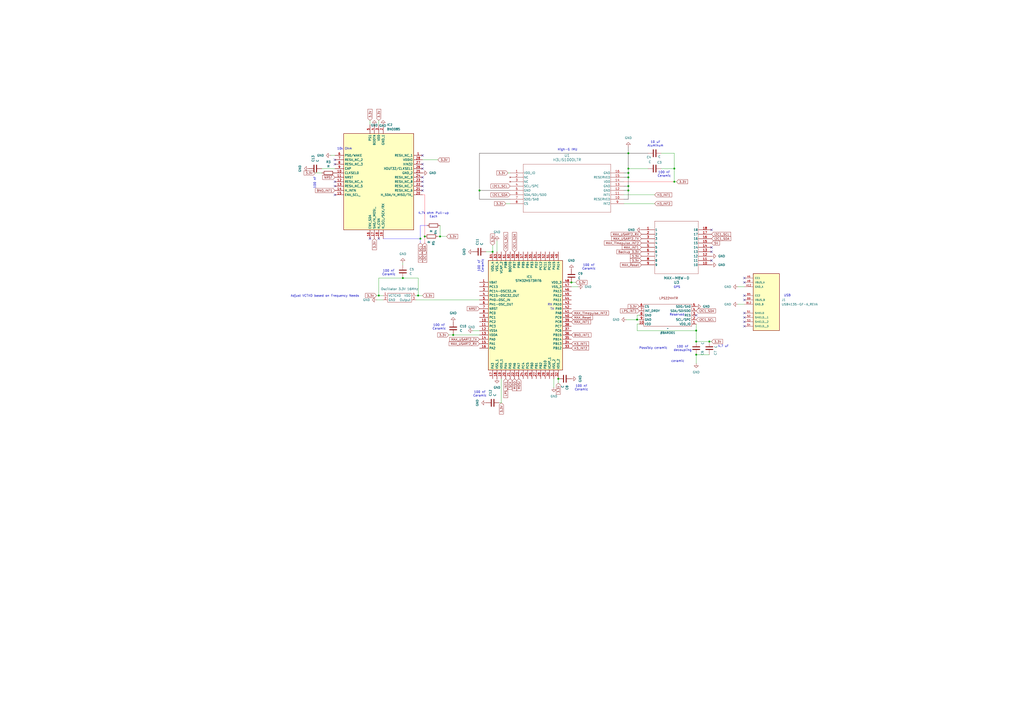
<source format=kicad_sch>
(kicad_sch
	(version 20250114)
	(generator "eeschema")
	(generator_version "9.0")
	(uuid "51572cd8-eebf-4094-8108-0dd0b7d35f78")
	(paper "A2")
	(lib_symbols
		(symbol "Device:C"
			(pin_numbers
				(hide yes)
			)
			(pin_names
				(offset 0.254)
			)
			(exclude_from_sim no)
			(in_bom yes)
			(on_board yes)
			(property "Reference" "C"
				(at 0.635 2.54 0)
				(effects
					(font
						(size 1.27 1.27)
					)
					(justify left)
				)
			)
			(property "Value" "C"
				(at 0.635 -2.54 0)
				(effects
					(font
						(size 1.27 1.27)
					)
					(justify left)
				)
			)
			(property "Footprint" ""
				(at 0.9652 -3.81 0)
				(effects
					(font
						(size 1.27 1.27)
					)
					(hide yes)
				)
			)
			(property "Datasheet" "~"
				(at 0 0 0)
				(effects
					(font
						(size 1.27 1.27)
					)
					(hide yes)
				)
			)
			(property "Description" "Unpolarized capacitor"
				(at 0 0 0)
				(effects
					(font
						(size 1.27 1.27)
					)
					(hide yes)
				)
			)
			(property "ki_keywords" "cap capacitor"
				(at 0 0 0)
				(effects
					(font
						(size 1.27 1.27)
					)
					(hide yes)
				)
			)
			(property "ki_fp_filters" "C_*"
				(at 0 0 0)
				(effects
					(font
						(size 1.27 1.27)
					)
					(hide yes)
				)
			)
			(symbol "C_0_1"
				(polyline
					(pts
						(xy -2.032 0.762) (xy 2.032 0.762)
					)
					(stroke
						(width 0.508)
						(type default)
					)
					(fill
						(type none)
					)
				)
				(polyline
					(pts
						(xy -2.032 -0.762) (xy 2.032 -0.762)
					)
					(stroke
						(width 0.508)
						(type default)
					)
					(fill
						(type none)
					)
				)
			)
			(symbol "C_1_1"
				(pin passive line
					(at 0 3.81 270)
					(length 2.794)
					(name "~"
						(effects
							(font
								(size 1.27 1.27)
							)
						)
					)
					(number "1"
						(effects
							(font
								(size 1.27 1.27)
							)
						)
					)
				)
				(pin passive line
					(at 0 -3.81 90)
					(length 2.794)
					(name "~"
						(effects
							(font
								(size 1.27 1.27)
							)
						)
					)
					(number "2"
						(effects
							(font
								(size 1.27 1.27)
							)
						)
					)
				)
			)
			(embedded_fonts no)
		)
		(symbol "Device:R"
			(pin_numbers
				(hide yes)
			)
			(pin_names
				(offset 0)
			)
			(exclude_from_sim no)
			(in_bom yes)
			(on_board yes)
			(property "Reference" "R"
				(at 2.032 0 90)
				(effects
					(font
						(size 1.27 1.27)
					)
				)
			)
			(property "Value" "R"
				(at 0 0 90)
				(effects
					(font
						(size 1.27 1.27)
					)
				)
			)
			(property "Footprint" ""
				(at -1.778 0 90)
				(effects
					(font
						(size 1.27 1.27)
					)
					(hide yes)
				)
			)
			(property "Datasheet" "~"
				(at 0 0 0)
				(effects
					(font
						(size 1.27 1.27)
					)
					(hide yes)
				)
			)
			(property "Description" "Resistor"
				(at 0 0 0)
				(effects
					(font
						(size 1.27 1.27)
					)
					(hide yes)
				)
			)
			(property "ki_keywords" "R res resistor"
				(at 0 0 0)
				(effects
					(font
						(size 1.27 1.27)
					)
					(hide yes)
				)
			)
			(property "ki_fp_filters" "R_*"
				(at 0 0 0)
				(effects
					(font
						(size 1.27 1.27)
					)
					(hide yes)
				)
			)
			(symbol "R_0_1"
				(rectangle
					(start -1.016 -2.54)
					(end 1.016 2.54)
					(stroke
						(width 0.254)
						(type default)
					)
					(fill
						(type none)
					)
				)
			)
			(symbol "R_1_1"
				(pin passive line
					(at 0 3.81 270)
					(length 1.27)
					(name "~"
						(effects
							(font
								(size 1.27 1.27)
							)
						)
					)
					(number "1"
						(effects
							(font
								(size 1.27 1.27)
							)
						)
					)
				)
				(pin passive line
					(at 0 -3.81 90)
					(length 1.27)
					(name "~"
						(effects
							(font
								(size 1.27 1.27)
							)
						)
					)
					(number "2"
						(effects
							(font
								(size 1.27 1.27)
							)
						)
					)
				)
			)
			(embedded_fonts no)
		)
		(symbol "Rocket Club 2025 Parts Symbols(1):BNO085"
			(exclude_from_sim no)
			(in_bom yes)
			(on_board yes)
			(property "Reference" "IC"
				(at 46.99 17.78 0)
				(effects
					(font
						(size 1.27 1.27)
					)
					(justify left top)
				)
			)
			(property "Value" "BNO085"
				(at 46.99 15.24 0)
				(effects
					(font
						(size 1.27 1.27)
					)
					(justify left top)
				)
			)
			(property "Footprint" "BNO085"
				(at 46.99 -84.76 0)
				(effects
					(font
						(size 1.27 1.27)
					)
					(justify left top)
					(hide yes)
				)
			)
			(property "Datasheet" "https://www.ceva-dsp.com/wp-content/uploads/2019/10/BNO080_085-Datasheet.pdf"
				(at 46.99 -184.76 0)
				(effects
					(font
						(size 1.27 1.27)
					)
					(justify left top)
					(hide yes)
				)
			)
			(property "Description" "Board Mount Motion & Position Sensors 9-axis IMU"
				(at -36.83 -6.858 0)
				(effects
					(font
						(size 1.27 1.27)
					)
					(hide yes)
				)
			)
			(property "Height" "1.18"
				(at 46.99 -384.76 0)
				(effects
					(font
						(size 1.27 1.27)
					)
					(justify left top)
					(hide yes)
				)
			)
			(property "Mouser Part Number" "526-BNO085"
				(at 46.99 -484.76 0)
				(effects
					(font
						(size 1.27 1.27)
					)
					(justify left top)
					(hide yes)
				)
			)
			(property "Mouser Price/Stock" "https://www.mouser.co.uk/ProductDetail/CEVA/BNO085?qs=ulEaXIWI0c9BFVeZDQCmmQ%3D%3D"
				(at 46.99 -584.76 0)
				(effects
					(font
						(size 1.27 1.27)
					)
					(justify left top)
					(hide yes)
				)
			)
			(property "Manufacturer_Name" "CEVA"
				(at 46.99 -684.76 0)
				(effects
					(font
						(size 1.27 1.27)
					)
					(justify left top)
					(hide yes)
				)
			)
			(property "Manufacturer_Part_Number" "BNO085"
				(at 46.99 -784.76 0)
				(effects
					(font
						(size 1.27 1.27)
					)
					(justify left top)
					(hide yes)
				)
			)
			(symbol "BNO085_1_1"
				(rectangle
					(start 5.08 12.7)
					(end 45.72 -43.18)
					(stroke
						(width 0.254)
						(type default)
					)
					(fill
						(type background)
					)
				)
				(pin passive line
					(at 0 0 0)
					(length 5.08)
					(name "PS0/WAKE"
						(effects
							(font
								(size 1.27 1.27)
							)
						)
					)
					(number "6"
						(effects
							(font
								(size 1.27 1.27)
							)
						)
					)
				)
				(pin passive line
					(at 0 -2.54 0)
					(length 5.08)
					(name "RESV_NC_2"
						(effects
							(font
								(size 1.27 1.27)
							)
						)
					)
					(number "7"
						(effects
							(font
								(size 1.27 1.27)
							)
						)
					)
				)
				(pin passive line
					(at 0 -5.08 0)
					(length 5.08)
					(name "RESV_NC_3"
						(effects
							(font
								(size 1.27 1.27)
							)
						)
					)
					(number "8"
						(effects
							(font
								(size 1.27 1.27)
							)
						)
					)
				)
				(pin passive line
					(at 0 -7.62 0)
					(length 5.08)
					(name "CAP"
						(effects
							(font
								(size 1.27 1.27)
							)
						)
					)
					(number "9"
						(effects
							(font
								(size 1.27 1.27)
							)
						)
					)
				)
				(pin passive line
					(at 0 -10.16 0)
					(length 5.08)
					(name "CLKSEL0"
						(effects
							(font
								(size 1.27 1.27)
							)
						)
					)
					(number "10"
						(effects
							(font
								(size 1.27 1.27)
							)
						)
					)
				)
				(pin passive line
					(at 0 -12.7 0)
					(length 5.08)
					(name "NRST"
						(effects
							(font
								(size 1.27 1.27)
							)
						)
					)
					(number "11"
						(effects
							(font
								(size 1.27 1.27)
							)
						)
					)
				)
				(pin passive line
					(at 0 -15.24 0)
					(length 5.08)
					(name "RESV_NC_4"
						(effects
							(font
								(size 1.27 1.27)
							)
						)
					)
					(number "12"
						(effects
							(font
								(size 1.27 1.27)
							)
						)
					)
				)
				(pin passive line
					(at 0 -17.78 0)
					(length 5.08)
					(name "RESV_NC_5"
						(effects
							(font
								(size 1.27 1.27)
							)
						)
					)
					(number "13"
						(effects
							(font
								(size 1.27 1.27)
							)
						)
					)
				)
				(pin passive line
					(at 0 -20.32 0)
					(length 5.08)
					(name "H_INTN"
						(effects
							(font
								(size 1.27 1.27)
							)
						)
					)
					(number "14"
						(effects
							(font
								(size 1.27 1.27)
							)
						)
					)
				)
				(pin passive line
					(at 0 -22.86 0)
					(length 5.08)
					(name "ENV_SCL_"
						(effects
							(font
								(size 1.27 1.27)
							)
						)
					)
					(number "15"
						(effects
							(font
								(size 1.27 1.27)
							)
						)
					)
				)
				(pin passive line
					(at 20.32 17.78 270)
					(length 5.08)
					(name "PS1"
						(effects
							(font
								(size 1.27 1.27)
							)
						)
					)
					(number "5"
						(effects
							(font
								(size 1.27 1.27)
							)
						)
					)
				)
				(pin passive line
					(at 20.32 -48.26 90)
					(length 5.08)
					(name "ENV_SDA"
						(effects
							(font
								(size 1.27 1.27)
							)
						)
					)
					(number "16"
						(effects
							(font
								(size 1.27 1.27)
							)
						)
					)
				)
				(pin passive line
					(at 22.86 17.78 270)
					(length 5.08)
					(name "BOOTN"
						(effects
							(font
								(size 1.27 1.27)
							)
						)
					)
					(number "4"
						(effects
							(font
								(size 1.27 1.27)
							)
						)
					)
				)
				(pin passive line
					(at 22.86 -48.26 90)
					(length 5.08)
					(name "SA0/H_MOSI_"
						(effects
							(font
								(size 1.27 1.27)
							)
						)
					)
					(number "17"
						(effects
							(font
								(size 1.27 1.27)
							)
						)
					)
				)
				(pin passive line
					(at 25.4 17.78 270)
					(length 5.08)
					(name "VDD"
						(effects
							(font
								(size 1.27 1.27)
							)
						)
					)
					(number "3"
						(effects
							(font
								(size 1.27 1.27)
							)
						)
					)
				)
				(pin passive line
					(at 25.4 -48.26 90)
					(length 5.08)
					(name "H_CSN"
						(effects
							(font
								(size 1.27 1.27)
							)
						)
					)
					(number "18"
						(effects
							(font
								(size 1.27 1.27)
							)
						)
					)
				)
				(pin passive line
					(at 27.94 17.78 270)
					(length 5.08)
					(name "GND_1"
						(effects
							(font
								(size 1.27 1.27)
							)
						)
					)
					(number "2"
						(effects
							(font
								(size 1.27 1.27)
							)
						)
					)
				)
				(pin passive line
					(at 27.94 -48.26 90)
					(length 5.08)
					(name "H_SCL/SCK/RX"
						(effects
							(font
								(size 1.27 1.27)
							)
						)
					)
					(number "19"
						(effects
							(font
								(size 1.27 1.27)
							)
						)
					)
				)
				(pin passive line
					(at 50.8 0 180)
					(length 5.08)
					(name "RESV_NC_1"
						(effects
							(font
								(size 1.27 1.27)
							)
						)
					)
					(number "1"
						(effects
							(font
								(size 1.27 1.27)
							)
						)
					)
				)
				(pin passive line
					(at 50.8 -2.54 180)
					(length 5.08)
					(name "VDDIO"
						(effects
							(font
								(size 1.27 1.27)
							)
						)
					)
					(number "28"
						(effects
							(font
								(size 1.27 1.27)
							)
						)
					)
				)
				(pin passive line
					(at 50.8 -5.08 180)
					(length 5.08)
					(name "XIN32"
						(effects
							(font
								(size 1.27 1.27)
							)
						)
					)
					(number "27"
						(effects
							(font
								(size 1.27 1.27)
							)
						)
					)
				)
				(pin passive line
					(at 50.8 -7.62 180)
					(length 5.08)
					(name "XOUT32/CLKSEL1"
						(effects
							(font
								(size 1.27 1.27)
							)
						)
					)
					(number "26"
						(effects
							(font
								(size 1.27 1.27)
							)
						)
					)
				)
				(pin passive line
					(at 50.8 -10.16 180)
					(length 5.08)
					(name "GND_2"
						(effects
							(font
								(size 1.27 1.27)
							)
						)
					)
					(number "25"
						(effects
							(font
								(size 1.27 1.27)
							)
						)
					)
				)
				(pin passive line
					(at 50.8 -12.7 180)
					(length 5.08)
					(name "RESV_NC_9"
						(effects
							(font
								(size 1.27 1.27)
							)
						)
					)
					(number "24"
						(effects
							(font
								(size 1.27 1.27)
							)
						)
					)
				)
				(pin passive line
					(at 50.8 -15.24 180)
					(length 5.08)
					(name "RESV_NC_8"
						(effects
							(font
								(size 1.27 1.27)
							)
						)
					)
					(number "23"
						(effects
							(font
								(size 1.27 1.27)
							)
						)
					)
				)
				(pin passive line
					(at 50.8 -17.78 180)
					(length 5.08)
					(name "RESV_NC_7"
						(effects
							(font
								(size 1.27 1.27)
							)
						)
					)
					(number "22"
						(effects
							(font
								(size 1.27 1.27)
							)
						)
					)
				)
				(pin passive line
					(at 50.8 -20.32 180)
					(length 5.08)
					(name "RESV_NC_6"
						(effects
							(font
								(size 1.27 1.27)
							)
						)
					)
					(number "21"
						(effects
							(font
								(size 1.27 1.27)
							)
						)
					)
				)
				(pin passive line
					(at 50.8 -22.86 180)
					(length 5.08)
					(name "H_SDA/H_MISO/TX_"
						(effects
							(font
								(size 1.27 1.27)
							)
						)
					)
					(number "20"
						(effects
							(font
								(size 1.27 1.27)
							)
						)
					)
				)
			)
			(embedded_fonts no)
		)
		(symbol "Rocket Club 2025 Parts Symbols_Including_Full_Stm32:BARO_LPS22HHTR"
			(power)
			(exclude_from_sim no)
			(in_bom no)
			(on_board no)
			(property "Reference" "BARO"
				(at 9.398 2.032 0)
				(effects
					(font
						(size 1.27 1.27)
					)
				)
			)
			(property "Value" ""
				(at 0 0 0)
				(effects
					(font
						(size 1.27 1.27)
					)
				)
			)
			(property "Footprint" ""
				(at 0 0 0)
				(effects
					(font
						(size 1.27 1.27)
					)
					(hide yes)
				)
			)
			(property "Datasheet" ""
				(at 0 0 0)
				(effects
					(font
						(size 1.27 1.27)
					)
					(hide yes)
				)
			)
			(property "Description" ""
				(at 0 0 0)
				(effects
					(font
						(size 1.27 1.27)
					)
					(hide yes)
				)
			)
			(symbol "BARO_LPS22HHTR_0_1"
				(rectangle
					(start -3.81 -2.54)
					(end 24.13 -15.24)
					(stroke
						(width 0)
						(type default)
					)
					(fill
						(type none)
					)
				)
			)
			(symbol "BARO_LPS22HHTR_1_1"
				(text "LPS22HHTR"
					(at 9.652 -18.796 0)
					(effects
						(font
							(size 1.27 1.27)
						)
					)
				)
				(pin input line
					(at -6.35 -3.81 0)
					(length 2.54)
					(name "VDD_IO"
						(effects
							(font
								(size 1.27 1.27)
							)
						)
					)
					(number "1"
						(effects
							(font
								(size 1.27 1.27)
							)
						)
					)
				)
				(pin input line
					(at -6.35 -6.35 0)
					(length 2.54)
					(name "SCL/SPC"
						(effects
							(font
								(size 1.27 1.27)
							)
						)
					)
					(number "2"
						(effects
							(font
								(size 1.27 1.27)
							)
						)
					)
				)
				(pin input line
					(at -6.35 -8.89 0)
					(length 2.54)
					(name "RES"
						(effects
							(font
								(size 1.27 1.27)
							)
						)
					)
					(number "3"
						(effects
							(font
								(size 1.27 1.27)
							)
						)
					)
				)
				(pin bidirectional line
					(at -6.35 -11.43 0)
					(length 2.54)
					(name "SDA/SDISDO"
						(effects
							(font
								(size 1.27 1.27)
							)
						)
					)
					(number "4"
						(effects
							(font
								(size 1.27 1.27)
							)
						)
					)
				)
				(pin bidirectional line
					(at -6.35 -13.97 0)
					(length 2.54)
					(name "SDO/SA0"
						(effects
							(font
								(size 1.27 1.27)
							)
						)
					)
					(number "5"
						(effects
							(font
								(size 1.27 1.27)
							)
						)
					)
				)
				(pin input line
					(at 26.67 -3.81 180)
					(length 2.54)
					(name "VDD"
						(effects
							(font
								(size 1.27 1.27)
							)
						)
					)
					(number "10"
						(effects
							(font
								(size 1.27 1.27)
							)
						)
					)
				)
				(pin input line
					(at 26.67 -6.35 180)
					(length 2.54)
					(name "GND"
						(effects
							(font
								(size 1.27 1.27)
							)
						)
					)
					(number "9"
						(effects
							(font
								(size 1.27 1.27)
							)
						)
					)
				)
				(pin input line
					(at 26.67 -8.89 180)
					(length 2.54)
					(name "GND"
						(effects
							(font
								(size 1.27 1.27)
							)
						)
					)
					(number "8"
						(effects
							(font
								(size 1.27 1.27)
							)
						)
					)
				)
				(pin output line
					(at 26.67 -11.43 180)
					(length 2.54)
					(name "INT_DRDY"
						(effects
							(font
								(size 1.27 1.27)
							)
						)
					)
					(number "7"
						(effects
							(font
								(size 1.27 1.27)
							)
						)
					)
				)
				(pin input line
					(at 26.67 -13.97 180)
					(length 2.54)
					(name "CS"
						(effects
							(font
								(size 1.27 1.27)
							)
						)
					)
					(number "6"
						(effects
							(font
								(size 1.27 1.27)
							)
						)
					)
				)
			)
			(embedded_fonts no)
		)
		(symbol "Rocket Club 2025 Parts Symbols_Including_Full_Stm32:H3LIS100DLTR"
			(pin_names
				(offset 0.254)
			)
			(exclude_from_sim no)
			(in_bom yes)
			(on_board yes)
			(property "Reference" "U"
				(at 33.02 10.16 0)
				(effects
					(font
						(size 1.524 1.524)
					)
				)
			)
			(property "Value" "H3LIS100DLTR"
				(at 33.02 7.62 0)
				(effects
					(font
						(size 1.524 1.524)
					)
				)
			)
			(property "Footprint" "TFLGA16_3P15X3P15_STM"
				(at 33.02 19.304 0)
				(effects
					(font
						(size 1.27 1.27)
						(italic yes)
					)
					(hide yes)
				)
			)
			(property "Datasheet" "H3LIS100DLTR"
				(at 32.512 15.494 0)
				(effects
					(font
						(size 1.27 1.27)
						(italic yes)
					)
					(hide yes)
				)
			)
			(property "Description" ""
				(at 0 0 0)
				(effects
					(font
						(size 1.27 1.27)
					)
					(hide yes)
				)
			)
			(property "ki_locked" ""
				(at 0 0 0)
				(effects
					(font
						(size 1.27 1.27)
					)
				)
			)
			(property "ki_keywords" "H3LIS100DLTR"
				(at 0 0 0)
				(effects
					(font
						(size 1.27 1.27)
					)
					(hide yes)
				)
			)
			(property "ki_fp_filters" "TFLGA16_3P15X3P15_STM TFLGA16_3P15X3P15_STM-M TFLGA16_3P15X3P15_STM-L"
				(at 0 0 0)
				(effects
					(font
						(size 1.27 1.27)
					)
					(hide yes)
				)
			)
			(symbol "H3LIS100DLTR_0_1"
				(polyline
					(pts
						(xy 7.62 5.08) (xy 7.62 -22.86)
					)
					(stroke
						(width 0.127)
						(type default)
					)
					(fill
						(type none)
					)
				)
				(polyline
					(pts
						(xy 7.62 -22.86) (xy 58.42 -22.86)
					)
					(stroke
						(width 0.127)
						(type default)
					)
					(fill
						(type none)
					)
				)
				(polyline
					(pts
						(xy 58.42 5.08) (xy 7.62 5.08)
					)
					(stroke
						(width 0.127)
						(type default)
					)
					(fill
						(type none)
					)
				)
				(polyline
					(pts
						(xy 58.42 -22.86) (xy 58.42 5.08)
					)
					(stroke
						(width 0.127)
						(type default)
					)
					(fill
						(type none)
					)
				)
				(pin power_in line
					(at 0 0 0)
					(length 7.62)
					(name "VDD_IO"
						(effects
							(font
								(size 1.27 1.27)
							)
						)
					)
					(number "1"
						(effects
							(font
								(size 1.27 1.27)
							)
						)
					)
				)
				(pin no_connect line
					(at 0 -2.54 0)
					(length 7.62)
					(name "NC"
						(effects
							(font
								(size 1.27 1.27)
							)
						)
					)
					(number "2"
						(effects
							(font
								(size 1.27 1.27)
							)
						)
					)
				)
				(pin no_connect line
					(at 0 -5.08 0)
					(length 7.62)
					(name "NC"
						(effects
							(font
								(size 1.27 1.27)
							)
						)
					)
					(number "3"
						(effects
							(font
								(size 1.27 1.27)
							)
						)
					)
				)
				(pin bidirectional line
					(at 0 -7.62 0)
					(length 7.62)
					(name "SCL/SPC"
						(effects
							(font
								(size 1.27 1.27)
							)
						)
					)
					(number "4"
						(effects
							(font
								(size 1.27 1.27)
							)
						)
					)
				)
				(pin power_in line
					(at 0 -10.16 0)
					(length 7.62)
					(name "GND"
						(effects
							(font
								(size 1.27 1.27)
							)
						)
					)
					(number "5"
						(effects
							(font
								(size 1.27 1.27)
							)
						)
					)
				)
				(pin bidirectional line
					(at 0 -12.7 0)
					(length 7.62)
					(name "SDA/SDI/SDO"
						(effects
							(font
								(size 1.27 1.27)
							)
						)
					)
					(number "6"
						(effects
							(font
								(size 1.27 1.27)
							)
						)
					)
				)
				(pin bidirectional line
					(at 0 -15.24 0)
					(length 7.62)
					(name "SDO/SA0"
						(effects
							(font
								(size 1.27 1.27)
							)
						)
					)
					(number "7"
						(effects
							(font
								(size 1.27 1.27)
							)
						)
					)
				)
				(pin bidirectional line
					(at 0 -17.78 0)
					(length 7.62)
					(name "CS"
						(effects
							(font
								(size 1.27 1.27)
							)
						)
					)
					(number "8"
						(effects
							(font
								(size 1.27 1.27)
							)
						)
					)
				)
				(pin power_in line
					(at 66.04 0 180)
					(length 7.62)
					(name "GND"
						(effects
							(font
								(size 1.27 1.27)
							)
						)
					)
					(number "16"
						(effects
							(font
								(size 1.27 1.27)
							)
						)
					)
				)
				(pin unspecified line
					(at 66.04 -2.54 180)
					(length 7.62)
					(name "RESERVED"
						(effects
							(font
								(size 1.27 1.27)
							)
						)
					)
					(number "15"
						(effects
							(font
								(size 1.27 1.27)
							)
						)
					)
				)
				(pin power_in line
					(at 66.04 -5.08 180)
					(length 7.62)
					(name "VDD"
						(effects
							(font
								(size 1.27 1.27)
							)
						)
					)
					(number "14"
						(effects
							(font
								(size 1.27 1.27)
							)
						)
					)
				)
				(pin power_in line
					(at 66.04 -7.62 180)
					(length 7.62)
					(name "GND"
						(effects
							(font
								(size 1.27 1.27)
							)
						)
					)
					(number "13"
						(effects
							(font
								(size 1.27 1.27)
							)
						)
					)
				)
				(pin power_in line
					(at 66.04 -10.16 180)
					(length 7.62)
					(name "GND"
						(effects
							(font
								(size 1.27 1.27)
							)
						)
					)
					(number "12"
						(effects
							(font
								(size 1.27 1.27)
							)
						)
					)
				)
				(pin bidirectional line
					(at 66.04 -12.7 180)
					(length 7.62)
					(name "INT1"
						(effects
							(font
								(size 1.27 1.27)
							)
						)
					)
					(number "11"
						(effects
							(font
								(size 1.27 1.27)
							)
						)
					)
				)
				(pin unspecified line
					(at 66.04 -15.24 180)
					(length 7.62)
					(name "RESERVED"
						(effects
							(font
								(size 1.27 1.27)
							)
						)
					)
					(number "10"
						(effects
							(font
								(size 1.27 1.27)
							)
						)
					)
				)
				(pin bidirectional line
					(at 66.04 -17.78 180)
					(length 7.62)
					(name "INT2"
						(effects
							(font
								(size 1.27 1.27)
							)
						)
					)
					(number "9"
						(effects
							(font
								(size 1.27 1.27)
							)
						)
					)
				)
			)
			(embedded_fonts no)
		)
		(symbol "Rocket Club 2025 Parts Symbols_Including_Full_Stm32:MAX-M8W-0"
			(pin_names
				(offset 0.254)
			)
			(exclude_from_sim no)
			(in_bom yes)
			(on_board yes)
			(property "Reference" "U"
				(at 20.32 10.16 0)
				(effects
					(font
						(size 1.524 1.524)
					)
				)
			)
			(property "Value" "MAX-M8W-0"
				(at 20.32 7.62 0)
				(effects
					(font
						(size 1.524 1.524)
					)
				)
			)
			(property "Footprint" "SMT_M8W-0_UBL"
				(at 20.574 16.51 0)
				(effects
					(font
						(size 1.27 1.27)
						(italic yes)
					)
					(hide yes)
				)
			)
			(property "Datasheet" "MAX-M8W-0"
				(at 20.32 13.208 0)
				(effects
					(font
						(size 1.27 1.27)
						(italic yes)
					)
					(hide yes)
				)
			)
			(property "Description" ""
				(at 0 0 0)
				(effects
					(font
						(size 1.27 1.27)
					)
					(hide yes)
				)
			)
			(property "ki_locked" ""
				(at 0 0 0)
				(effects
					(font
						(size 1.27 1.27)
					)
				)
			)
			(property "ki_keywords" "MAX-M8W-0"
				(at 0 0 0)
				(effects
					(font
						(size 1.27 1.27)
					)
					(hide yes)
				)
			)
			(property "ki_fp_filters" "SMT_M8W-0_UBL SMT_M8W-0_UBL-M SMT_M8W-0_UBL-L"
				(at 0 0 0)
				(effects
					(font
						(size 1.27 1.27)
					)
					(hide yes)
				)
			)
			(symbol "MAX-M8W-0_0_1"
				(polyline
					(pts
						(xy 7.62 5.08) (xy 7.62 -25.4)
					)
					(stroke
						(width 0.127)
						(type default)
					)
					(fill
						(type none)
					)
				)
				(polyline
					(pts
						(xy 7.62 -25.4) (xy 33.02 -25.4)
					)
					(stroke
						(width 0.127)
						(type default)
					)
					(fill
						(type none)
					)
				)
				(polyline
					(pts
						(xy 33.02 5.08) (xy 7.62 5.08)
					)
					(stroke
						(width 0.127)
						(type default)
					)
					(fill
						(type none)
					)
				)
				(polyline
					(pts
						(xy 33.02 -25.4) (xy 33.02 5.08)
					)
					(stroke
						(width 0.127)
						(type default)
					)
					(fill
						(type none)
					)
				)
				(pin unspecified line
					(at 0 0 0)
					(length 7.62)
					(name "1"
						(effects
							(font
								(size 1.27 1.27)
							)
						)
					)
					(number "1"
						(effects
							(font
								(size 1.27 1.27)
							)
						)
					)
				)
				(pin unspecified line
					(at 0 -2.54 0)
					(length 7.62)
					(name "2"
						(effects
							(font
								(size 1.27 1.27)
							)
						)
					)
					(number "2"
						(effects
							(font
								(size 1.27 1.27)
							)
						)
					)
				)
				(pin unspecified line
					(at 0 -5.08 0)
					(length 7.62)
					(name "3"
						(effects
							(font
								(size 1.27 1.27)
							)
						)
					)
					(number "3"
						(effects
							(font
								(size 1.27 1.27)
							)
						)
					)
				)
				(pin unspecified line
					(at 0 -7.62 0)
					(length 7.62)
					(name "4"
						(effects
							(font
								(size 1.27 1.27)
							)
						)
					)
					(number "4"
						(effects
							(font
								(size 1.27 1.27)
							)
						)
					)
				)
				(pin unspecified line
					(at 0 -10.16 0)
					(length 7.62)
					(name "5"
						(effects
							(font
								(size 1.27 1.27)
							)
						)
					)
					(number "5"
						(effects
							(font
								(size 1.27 1.27)
							)
						)
					)
				)
				(pin unspecified line
					(at 0 -12.7 0)
					(length 7.62)
					(name "6"
						(effects
							(font
								(size 1.27 1.27)
							)
						)
					)
					(number "6"
						(effects
							(font
								(size 1.27 1.27)
							)
						)
					)
				)
				(pin unspecified line
					(at 0 -15.24 0)
					(length 7.62)
					(name "7"
						(effects
							(font
								(size 1.27 1.27)
							)
						)
					)
					(number "7"
						(effects
							(font
								(size 1.27 1.27)
							)
						)
					)
				)
				(pin unspecified line
					(at 0 -17.78 0)
					(length 7.62)
					(name "8"
						(effects
							(font
								(size 1.27 1.27)
							)
						)
					)
					(number "8"
						(effects
							(font
								(size 1.27 1.27)
							)
						)
					)
				)
				(pin unspecified line
					(at 0 -20.32 0)
					(length 7.62)
					(name "9"
						(effects
							(font
								(size 1.27 1.27)
							)
						)
					)
					(number "9"
						(effects
							(font
								(size 1.27 1.27)
							)
						)
					)
				)
				(pin unspecified line
					(at 40.64 0 180)
					(length 7.62)
					(name "18"
						(effects
							(font
								(size 1.27 1.27)
							)
						)
					)
					(number "18"
						(effects
							(font
								(size 1.27 1.27)
							)
						)
					)
				)
				(pin unspecified line
					(at 40.64 -2.54 180)
					(length 7.62)
					(name "17"
						(effects
							(font
								(size 1.27 1.27)
							)
						)
					)
					(number "17"
						(effects
							(font
								(size 1.27 1.27)
							)
						)
					)
				)
				(pin unspecified line
					(at 40.64 -5.08 180)
					(length 7.62)
					(name "16"
						(effects
							(font
								(size 1.27 1.27)
							)
						)
					)
					(number "16"
						(effects
							(font
								(size 1.27 1.27)
							)
						)
					)
				)
				(pin unspecified line
					(at 40.64 -7.62 180)
					(length 7.62)
					(name "15"
						(effects
							(font
								(size 1.27 1.27)
							)
						)
					)
					(number "15"
						(effects
							(font
								(size 1.27 1.27)
							)
						)
					)
				)
				(pin unspecified line
					(at 40.64 -10.16 180)
					(length 7.62)
					(name "14"
						(effects
							(font
								(size 1.27 1.27)
							)
						)
					)
					(number "14"
						(effects
							(font
								(size 1.27 1.27)
							)
						)
					)
				)
				(pin unspecified line
					(at 40.64 -12.7 180)
					(length 7.62)
					(name "13"
						(effects
							(font
								(size 1.27 1.27)
							)
						)
					)
					(number "13"
						(effects
							(font
								(size 1.27 1.27)
							)
						)
					)
				)
				(pin unspecified line
					(at 40.64 -15.24 180)
					(length 7.62)
					(name "12"
						(effects
							(font
								(size 1.27 1.27)
							)
						)
					)
					(number "12"
						(effects
							(font
								(size 1.27 1.27)
							)
						)
					)
				)
				(pin unspecified line
					(at 40.64 -17.78 180)
					(length 7.62)
					(name "11"
						(effects
							(font
								(size 1.27 1.27)
							)
						)
					)
					(number "11"
						(effects
							(font
								(size 1.27 1.27)
							)
						)
					)
				)
				(pin unspecified line
					(at 40.64 -20.32 180)
					(length 7.62)
					(name "10"
						(effects
							(font
								(size 1.27 1.27)
							)
						)
					)
					(number "10"
						(effects
							(font
								(size 1.27 1.27)
							)
						)
					)
				)
			)
			(embedded_fonts no)
		)
		(symbol "Rocket Club 2025 Parts Symbols_Including_Full_Stm32:Oscillator_TXETDDSANF-16Mhz"
			(exclude_from_sim no)
			(in_bom yes)
			(on_board yes)
			(property "Reference" "Oscillator 3.3V 16MHz"
				(at 3.302 -3.556 0)
				(effects
					(font
						(size 1.27 1.27)
					)
				)
			)
			(property "Value" "Oscillator 3.3V 16MHz"
				(at 3.302 -3.556 0)
				(effects
					(font
						(size 1.27 1.27)
					)
				)
			)
			(property "Footprint" "Oscillator 3.3V 16MHz"
				(at 3.302 -3.556 0)
				(effects
					(font
						(size 1.27 1.27)
					)
					(hide yes)
				)
			)
			(property "Datasheet" "Oscillator 3.3V 16MHz"
				(at 3.302 -3.556 0)
				(effects
					(font
						(size 1.27 1.27)
					)
					(hide yes)
				)
			)
			(property "Description" "Oscillator 3.3V 16MHz"
				(at 3.302 -3.556 0)
				(effects
					(font
						(size 1.27 1.27)
					)
					(hide yes)
				)
			)
			(symbol "Oscillator_TXETDDSANF-16Mhz_0_1"
				(rectangle
					(start -1.27 6.35)
					(end 12.7 1.27)
					(stroke
						(width 0)
						(type default)
					)
					(fill
						(type none)
					)
				)
			)
			(symbol "Oscillator_TXETDDSANF-16Mhz_1_1"
				(pin input line
					(at -3.81 5.08 0)
					(length 2.54)
					(name "VCTCXO"
						(effects
							(font
								(size 1.27 1.27)
							)
						)
					)
					(number "1"
						(effects
							(font
								(size 1.27 1.27)
							)
						)
					)
				)
				(pin input line
					(at -3.81 2.54 0)
					(length 2.54)
					(name "GND"
						(effects
							(font
								(size 1.27 1.27)
							)
						)
					)
					(number "2"
						(effects
							(font
								(size 1.27 1.27)
							)
						)
					)
				)
				(pin input line
					(at 15.24 5.08 180)
					(length 2.54)
					(name "VDD"
						(effects
							(font
								(size 1.27 1.27)
							)
						)
					)
					(number "4"
						(effects
							(font
								(size 1.27 1.27)
							)
						)
					)
				)
				(pin output line
					(at 15.24 2.54 180)
					(length 2.54)
					(name "Output"
						(effects
							(font
								(size 1.27 1.27)
							)
						)
					)
					(number "3"
						(effects
							(font
								(size 1.27 1.27)
							)
						)
					)
				)
			)
			(embedded_fonts no)
		)
		(symbol "Rocket Club 2025 Parts Symbols_Including_Full_Stm32:STM32H573RIT6"
			(exclude_from_sim no)
			(in_bom yes)
			(on_board yes)
			(property "Reference" "IC"
				(at 49.53 17.78 0)
				(effects
					(font
						(size 1.27 1.27)
					)
					(justify left top)
				)
			)
			(property "Value" "STM32H573RIT6"
				(at 49.53 15.24 0)
				(effects
					(font
						(size 1.27 1.27)
					)
					(justify left top)
				)
			)
			(property "Footprint" "QFP50P1200X1200X160-64N"
				(at 49.53 -84.76 0)
				(effects
					(font
						(size 1.27 1.27)
					)
					(justify left top)
					(hide yes)
				)
			)
			(property "Datasheet" "https://www.st.com/resource/en/datasheet/stm32h573ai.pdf"
				(at 49.53 -184.76 0)
				(effects
					(font
						(size 1.27 1.27)
					)
					(justify left top)
					(hide yes)
				)
			)
			(property "Description" "High-performance, Arm Cortex-M33 with TrustZone, MCU with 2-Mbyte Flash, 640-Kbyte RAM, 250 MHz CPU"
				(at 28.194 29.972 0)
				(effects
					(font
						(size 1.27 1.27)
					)
					(hide yes)
				)
			)
			(property "Height" "1.6"
				(at 49.53 -384.76 0)
				(effects
					(font
						(size 1.27 1.27)
					)
					(justify left top)
					(hide yes)
				)
			)
			(property "Mouser Part Number" "511-STM32H573RIT6"
				(at 49.53 -484.76 0)
				(effects
					(font
						(size 1.27 1.27)
					)
					(justify left top)
					(hide yes)
				)
			)
			(property "Mouser Price/Stock" "https://www.mouser.co.uk/ProductDetail/STMicroelectronics/STM32H573RIT6?qs=amGC7iS6iy%252BBDjUHZzn%2F4Q%3D%3D"
				(at 49.53 -584.76 0)
				(effects
					(font
						(size 1.27 1.27)
					)
					(justify left top)
					(hide yes)
				)
			)
			(property "Manufacturer_Name" "STMicroelectronics"
				(at 49.53 -684.76 0)
				(effects
					(font
						(size 1.27 1.27)
					)
					(justify left top)
					(hide yes)
				)
			)
			(property "Manufacturer_Part_Number" "STM32H573RIT6"
				(at 49.53 -784.76 0)
				(effects
					(font
						(size 1.27 1.27)
					)
					(justify left top)
					(hide yes)
				)
			)
			(symbol "STM32H573RIT6_1_1"
				(rectangle
					(start 5.08 12.7)
					(end 48.26 -50.8)
					(stroke
						(width 0.254)
						(type default)
					)
					(fill
						(type background)
					)
				)
				(pin passive line
					(at 0 0 0)
					(length 5.08)
					(name "VBAT"
						(effects
							(font
								(size 1.27 1.27)
							)
						)
					)
					(number "1"
						(effects
							(font
								(size 1.27 1.27)
							)
						)
					)
				)
				(pin passive line
					(at 0 -2.54 0)
					(length 5.08)
					(name "PC13"
						(effects
							(font
								(size 1.27 1.27)
							)
						)
					)
					(number "2"
						(effects
							(font
								(size 1.27 1.27)
							)
						)
					)
				)
				(pin passive line
					(at 0 -5.08 0)
					(length 5.08)
					(name "PC14-OSC32_IN"
						(effects
							(font
								(size 1.27 1.27)
							)
						)
					)
					(number "3"
						(effects
							(font
								(size 1.27 1.27)
							)
						)
					)
				)
				(pin passive line
					(at 0 -7.62 0)
					(length 5.08)
					(name "PC15-OSC32_OUT"
						(effects
							(font
								(size 1.27 1.27)
							)
						)
					)
					(number "4"
						(effects
							(font
								(size 1.27 1.27)
							)
						)
					)
				)
				(pin passive line
					(at 0 -10.16 0)
					(length 5.08)
					(name "PH0-OSC_IN"
						(effects
							(font
								(size 1.27 1.27)
							)
						)
					)
					(number "5"
						(effects
							(font
								(size 1.27 1.27)
							)
						)
					)
				)
				(pin passive line
					(at 0 -12.7 0)
					(length 5.08)
					(name "PH1-OSC_OUT"
						(effects
							(font
								(size 1.27 1.27)
							)
						)
					)
					(number "6"
						(effects
							(font
								(size 1.27 1.27)
							)
						)
					)
				)
				(pin passive line
					(at 0 -15.24 0)
					(length 5.08)
					(name "NRST"
						(effects
							(font
								(size 1.27 1.27)
							)
						)
					)
					(number "7"
						(effects
							(font
								(size 1.27 1.27)
							)
						)
					)
				)
				(pin passive line
					(at 0 -17.78 0)
					(length 5.08)
					(name "PC0"
						(effects
							(font
								(size 1.27 1.27)
							)
						)
					)
					(number "8"
						(effects
							(font
								(size 1.27 1.27)
							)
						)
					)
				)
				(pin passive line
					(at 0 -20.32 0)
					(length 5.08)
					(name "PC1"
						(effects
							(font
								(size 1.27 1.27)
							)
						)
					)
					(number "9"
						(effects
							(font
								(size 1.27 1.27)
							)
						)
					)
				)
				(pin passive line
					(at 0 -22.86 0)
					(length 5.08)
					(name "PC2"
						(effects
							(font
								(size 1.27 1.27)
							)
						)
					)
					(number "10"
						(effects
							(font
								(size 1.27 1.27)
							)
						)
					)
				)
				(pin passive line
					(at 0 -25.4 0)
					(length 5.08)
					(name "PC3"
						(effects
							(font
								(size 1.27 1.27)
							)
						)
					)
					(number "11"
						(effects
							(font
								(size 1.27 1.27)
							)
						)
					)
				)
				(pin passive line
					(at 0 -27.94 0)
					(length 5.08)
					(name "VSSA"
						(effects
							(font
								(size 1.27 1.27)
							)
						)
					)
					(number "12"
						(effects
							(font
								(size 1.27 1.27)
							)
						)
					)
				)
				(pin passive line
					(at 0 -30.48 0)
					(length 5.08)
					(name "VDDA"
						(effects
							(font
								(size 1.27 1.27)
							)
						)
					)
					(number "13"
						(effects
							(font
								(size 1.27 1.27)
							)
						)
					)
				)
				(pin passive line
					(at 0 -33.02 0)
					(length 5.08)
					(name "PA0"
						(effects
							(font
								(size 1.27 1.27)
							)
						)
					)
					(number "14"
						(effects
							(font
								(size 1.27 1.27)
							)
						)
					)
				)
				(pin passive line
					(at 0 -35.56 0)
					(length 5.08)
					(name "PA1"
						(effects
							(font
								(size 1.27 1.27)
							)
						)
					)
					(number "15"
						(effects
							(font
								(size 1.27 1.27)
							)
						)
					)
				)
				(pin passive line
					(at 0 -38.1 0)
					(length 5.08)
					(name "PA2"
						(effects
							(font
								(size 1.27 1.27)
							)
						)
					)
					(number "16"
						(effects
							(font
								(size 1.27 1.27)
							)
						)
					)
				)
				(pin passive line
					(at 7.62 17.78 270)
					(length 5.08)
					(name "VDD_4"
						(effects
							(font
								(size 1.27 1.27)
							)
						)
					)
					(number "64"
						(effects
							(font
								(size 1.27 1.27)
							)
						)
					)
				)
				(pin passive line
					(at 7.62 -55.88 90)
					(length 5.08)
					(name "PA3"
						(effects
							(font
								(size 1.27 1.27)
							)
						)
					)
					(number "17"
						(effects
							(font
								(size 1.27 1.27)
							)
						)
					)
				)
				(pin passive line
					(at 10.16 17.78 270)
					(length 5.08)
					(name "VSS_4"
						(effects
							(font
								(size 1.27 1.27)
							)
						)
					)
					(number "63"
						(effects
							(font
								(size 1.27 1.27)
							)
						)
					)
				)
				(pin passive line
					(at 10.16 -55.88 90)
					(length 5.08)
					(name "VSS_1"
						(effects
							(font
								(size 1.27 1.27)
							)
						)
					)
					(number "18"
						(effects
							(font
								(size 1.27 1.27)
							)
						)
					)
				)
				(pin passive line
					(at 12.7 17.78 270)
					(length 5.08)
					(name "VCAP_2"
						(effects
							(font
								(size 1.27 1.27)
							)
						)
					)
					(number "62"
						(effects
							(font
								(size 1.27 1.27)
							)
						)
					)
				)
				(pin passive line
					(at 12.7 -55.88 90)
					(length 5.08)
					(name "VDD_1"
						(effects
							(font
								(size 1.27 1.27)
							)
						)
					)
					(number "19"
						(effects
							(font
								(size 1.27 1.27)
							)
						)
					)
				)
				(pin passive line
					(at 15.24 17.78 270)
					(length 5.08)
					(name "PB8"
						(effects
							(font
								(size 1.27 1.27)
							)
						)
					)
					(number "61"
						(effects
							(font
								(size 1.27 1.27)
							)
						)
					)
				)
				(pin passive line
					(at 15.24 -55.88 90)
					(length 5.08)
					(name "PA4"
						(effects
							(font
								(size 1.27 1.27)
							)
						)
					)
					(number "20"
						(effects
							(font
								(size 1.27 1.27)
							)
						)
					)
				)
				(pin passive line
					(at 17.78 17.78 270)
					(length 5.08)
					(name "BOOT0"
						(effects
							(font
								(size 1.27 1.27)
							)
						)
					)
					(number "60"
						(effects
							(font
								(size 1.27 1.27)
							)
						)
					)
				)
				(pin passive line
					(at 17.78 -55.88 90)
					(length 5.08)
					(name "PA5"
						(effects
							(font
								(size 1.27 1.27)
							)
						)
					)
					(number "21"
						(effects
							(font
								(size 1.27 1.27)
							)
						)
					)
				)
				(pin passive line
					(at 20.32 17.78 270)
					(length 5.08)
					(name "PB7"
						(effects
							(font
								(size 1.27 1.27)
							)
						)
					)
					(number "59"
						(effects
							(font
								(size 1.27 1.27)
							)
						)
					)
				)
				(pin passive line
					(at 20.32 -55.88 90)
					(length 5.08)
					(name "PA6"
						(effects
							(font
								(size 1.27 1.27)
							)
						)
					)
					(number "22"
						(effects
							(font
								(size 1.27 1.27)
							)
						)
					)
				)
				(pin passive line
					(at 22.86 17.78 270)
					(length 5.08)
					(name "PB6"
						(effects
							(font
								(size 1.27 1.27)
							)
						)
					)
					(number "58"
						(effects
							(font
								(size 1.27 1.27)
							)
						)
					)
				)
				(pin passive line
					(at 22.86 -55.88 90)
					(length 5.08)
					(name "PA7"
						(effects
							(font
								(size 1.27 1.27)
							)
						)
					)
					(number "23"
						(effects
							(font
								(size 1.27 1.27)
							)
						)
					)
				)
				(pin passive line
					(at 25.4 17.78 270)
					(length 5.08)
					(name "PB5"
						(effects
							(font
								(size 1.27 1.27)
							)
						)
					)
					(number "57"
						(effects
							(font
								(size 1.27 1.27)
							)
						)
					)
				)
				(pin passive line
					(at 25.4 -55.88 90)
					(length 5.08)
					(name "PC4"
						(effects
							(font
								(size 1.27 1.27)
							)
						)
					)
					(number "24"
						(effects
							(font
								(size 1.27 1.27)
							)
						)
					)
				)
				(pin passive line
					(at 27.94 17.78 270)
					(length 5.08)
					(name "PB4"
						(effects
							(font
								(size 1.27 1.27)
							)
						)
					)
					(number "56"
						(effects
							(font
								(size 1.27 1.27)
							)
						)
					)
				)
				(pin passive line
					(at 27.94 -55.88 90)
					(length 5.08)
					(name "PC5"
						(effects
							(font
								(size 1.27 1.27)
							)
						)
					)
					(number "25"
						(effects
							(font
								(size 1.27 1.27)
							)
						)
					)
				)
				(pin passive line
					(at 30.48 17.78 270)
					(length 5.08)
					(name "PB3"
						(effects
							(font
								(size 1.27 1.27)
							)
						)
					)
					(number "55"
						(effects
							(font
								(size 1.27 1.27)
							)
						)
					)
				)
				(pin passive line
					(at 30.48 -55.88 90)
					(length 5.08)
					(name "PB0"
						(effects
							(font
								(size 1.27 1.27)
							)
						)
					)
					(number "26"
						(effects
							(font
								(size 1.27 1.27)
							)
						)
					)
				)
				(pin passive line
					(at 33.02 17.78 270)
					(length 5.08)
					(name "PD2"
						(effects
							(font
								(size 1.27 1.27)
							)
						)
					)
					(number "54"
						(effects
							(font
								(size 1.27 1.27)
							)
						)
					)
				)
				(pin passive line
					(at 33.02 -55.88 90)
					(length 5.08)
					(name "PB1"
						(effects
							(font
								(size 1.27 1.27)
							)
						)
					)
					(number "27"
						(effects
							(font
								(size 1.27 1.27)
							)
						)
					)
				)
				(pin passive line
					(at 35.56 17.78 270)
					(length 5.08)
					(name "PC12"
						(effects
							(font
								(size 1.27 1.27)
							)
						)
					)
					(number "53"
						(effects
							(font
								(size 1.27 1.27)
							)
						)
					)
				)
				(pin passive line
					(at 35.56 -55.88 90)
					(length 5.08)
					(name "PB2"
						(effects
							(font
								(size 1.27 1.27)
							)
						)
					)
					(number "28"
						(effects
							(font
								(size 1.27 1.27)
							)
						)
					)
				)
				(pin passive line
					(at 38.1 17.78 270)
					(length 5.08)
					(name "PC11"
						(effects
							(font
								(size 1.27 1.27)
							)
						)
					)
					(number "52"
						(effects
							(font
								(size 1.27 1.27)
							)
						)
					)
				)
				(pin passive line
					(at 38.1 -55.88 90)
					(length 5.08)
					(name "PB10"
						(effects
							(font
								(size 1.27 1.27)
							)
						)
					)
					(number "29"
						(effects
							(font
								(size 1.27 1.27)
							)
						)
					)
				)
				(pin passive line
					(at 40.64 17.78 270)
					(length 5.08)
					(name "PC10"
						(effects
							(font
								(size 1.27 1.27)
							)
						)
					)
					(number "51"
						(effects
							(font
								(size 1.27 1.27)
							)
						)
					)
				)
				(pin passive line
					(at 40.64 -55.88 90)
					(length 5.08)
					(name "VCAP_1"
						(effects
							(font
								(size 1.27 1.27)
							)
						)
					)
					(number "30"
						(effects
							(font
								(size 1.27 1.27)
							)
						)
					)
				)
				(pin passive line
					(at 43.18 17.78 270)
					(length 5.08)
					(name "PA15"
						(effects
							(font
								(size 1.27 1.27)
							)
						)
					)
					(number "50"
						(effects
							(font
								(size 1.27 1.27)
							)
						)
					)
				)
				(pin passive line
					(at 43.18 -55.88 90)
					(length 5.08)
					(name "VSS_2"
						(effects
							(font
								(size 1.27 1.27)
							)
						)
					)
					(number "31"
						(effects
							(font
								(size 1.27 1.27)
							)
						)
					)
				)
				(pin passive line
					(at 45.72 17.78 270)
					(length 5.08)
					(name "PA14"
						(effects
							(font
								(size 1.27 1.27)
							)
						)
					)
					(number "49"
						(effects
							(font
								(size 1.27 1.27)
							)
						)
					)
				)
				(pin passive line
					(at 45.72 -55.88 90)
					(length 5.08)
					(name "VDD_2"
						(effects
							(font
								(size 1.27 1.27)
							)
						)
					)
					(number "32"
						(effects
							(font
								(size 1.27 1.27)
							)
						)
					)
				)
				(pin passive line
					(at 53.34 0 180)
					(length 5.08)
					(name "VDD_3"
						(effects
							(font
								(size 1.27 1.27)
							)
						)
					)
					(number "48"
						(effects
							(font
								(size 1.27 1.27)
							)
						)
					)
				)
				(pin passive line
					(at 53.34 -2.54 180)
					(length 5.08)
					(name "VSS_3"
						(effects
							(font
								(size 1.27 1.27)
							)
						)
					)
					(number "47"
						(effects
							(font
								(size 1.27 1.27)
							)
						)
					)
				)
				(pin passive line
					(at 53.34 -5.08 180)
					(length 5.08)
					(name "PA13"
						(effects
							(font
								(size 1.27 1.27)
							)
						)
					)
					(number "46"
						(effects
							(font
								(size 1.27 1.27)
							)
						)
					)
				)
				(pin passive line
					(at 53.34 -7.62 180)
					(length 5.08)
					(name "PA12"
						(effects
							(font
								(size 1.27 1.27)
							)
						)
					)
					(number "45"
						(effects
							(font
								(size 1.27 1.27)
							)
						)
					)
				)
				(pin passive line
					(at 53.34 -10.16 180)
					(length 5.08)
					(name "PA11"
						(effects
							(font
								(size 1.27 1.27)
							)
						)
					)
					(number "44"
						(effects
							(font
								(size 1.27 1.27)
							)
						)
					)
				)
				(pin passive line
					(at 53.34 -12.7 180)
					(length 5.08)
					(name "PA10"
						(effects
							(font
								(size 1.27 1.27)
							)
						)
					)
					(number "43"
						(effects
							(font
								(size 1.27 1.27)
							)
						)
					)
				)
				(pin passive line
					(at 53.34 -15.24 180)
					(length 5.08)
					(name "PA9"
						(effects
							(font
								(size 1.27 1.27)
							)
						)
					)
					(number "42"
						(effects
							(font
								(size 1.27 1.27)
							)
						)
					)
				)
				(pin passive line
					(at 53.34 -17.78 180)
					(length 5.08)
					(name "PA8"
						(effects
							(font
								(size 1.27 1.27)
							)
						)
					)
					(number "41"
						(effects
							(font
								(size 1.27 1.27)
							)
						)
					)
				)
				(pin passive line
					(at 53.34 -20.32 180)
					(length 5.08)
					(name "PC9"
						(effects
							(font
								(size 1.27 1.27)
							)
						)
					)
					(number "40"
						(effects
							(font
								(size 1.27 1.27)
							)
						)
					)
				)
				(pin passive line
					(at 53.34 -22.86 180)
					(length 5.08)
					(name "PC8"
						(effects
							(font
								(size 1.27 1.27)
							)
						)
					)
					(number "39"
						(effects
							(font
								(size 1.27 1.27)
							)
						)
					)
				)
				(pin passive line
					(at 53.34 -25.4 180)
					(length 5.08)
					(name "PC7"
						(effects
							(font
								(size 1.27 1.27)
							)
						)
					)
					(number "38"
						(effects
							(font
								(size 1.27 1.27)
							)
						)
					)
				)
				(pin passive line
					(at 53.34 -27.94 180)
					(length 5.08)
					(name "PC6"
						(effects
							(font
								(size 1.27 1.27)
							)
						)
					)
					(number "37"
						(effects
							(font
								(size 1.27 1.27)
							)
						)
					)
				)
				(pin passive line
					(at 53.34 -30.48 180)
					(length 5.08)
					(name "PB15"
						(effects
							(font
								(size 1.27 1.27)
							)
						)
					)
					(number "36"
						(effects
							(font
								(size 1.27 1.27)
							)
						)
					)
				)
				(pin passive line
					(at 53.34 -33.02 180)
					(length 5.08)
					(name "PB14"
						(effects
							(font
								(size 1.27 1.27)
							)
						)
					)
					(number "35"
						(effects
							(font
								(size 1.27 1.27)
							)
						)
					)
				)
				(pin passive line
					(at 53.34 -35.56 180)
					(length 5.08)
					(name "PB13"
						(effects
							(font
								(size 1.27 1.27)
							)
						)
					)
					(number "34"
						(effects
							(font
								(size 1.27 1.27)
							)
						)
					)
				)
				(pin passive line
					(at 53.34 -38.1 180)
					(length 5.08)
					(name "PB12"
						(effects
							(font
								(size 1.27 1.27)
							)
						)
					)
					(number "33"
						(effects
							(font
								(size 1.27 1.27)
							)
						)
					)
				)
			)
			(embedded_fonts no)
		)
		(symbol "Rocket Club 2025 Parts Symbols_Including_Full_Stm32:USB4135-GF-A_REVA"
			(pin_names
				(offset 1.016)
			)
			(exclude_from_sim no)
			(in_bom yes)
			(on_board yes)
			(property "Reference" "J"
				(at -7.62 13.462 0)
				(effects
					(font
						(size 1.27 1.27)
					)
					(justify left bottom)
				)
			)
			(property "Value" "USB4135-GF-A_REVA"
				(at -7.62 -21.082 0)
				(effects
					(font
						(size 1.27 1.27)
					)
					(justify left top)
				)
			)
			(property "Footprint" "USB4135-GF-A_REVA:GCT_USB4135-GF-A_REVA"
				(at -5.08 19.304 0)
				(effects
					(font
						(size 1.27 1.27)
					)
					(justify bottom)
					(hide yes)
				)
			)
			(property "Datasheet" ""
				(at 0 0 0)
				(effects
					(font
						(size 1.27 1.27)
					)
					(hide yes)
				)
			)
			(property "Description" ""
				(at 0 0 0)
				(effects
					(font
						(size 1.27 1.27)
					)
					(hide yes)
				)
			)
			(property "PARTREV" "A"
				(at 14.478 4.826 0)
				(effects
					(font
						(size 1.27 1.27)
					)
					(justify bottom)
					(hide yes)
				)
			)
			(property "STANDARD" "Manufacturer Recommendations"
				(at 27.94 15.24 0)
				(effects
					(font
						(size 1.27 1.27)
					)
					(justify bottom)
					(hide yes)
				)
			)
			(property "MAXIMUM_PACKAGE_HEIGHT" "3.25 mm"
				(at 18.542 8.128 0)
				(effects
					(font
						(size 1.27 1.27)
					)
					(justify bottom)
					(hide yes)
				)
			)
			(property "MANUFACTURER" "GCT"
				(at 15.24 11.938 0)
				(effects
					(font
						(size 1.27 1.27)
					)
					(justify bottom)
					(hide yes)
				)
			)
			(symbol "USB4135-GF-A_REVA_0_0"
				(rectangle
					(start -7.62 -20.32)
					(end 7.62 12.7)
					(stroke
						(width 0.254)
						(type default)
					)
					(fill
						(type background)
					)
				)
				(pin bidirectional line
					(at -12.7 10.16 0)
					(length 5.08)
					(name "CC1"
						(effects
							(font
								(size 1.016 1.016)
							)
						)
					)
					(number "A5"
						(effects
							(font
								(size 1.016 1.016)
							)
						)
					)
				)
				(pin power_in line
					(at -12.7 7.62 0)
					(length 5.08)
					(name "VBUS_A"
						(effects
							(font
								(size 1.016 1.016)
							)
						)
					)
					(number "A9"
						(effects
							(font
								(size 1.016 1.016)
							)
						)
					)
				)
				(pin power_in line
					(at -12.7 5.08 0)
					(length 5.08)
					(name "GND_A"
						(effects
							(font
								(size 1.016 1.016)
							)
						)
					)
					(number "A12"
						(effects
							(font
								(size 1.016 1.016)
							)
						)
					)
				)
				(pin bidirectional line
					(at -12.7 0 0)
					(length 5.08)
					(name "CC2"
						(effects
							(font
								(size 1.016 1.016)
							)
						)
					)
					(number "B5"
						(effects
							(font
								(size 1.016 1.016)
							)
						)
					)
				)
				(pin power_in line
					(at -12.7 -2.54 0)
					(length 5.08)
					(name "VBUS_B"
						(effects
							(font
								(size 1.016 1.016)
							)
						)
					)
					(number "B9"
						(effects
							(font
								(size 1.016 1.016)
							)
						)
					)
				)
				(pin power_in line
					(at -12.7 -5.08 0)
					(length 5.08)
					(name "GND_B"
						(effects
							(font
								(size 1.016 1.016)
							)
						)
					)
					(number "B12"
						(effects
							(font
								(size 1.016 1.016)
							)
						)
					)
				)
				(pin passive line
					(at -12.7 -10.16 0)
					(length 5.08)
					(name "SHIELD"
						(effects
							(font
								(size 1.016 1.016)
							)
						)
					)
					(number "S1"
						(effects
							(font
								(size 1.016 1.016)
							)
						)
					)
				)
				(pin passive line
					(at -12.7 -12.7 0)
					(length 5.08)
					(name "SHIELD__1"
						(effects
							(font
								(size 1.016 1.016)
							)
						)
					)
					(number "S2"
						(effects
							(font
								(size 1.016 1.016)
							)
						)
					)
				)
				(pin passive line
					(at -12.7 -15.24 0)
					(length 5.08)
					(name "SHIELD__2"
						(effects
							(font
								(size 1.016 1.016)
							)
						)
					)
					(number "S3"
						(effects
							(font
								(size 1.016 1.016)
							)
						)
					)
				)
				(pin passive line
					(at -12.7 -17.78 0)
					(length 5.08)
					(name "SHIELD__3"
						(effects
							(font
								(size 1.016 1.016)
							)
						)
					)
					(number "S4"
						(effects
							(font
								(size 1.016 1.016)
							)
						)
					)
				)
			)
			(embedded_fonts no)
		)
		(symbol "power:GND"
			(power)
			(pin_numbers
				(hide yes)
			)
			(pin_names
				(offset 0)
				(hide yes)
			)
			(exclude_from_sim no)
			(in_bom yes)
			(on_board yes)
			(property "Reference" "#PWR"
				(at 0 -6.35 0)
				(effects
					(font
						(size 1.27 1.27)
					)
					(hide yes)
				)
			)
			(property "Value" "GND"
				(at 0 -3.81 0)
				(effects
					(font
						(size 1.27 1.27)
					)
				)
			)
			(property "Footprint" ""
				(at 0 0 0)
				(effects
					(font
						(size 1.27 1.27)
					)
					(hide yes)
				)
			)
			(property "Datasheet" ""
				(at 0 0 0)
				(effects
					(font
						(size 1.27 1.27)
					)
					(hide yes)
				)
			)
			(property "Description" "Power symbol creates a global label with name \"GND\" , ground"
				(at 0 0 0)
				(effects
					(font
						(size 1.27 1.27)
					)
					(hide yes)
				)
			)
			(property "ki_keywords" "global power"
				(at 0 0 0)
				(effects
					(font
						(size 1.27 1.27)
					)
					(hide yes)
				)
			)
			(symbol "GND_0_1"
				(polyline
					(pts
						(xy 0 0) (xy 0 -1.27) (xy 1.27 -1.27) (xy 0 -2.54) (xy -1.27 -1.27) (xy 0 -1.27)
					)
					(stroke
						(width 0)
						(type default)
					)
					(fill
						(type none)
					)
				)
			)
			(symbol "GND_1_1"
				(pin power_in line
					(at 0 0 270)
					(length 0)
					(name "~"
						(effects
							(font
								(size 1.27 1.27)
							)
						)
					)
					(number "1"
						(effects
							(font
								(size 1.27 1.27)
							)
						)
					)
				)
			)
			(embedded_fonts no)
		)
	)
	(text "Possibly ceramic"
		(exclude_from_sim no)
		(at 378.968 201.93 0)
		(effects
			(font
				(size 1.27 1.27)
			)
		)
		(uuid "00dd2d5d-a3c0-4f46-b3e9-1154a4b3a244")
	)
	(text "Reserved"
		(exclude_from_sim no)
		(at 392.684 182.626 0)
		(effects
			(font
				(size 1.27 1.27)
			)
		)
		(uuid "03bb8308-362a-41d0-842b-f0c65da22573")
	)
	(text "100 nF\nCeramic\n"
		(exclude_from_sim no)
		(at 225.552 158.242 0)
		(effects
			(font
				(size 1.27 1.27)
			)
		)
		(uuid "06798bcd-631e-4526-81bf-1035030b7da3")
	)
	(text "High-G IMU"
		(exclude_from_sim no)
		(at 329.184 86.868 0)
		(effects
			(font
				(size 1.27 1.27)
			)
		)
		(uuid "284c4b1a-f3cf-4c91-b55c-a010af093118")
	)
	(text "ceramic"
		(exclude_from_sim no)
		(at 393.192 209.55 0)
		(effects
			(font
				(size 1.27 1.27)
			)
		)
		(uuid "2bf85bfe-374d-4996-bd0e-b33e37c63a49")
	)
	(text "4.7 uF\n\n"
		(exclude_from_sim no)
		(at 419.608 201.93 0)
		(effects
			(font
				(size 1.27 1.27)
			)
		)
		(uuid "326dd9eb-1ba6-4915-97b8-10601bc97547")
	)
	(text "TX"
		(exclude_from_sim no)
		(at 320.294 179.324 0)
		(effects
			(font
				(size 1.27 1.27)
			)
		)
		(uuid "5a525aba-facd-431d-8695-a71835765c30")
	)
	(text "USB\n"
		(exclude_from_sim no)
		(at 456.692 171.45 0)
		(effects
			(font
				(size 1.27 1.27)
			)
		)
		(uuid "7295c9cd-bc2e-45ad-8e6a-43f0199f3ad6")
	)
	(text "GPS\n"
		(exclude_from_sim no)
		(at 392.684 166.624 0)
		(effects
			(font
				(size 1.27 1.27)
			)
		)
		(uuid "76901b33-178f-4653-aa86-d5ad62f595e3")
	)
	(text "100 nF\ndecoupling\n"
		(exclude_from_sim no)
		(at 395.986 202.184 0)
		(effects
			(font
				(size 1.27 1.27)
			)
		)
		(uuid "8c39295a-8ea3-4c74-a68c-c1757f4877e6")
	)
	(text "100 nF\nCeramic\n"
		(exclude_from_sim no)
		(at 341.63 154.94 0)
		(effects
			(font
				(size 1.27 1.27)
			)
		)
		(uuid "8d32a88c-05bb-4324-b28b-451faaf66068")
	)
	(text "100 nF\nCeramic\n"
		(exclude_from_sim no)
		(at 337.312 225.044 0)
		(effects
			(font
				(size 1.27 1.27)
			)
		)
		(uuid "90c4c6e5-e26f-47d2-8aa9-288c3481e6de")
	)
	(text "10 uF\nAluminum\n\n"
		(exclude_from_sim no)
		(at 380.238 84.582 0)
		(effects
			(font
				(size 1.27 1.27)
			)
		)
		(uuid "950622b2-b6cd-432c-a85c-817f98be6a0f")
	)
	(text "100 nF\nCeramic\n"
		(exclude_from_sim no)
		(at 278.892 154.178 90)
		(effects
			(font
				(size 1.27 1.27)
			)
		)
		(uuid "9ffd7a0a-c5d3-4850-81fa-3738b079633b")
	)
	(text "Adjust VCTXO based on Frequency Needs\n"
		(exclude_from_sim no)
		(at 188.468 171.704 0)
		(effects
			(font
				(size 1.27 1.27)
			)
		)
		(uuid "a38f86d3-809f-43c5-b566-4f4dd84cfa39")
	)
	(text "100 nF\nCeramic\n"
		(exclude_from_sim no)
		(at 254.762 189.738 0)
		(effects
			(font
				(size 1.27 1.27)
			)
		)
		(uuid "adeaa9bc-e48d-47bf-a7ae-33c4b29140bc")
	)
	(text "10k Ohm\n\n"
		(exclude_from_sim no)
		(at 199.898 87.376 0)
		(effects
			(font
				(size 1.27 1.27)
			)
		)
		(uuid "be58d2a0-e6f9-4d59-8061-cfdaca837e47")
	)
	(text "100 nF\nCeramic\n"
		(exclude_from_sim no)
		(at 278.384 228.6 0)
		(effects
			(font
				(size 1.27 1.27)
			)
		)
		(uuid "c05d87a9-0221-4fae-9368-26e4c6f60c48")
	)
	(text "RX"
		(exclude_from_sim no)
		(at 319.024 176.784 0)
		(effects
			(font
				(size 1.27 1.27)
			)
		)
		(uuid "c42d5d39-5e17-488e-9f2c-13316eda11fe")
	)
	(text "100 nF\nCeramic\n"
		(exclude_from_sim no)
		(at 385.318 101.092 0)
		(effects
			(font
				(size 1.27 1.27)
			)
		)
		(uuid "ccbe0d43-ba5c-40bb-b111-0594ad4e67b8")
	)
	(text "100 nF\n\n"
		(exclude_from_sim no)
		(at 183.642 105.918 90)
		(effects
			(font
				(size 1.27 1.27)
			)
		)
		(uuid "d0757195-3d1a-44e2-b48a-b81b1275ab3d")
	)
	(text "4.7k ohm Pull-up\nEach\n"
		(exclude_from_sim no)
		(at 251.46 124.714 0)
		(effects
			(font
				(size 1.27 1.27)
			)
		)
		(uuid "f747d7d8-52e8-4a7d-adf4-ce2d85588805")
	)
	(junction
		(at 364.49 102.87)
		(diameter 0)
		(color 0 0 0 0)
		(uuid "185a69ea-528f-4c5a-8271-50336432b995")
	)
	(junction
		(at 391.16 97.79)
		(diameter 0)
		(color 0 0 0 0)
		(uuid "20edbe5f-f223-4fa1-84df-2bdaf91c57cd")
	)
	(junction
		(at 246.38 137.16)
		(diameter 0)
		(color 0 0 0 0)
		(uuid "24e25b8f-e250-4e1c-81dc-6ed2cb0defc9")
	)
	(junction
		(at 403.86 191.77)
		(diameter 0)
		(color 0 0 0 0)
		(uuid "32545efe-6f73-40c2-842a-dc00e05b3315")
	)
	(junction
		(at 403.86 198.12)
		(diameter 0)
		(color 0 0 0 0)
		(uuid "3c9ed922-c621-4902-a8a3-774f6119efde")
	)
	(junction
		(at 364.49 97.79)
		(diameter 0)
		(color 0 0 0 0)
		(uuid "3defe997-3375-4c29-b954-991a52893ca1")
	)
	(junction
		(at 364.49 107.95)
		(diameter 0)
		(color 0 0 0 0)
		(uuid "54b8718f-9680-45b8-91c8-032099fe1951")
	)
	(junction
		(at 323.85 219.71)
		(diameter 0)
		(color 0 0 0 0)
		(uuid "63749931-2e3d-4bd2-92ab-03845d9b2e0c")
	)
	(junction
		(at 242.57 171.45)
		(diameter 0)
		(color 0 0 0 0)
		(uuid "65c60190-e667-44d1-9315-235a356fb631")
	)
	(junction
		(at 219.71 171.45)
		(diameter 0)
		(color 0 0 0 0)
		(uuid "6b580010-4b14-440f-9fec-2fbb21b49ad9")
	)
	(junction
		(at 411.48 198.12)
		(diameter 0)
		(color 0 0 0 0)
		(uuid "89f4beb1-b0b6-4ed0-a2bf-b73de230bd89")
	)
	(junction
		(at 364.49 110.49)
		(diameter 0)
		(color 0 0 0 0)
		(uuid "910725f7-ffb2-41c0-bd8e-03e5969c3b7a")
	)
	(junction
		(at 391.16 105.41)
		(diameter 0)
		(color 0 0 0 0)
		(uuid "9ce648a8-2a2b-4792-8e3f-68d5161451ec")
	)
	(junction
		(at 403.86 205.74)
		(diameter 0)
		(color 0 0 0 0)
		(uuid "a0d5c028-9618-4367-8915-06380216f572")
	)
	(junction
		(at 364.49 100.33)
		(diameter 0)
		(color 0 0 0 0)
		(uuid "a8c583b0-1952-4ff1-8a22-0cc02f5f8540")
	)
	(junction
		(at 233.68 161.29)
		(diameter 0)
		(color 0 0 0 0)
		(uuid "ba14caa0-a74a-40b6-95b7-8db787531897")
	)
	(junction
		(at 285.75 146.05)
		(diameter 0)
		(color 0 0 0 0)
		(uuid "befbc406-f362-457d-bb67-ea8c16f85fa0")
	)
	(junction
		(at 255.27 137.16)
		(diameter 0)
		(color 0 0 0 0)
		(uuid "bf332a9c-8ea3-4dd5-ae57-87d10a05797e")
	)
	(junction
		(at 262.89 194.31)
		(diameter 0)
		(color 0 0 0 0)
		(uuid "d0454a1a-e15e-4f28-8fbe-7c325747600c")
	)
	(junction
		(at 369.57 185.42)
		(diameter 0)
		(color 0 0 0 0)
		(uuid "d0f25d01-5cd2-4317-98f9-3cc4763facac")
	)
	(junction
		(at 278.13 110.49)
		(diameter 0)
		(color 0 0 0 0)
		(uuid "d9f6b076-cb7e-43f6-a7df-cf733c429608")
	)
	(junction
		(at 243.84 138.43)
		(diameter 0)
		(color 0 0 0 0)
		(uuid "de49c551-5d7a-4425-962c-bf4352d726d4")
	)
	(junction
		(at 364.49 88.9)
		(diameter 0)
		(color 0 0 0 0)
		(uuid "e8450598-539d-454a-9192-c00a012d89bd")
	)
	(junction
		(at 331.47 163.83)
		(diameter 0)
		(color 0 0 0 0)
		(uuid "eec3b4ca-6a00-40a3-8cf0-a35ed1f361a2")
	)
	(no_connect
		(at 245.11 90.17)
		(uuid "0c4c5cc7-d2ed-4e9d-9ae0-a6587e17a6b4")
	)
	(no_connect
		(at 412.75 133.35)
		(uuid "0f68cbe0-506e-4342-ab83-1f9fd0d61aad")
	)
	(no_connect
		(at 431.8 181.61)
		(uuid "145ac75c-2816-44e7-b22b-67bd0929625e")
	)
	(no_connect
		(at 431.8 173.99)
		(uuid "172c738a-0894-41fd-b5fe-98d8600eaa69")
	)
	(no_connect
		(at 245.11 95.25)
		(uuid "1884850f-a19c-49bc-ab1a-f4c09794938e")
	)
	(no_connect
		(at 431.8 189.23)
		(uuid "1997c56e-eaf7-48b5-944b-dd9e38d41e0a")
	)
	(no_connect
		(at 412.75 146.05)
		(uuid "44330383-06ed-4b0f-a5ae-880b09627ff4")
	)
	(no_connect
		(at 431.8 161.29)
		(uuid "4a8094a1-1741-4d59-a946-412b961d1eaa")
	)
	(no_connect
		(at 431.8 186.69)
		(uuid "5b3a68e2-cf7a-4ae2-a142-830fe2b94a44")
	)
	(no_connect
		(at 431.8 163.83)
		(uuid "6b431ede-ca30-4cf1-a3a0-372607edb200")
	)
	(no_connect
		(at 431.8 184.15)
		(uuid "6d63b38e-a86f-48e6-b12d-35ee752417d6")
	)
	(no_connect
		(at 245.11 110.49)
		(uuid "8f8275b5-1ebf-4cb6-9c6a-73315bce38f1")
	)
	(no_connect
		(at 194.31 105.41)
		(uuid "98072979-5d7d-47fb-9373-0a7b633e637f")
	)
	(no_connect
		(at 194.31 95.25)
		(uuid "9ed28072-19c8-4204-8af7-f5e66eab6082")
	)
	(no_connect
		(at 245.11 107.95)
		(uuid "9f1c20ec-b109-4731-9f58-4415992194fb")
	)
	(no_connect
		(at 431.8 171.45)
		(uuid "a37b3634-f84e-48cb-8d58-338c046438c2")
	)
	(no_connect
		(at 403.86 182.88)
		(uuid "a8983a38-0b5a-43b8-b150-e1ad69fb9061")
	)
	(no_connect
		(at 412.75 151.13)
		(uuid "b15db88a-a2ac-4588-8892-4fa200c02bc1")
	)
	(no_connect
		(at 245.11 102.87)
		(uuid "b6164061-6fbf-4e77-a718-9f5e42e3eca3")
	)
	(no_connect
		(at 194.31 113.03)
		(uuid "bcc9fcee-5f8a-4e6c-ad39-04bee27c4b4f")
	)
	(no_connect
		(at 194.31 92.71)
		(uuid "c127d270-edb6-4e5a-9e7b-5f9491dd09fb")
	)
	(no_connect
		(at 412.75 143.51)
		(uuid "cc6d1198-59b3-42b4-a5eb-8b002c079087")
	)
	(no_connect
		(at 214.63 138.43)
		(uuid "ced20e73-ea73-4c05-84ac-ac9690646b88")
	)
	(no_connect
		(at 245.11 105.41)
		(uuid "e5be67e1-01d3-46fa-99a5-666b18a92837")
	)
	(no_connect
		(at 219.71 138.43)
		(uuid "e5c22e0b-8980-4cd4-bb2f-a3106df42bf8")
	)
	(no_connect
		(at 194.31 107.95)
		(uuid "ed352fb3-e2bf-4c7c-899b-b11815bc6187")
	)
	(no_connect
		(at 245.11 97.79)
		(uuid "ef3e3881-fd0f-4519-b64b-91f4c823f0f1")
	)
	(wire
		(pts
			(xy 182.88 100.33) (xy 186.69 100.33)
		)
		(stroke
			(width 0)
			(type default)
		)
		(uuid "020a7453-ec3c-4e08-9c5f-852dd48b8d61")
	)
	(wire
		(pts
			(xy 369.57 191.77) (xy 369.57 187.96)
		)
		(stroke
			(width 0)
			(type default)
		)
		(uuid "022f4f8d-f6a7-4799-95a6-52f135f749f3")
	)
	(wire
		(pts
			(xy 392.43 105.41) (xy 391.16 105.41)
		)
		(stroke
			(width 0)
			(type default)
		)
		(uuid "03dd86b0-975f-4f5d-afe2-117a6a815efd")
	)
	(wire
		(pts
			(xy 260.35 194.31) (xy 262.89 194.31)
		)
		(stroke
			(width 0)
			(type default)
		)
		(uuid "08be37a1-ccb9-4f1c-af55-5cdb30755746")
	)
	(wire
		(pts
			(xy 361.95 107.95) (xy 364.49 107.95)
		)
		(stroke
			(width 0)
			(type default)
			(color 14 0 0 1)
		)
		(uuid "0b5c9bdd-c09c-4ef0-ba73-2cc1a2fe4a03")
	)
	(wire
		(pts
			(xy 246.38 113.03) (xy 246.38 137.16)
		)
		(stroke
			(width 0)
			(type default)
			(color 255 42 66 1)
		)
		(uuid "0d8180ae-4869-4fd4-9334-a9a804ad488a")
	)
	(wire
		(pts
			(xy 242.57 161.29) (xy 242.57 171.45)
		)
		(stroke
			(width 0)
			(type default)
		)
		(uuid "0ee80a94-0d55-4e0b-aae9-d7305eff1438")
	)
	(wire
		(pts
			(xy 427.99 166.37) (xy 431.8 166.37)
		)
		(stroke
			(width 0)
			(type default)
		)
		(uuid "0f31b111-c4cd-415a-adf5-d692f6f5abbd")
	)
	(wire
		(pts
			(xy 241.3 173.99) (xy 278.13 173.99)
		)
		(stroke
			(width 0)
			(type default)
		)
		(uuid "177cece9-f1f9-4671-b22d-f52a8ddbdcc3")
	)
	(wire
		(pts
			(xy 294.64 100.33) (xy 295.91 100.33)
		)
		(stroke
			(width 0)
			(type default)
		)
		(uuid "1cfbae18-0148-478a-a53f-efaf0a8410a7")
	)
	(wire
		(pts
			(xy 323.85 222.25) (xy 323.85 219.71)
		)
		(stroke
			(width 0)
			(type default)
		)
		(uuid "20d86834-3de9-48d1-b68a-76fc9ad70d99")
	)
	(wire
		(pts
			(xy 361.95 100.33) (xy 364.49 100.33)
		)
		(stroke
			(width 0)
			(type default)
			(color 14 0 0 1)
		)
		(uuid "2247b0b4-695f-4fd5-8f47-794093c1de73")
	)
	(wire
		(pts
			(xy 255.27 130.81) (xy 255.27 137.16)
		)
		(stroke
			(width 0)
			(type default)
		)
		(uuid "2589c979-9b51-41f8-83c6-81f61fe88899")
	)
	(wire
		(pts
			(xy 191.77 90.17) (xy 194.31 90.17)
		)
		(stroke
			(width 0)
			(type default)
		)
		(uuid "2c53eebc-ff4c-4db5-8847-64c688b35176")
	)
	(wire
		(pts
			(xy 293.37 118.11) (xy 295.91 118.11)
		)
		(stroke
			(width 0)
			(type default)
		)
		(uuid "33bac598-8208-40b7-a1be-3847c93da2b7")
	)
	(wire
		(pts
			(xy 369.57 187.96) (xy 370.84 187.96)
		)
		(stroke
			(width 0)
			(type default)
		)
		(uuid "3a31f2f4-9303-4b5e-b549-b362d9eca415")
	)
	(wire
		(pts
			(xy 427.99 176.53) (xy 431.8 176.53)
		)
		(stroke
			(width 0)
			(type default)
		)
		(uuid "416812eb-ba89-4fcd-8ae9-9ed38cf8f247")
	)
	(wire
		(pts
			(xy 243.84 138.43) (xy 222.25 138.43)
		)
		(stroke
			(width 0)
			(type default)
			(color 52 41 255 1)
		)
		(uuid "44b3e8f4-4444-46a6-9ebe-1701104f20f5")
	)
	(wire
		(pts
			(xy 403.86 191.77) (xy 369.57 191.77)
		)
		(stroke
			(width 0)
			(type default)
		)
		(uuid "4504b59e-1db7-4def-bf21-1d36e4bb1bc2")
	)
	(wire
		(pts
			(xy 245.11 171.45) (xy 242.57 171.45)
		)
		(stroke
			(width 0)
			(type default)
		)
		(uuid "45279364-4f3e-4f94-ae3e-7591ea8eeb11")
	)
	(wire
		(pts
			(xy 233.68 152.4) (xy 233.68 153.67)
		)
		(stroke
			(width 0)
			(type default)
		)
		(uuid "508ea463-e9e4-464e-b5a7-a155d79ef6eb")
	)
	(wire
		(pts
			(xy 383.54 97.79) (xy 391.16 97.79)
		)
		(stroke
			(width 0)
			(type default)
		)
		(uuid "5185990b-56f2-44e5-b591-d1616c12eaed")
	)
	(wire
		(pts
			(xy 364.49 97.79) (xy 364.49 100.33)
		)
		(stroke
			(width 0)
			(type default)
			(color 14 0 0 1)
		)
		(uuid "56599387-9c97-4c3c-b23b-5724581b0552")
	)
	(wire
		(pts
			(xy 233.68 161.29) (xy 219.71 161.29)
		)
		(stroke
			(width 0)
			(type default)
		)
		(uuid "5becb050-6d34-4260-9649-a5ba66d7b584")
	)
	(wire
		(pts
			(xy 219.71 161.29) (xy 219.71 171.45)
		)
		(stroke
			(width 0)
			(type default)
		)
		(uuid "632846c6-f5a6-4c64-925c-75b34938967b")
	)
	(wire
		(pts
			(xy 290.83 233.68) (xy 289.56 233.68)
		)
		(stroke
			(width 0)
			(type default)
		)
		(uuid "65ad376a-b2f1-43e2-bda5-78da576d7357")
	)
	(wire
		(pts
			(xy 259.08 137.16) (xy 255.27 137.16)
		)
		(stroke
			(width 0)
			(type default)
		)
		(uuid "6691dbcc-a8b9-45bb-882f-79cc8e614c30")
	)
	(wire
		(pts
			(xy 219.71 171.45) (xy 222.25 171.45)
		)
		(stroke
			(width 0)
			(type default)
		)
		(uuid "69f27c5f-fb2f-4728-bf7a-db44b4ea362a")
	)
	(wire
		(pts
			(xy 364.49 107.95) (xy 364.49 110.49)
		)
		(stroke
			(width 0)
			(type default)
			(color 14 0 0 1)
		)
		(uuid "6a852953-3cc6-442d-a6c5-1bdbcac7a874")
	)
	(wire
		(pts
			(xy 364.49 88.9) (xy 375.92 88.9)
		)
		(stroke
			(width 0)
			(type default)
			(color 14 0 0 1)
		)
		(uuid "6ec7e730-bc51-4624-8ee7-51f2304186c3")
	)
	(wire
		(pts
			(xy 218.44 173.99) (xy 222.25 173.99)
		)
		(stroke
			(width 0)
			(type default)
		)
		(uuid "700149db-048e-46da-9a76-2a9eb79d55a8")
	)
	(wire
		(pts
			(xy 379.73 113.03) (xy 361.95 113.03)
		)
		(stroke
			(width 0)
			(type default)
		)
		(uuid "71eb88ac-0eec-4e31-8940-5a7ea45030c1")
	)
	(wire
		(pts
			(xy 243.84 130.81) (xy 247.65 130.81)
		)
		(stroke
			(width 0)
			(type default)
			(color 45 14 255 1)
		)
		(uuid "7508e9dc-25c1-4759-aacc-fe9a99892683")
	)
	(wire
		(pts
			(xy 391.16 97.79) (xy 391.16 105.41)
		)
		(stroke
			(width 0)
			(type default)
		)
		(uuid "76ec9cfd-a979-400a-92c5-455450ac81c8")
	)
	(wire
		(pts
			(xy 274.32 191.77) (xy 278.13 191.77)
		)
		(stroke
			(width 0)
			(type default)
		)
		(uuid "784ab483-1e72-411d-a494-3451335ed182")
	)
	(wire
		(pts
			(xy 364.49 110.49) (xy 364.49 115.57)
		)
		(stroke
			(width 0)
			(type default)
			(color 14 0 0 1)
		)
		(uuid "79491b74-4ae1-48a8-ad9f-994b8f8e8cb7")
	)
	(wire
		(pts
			(xy 278.13 115.57) (xy 278.13 110.49)
		)
		(stroke
			(width 0)
			(type default)
			(color 14 0 0 1)
		)
		(uuid "79d8bedf-5883-4315-ab4b-d5e5972ce7d8")
	)
	(wire
		(pts
			(xy 233.68 161.29) (xy 242.57 161.29)
		)
		(stroke
			(width 0)
			(type default)
		)
		(uuid "7bc8f1be-e54d-4bfc-9a1f-027e13f4d501")
	)
	(wire
		(pts
			(xy 214.63 69.85) (xy 214.63 72.39)
		)
		(stroke
			(width 0)
			(type default)
		)
		(uuid "7fa146b4-ce50-443c-83bf-1f1362c92bf7")
	)
	(wire
		(pts
			(xy 321.31 224.79) (xy 321.31 219.71)
		)
		(stroke
			(width 0)
			(type default)
		)
		(uuid "8060e1f9-ec0b-4ace-a1e4-64c5c317b409")
	)
	(wire
		(pts
			(xy 288.29 139.7) (xy 288.29 146.05)
		)
		(stroke
			(width 0)
			(type default)
		)
		(uuid "886c4033-163b-4d9b-acf6-4ebe7b4ff53c")
	)
	(wire
		(pts
			(xy 262.89 194.31) (xy 278.13 194.31)
		)
		(stroke
			(width 0)
			(type default)
		)
		(uuid "89ed48d7-07e0-4b8f-a161-9de84709aad1")
	)
	(wire
		(pts
			(xy 246.38 137.16) (xy 246.38 140.97)
		)
		(stroke
			(width 0)
			(type default)
			(color 255 42 66 1)
		)
		(uuid "8afcfc01-52e6-4c14-944e-9fff23d38b10")
	)
	(wire
		(pts
			(xy 364.49 97.79) (xy 375.92 97.79)
		)
		(stroke
			(width 0)
			(type default)
		)
		(uuid "8bbf75a6-6e60-4bfc-9d34-05941b08ee78")
	)
	(wire
		(pts
			(xy 379.73 118.11) (xy 361.95 118.11)
		)
		(stroke
			(width 0)
			(type default)
		)
		(uuid "8e0d05e1-1c95-4e00-a5ce-bb5db55978bf")
	)
	(wire
		(pts
			(xy 364.49 88.9) (xy 364.49 97.79)
		)
		(stroke
			(width 0)
			(type default)
			(color 14 0 0 1)
		)
		(uuid "931ca47e-fff3-4775-b394-cbfd23b7cb22")
	)
	(wire
		(pts
			(xy 370.84 182.88) (xy 369.57 182.88)
		)
		(stroke
			(width 0)
			(type default)
		)
		(uuid "94beba72-f506-4afe-98b9-79dc3bdc6e39")
	)
	(wire
		(pts
			(xy 364.49 100.33) (xy 364.49 102.87)
		)
		(stroke
			(width 0)
			(type default)
			(color 14 0 0 1)
		)
		(uuid "988ec759-6c25-4c0e-8b5b-1b6c4b46deec")
	)
	(wire
		(pts
			(xy 254 92.71) (xy 245.11 92.71)
		)
		(stroke
			(width 0)
			(type default)
		)
		(uuid "9cf7618f-0ecd-45bb-a18b-9d28c69f0ccf")
	)
	(wire
		(pts
			(xy 335.28 166.37) (xy 331.47 166.37)
		)
		(stroke
			(width 0)
			(type default)
		)
		(uuid "9d5933e3-d83f-4ff1-baa1-5732ad6220fb")
	)
	(wire
		(pts
			(xy 243.84 138.43) (xy 243.84 140.97)
		)
		(stroke
			(width 0)
			(type default)
			(color 52 41 255 1)
		)
		(uuid "9e9f07c4-f5f1-4221-b55c-85b0d0cbe229")
	)
	(wire
		(pts
			(xy 218.44 171.45) (xy 219.71 171.45)
		)
		(stroke
			(width 0)
			(type default)
		)
		(uuid "9f72307c-e853-4ed1-b3c6-725da5d9c174")
	)
	(wire
		(pts
			(xy 391.16 88.9) (xy 391.16 97.79)
		)
		(stroke
			(width 0)
			(type default)
		)
		(uuid "a2cb4db7-44dd-4974-9e32-d89cc10c7da1")
	)
	(wire
		(pts
			(xy 369.57 182.88) (xy 369.57 185.42)
		)
		(stroke
			(width 0)
			(type default)
		)
		(uuid "a2eabdf2-3615-492f-b68e-893d414305c8")
	)
	(wire
		(pts
			(xy 242.57 171.45) (xy 241.3 171.45)
		)
		(stroke
			(width 0)
			(type default)
		)
		(uuid "a8e36d38-100f-4a52-8f20-24f266a9a98e")
	)
	(wire
		(pts
			(xy 369.57 185.42) (xy 370.84 185.42)
		)
		(stroke
			(width 0)
			(type default)
		)
		(uuid "aaafe763-0a03-47f4-9143-9471703f02db")
	)
	(wire
		(pts
			(xy 411.48 198.12) (xy 403.86 198.12)
		)
		(stroke
			(width 0)
			(type default)
		)
		(uuid "acf310ba-f4e7-4504-87f4-b8beec1a66be")
	)
	(wire
		(pts
			(xy 383.54 88.9) (xy 391.16 88.9)
		)
		(stroke
			(width 0)
			(type default)
		)
		(uuid "aee8f661-4fad-4261-b04f-36d0dda42abe")
	)
	(wire
		(pts
			(xy 364.49 115.57) (xy 361.95 115.57)
		)
		(stroke
			(width 0)
			(type default)
			(color 14 0 0 1)
		)
		(uuid "b1418c7d-ebce-49cf-9371-35090b77d325")
	)
	(wire
		(pts
			(xy 278.13 115.57) (xy 295.91 115.57)
		)
		(stroke
			(width 0)
			(type default)
			(color 14 0 0 1)
		)
		(uuid "b35b6c63-82da-4a9e-aa45-3a5d3a1051c4")
	)
	(wire
		(pts
			(xy 290.83 219.71) (xy 290.83 233.68)
		)
		(stroke
			(width 0)
			(type default)
		)
		(uuid "b5657318-db1e-410a-a6a1-a43eca7c2ece")
	)
	(wire
		(pts
			(xy 363.22 185.42) (xy 369.57 185.42)
		)
		(stroke
			(width 0)
			(type default)
		)
		(uuid "b6ff81de-0c15-4614-8b2e-61242a2f720f")
	)
	(wire
		(pts
			(xy 285.75 142.24) (xy 285.75 146.05)
		)
		(stroke
			(width 0)
			(type default)
		)
		(uuid "bb0c6f9a-3da2-41d3-96d7-bedfec9e1771")
	)
	(wire
		(pts
			(xy 403.86 198.12) (xy 403.86 191.77)
		)
		(stroke
			(width 0)
			(type default)
		)
		(uuid "be9bdd22-f364-49b5-83f1-4df210a39383")
	)
	(wire
		(pts
			(xy 243.84 130.81) (xy 243.84 138.43)
		)
		(stroke
			(width 0)
			(type default)
			(color 45 14 255 1)
		)
		(uuid "c27212d1-7c7a-4a02-b3f3-cb33c78656a8")
	)
	(wire
		(pts
			(xy 364.49 102.87) (xy 364.49 107.95)
		)
		(stroke
			(width 0)
			(type default)
			(color 14 0 0 1)
		)
		(uuid "c3b4184e-e0ec-44c7-98cb-07fb95953a2e")
	)
	(wire
		(pts
			(xy 278.13 88.9) (xy 364.49 88.9)
		)
		(stroke
			(width 0)
			(type default)
			(color 14 0 0 1)
		)
		(uuid "c6ce0bb5-802d-4383-b54b-1cc74e0ca1ad")
	)
	(wire
		(pts
			(xy 412.75 198.12) (xy 411.48 198.12)
		)
		(stroke
			(width 0)
			(type default)
		)
		(uuid "cdfb79af-e384-45bf-bd56-d86380dccb02")
	)
	(wire
		(pts
			(xy 403.86 191.77) (xy 403.86 187.96)
		)
		(stroke
			(width 0)
			(type default)
		)
		(uuid "d0547d38-89ec-40c5-879c-d0d2c3ee7ea8")
	)
	(wire
		(pts
			(xy 219.71 69.85) (xy 219.71 72.39)
		)
		(stroke
			(width 0)
			(type default)
		)
		(uuid "d0b32e0b-30b9-4478-bebf-af2cd8ce3ab9")
	)
	(wire
		(pts
			(xy 278.13 110.49) (xy 295.91 110.49)
		)
		(stroke
			(width 0)
			(type default)
			(color 14 0 0 1)
		)
		(uuid "d3cacfcc-a998-464c-a29c-152a3a39cc1c")
	)
	(wire
		(pts
			(xy 278.13 110.49) (xy 278.13 88.9)
		)
		(stroke
			(width 0)
			(type default)
			(color 14 0 0 1)
		)
		(uuid "d4c15fec-6de0-43b8-accf-c3bdbabdd7d8")
	)
	(wire
		(pts
			(xy 334.01 163.83) (xy 331.47 163.83)
		)
		(stroke
			(width 0)
			(type default)
		)
		(uuid "dbf9c4b0-8668-4f6c-840b-d168b12df7c7")
	)
	(wire
		(pts
			(xy 361.95 110.49) (xy 364.49 110.49)
		)
		(stroke
			(width 0)
			(type default)
			(color 14 0 0 1)
		)
		(uuid "dc1f6c10-a5d5-4f88-aa33-81b00b89e7c0")
	)
	(wire
		(pts
			(xy 403.86 210.82) (xy 403.86 205.74)
		)
		(stroke
			(width 0)
			(type default)
		)
		(uuid "df42c982-d7fa-4bb0-8298-a4e6a2b8de73")
	)
	(wire
		(pts
			(xy 361.95 102.87) (xy 364.49 102.87)
		)
		(stroke
			(width 0)
			(type default)
			(color 16 0 0 1)
		)
		(uuid "e058166a-81bf-4a0c-88a4-ec00ebf119ab")
	)
	(wire
		(pts
			(xy 186.69 97.79) (xy 194.31 97.79)
		)
		(stroke
			(width 0)
			(type default)
		)
		(uuid "e775ec37-d9b7-4413-80b6-9d9084fdf912")
	)
	(wire
		(pts
			(xy 281.94 146.05) (xy 285.75 146.05)
		)
		(stroke
			(width 0)
			(type default)
		)
		(uuid "eb4d5d3d-ba76-4dc9-bb1e-943dbaa915f8")
	)
	(wire
		(pts
			(xy 391.16 105.41) (xy 361.95 105.41)
		)
		(stroke
			(width 0)
			(type default)
			(color 255 29 37 1)
		)
		(uuid "efdbcfa4-c71b-4f57-abf4-f3673027589a")
	)
	(wire
		(pts
			(xy 246.38 113.03) (xy 245.11 113.03)
		)
		(stroke
			(width 0)
			(type default)
			(color 255 42 66 1)
		)
		(uuid "f08cc12a-87c9-49c6-a5ad-f6b5ec5d1429")
	)
	(wire
		(pts
			(xy 411.48 205.74) (xy 403.86 205.74)
		)
		(stroke
			(width 0)
			(type default)
		)
		(uuid "f32bd7f8-018c-4921-8ccc-f85b992bc3b6")
	)
	(wire
		(pts
			(xy 364.49 85.09) (xy 364.49 88.9)
		)
		(stroke
			(width 0)
			(type default)
			(color 13 0 0 1)
		)
		(uuid "f563ab9f-3f79-42a9-a7dc-05fd39a4069a")
	)
	(wire
		(pts
			(xy 255.27 137.16) (xy 254 137.16)
		)
		(stroke
			(width 0)
			(type default)
		)
		(uuid "fa52b470-f25f-4178-a28e-67d2f8507576")
	)
	(global_label "MAX_Timepulse_INT2"
		(shape input)
		(at 331.47 181.61 0)
		(fields_autoplaced yes)
		(effects
			(font
				(size 1.27 1.27)
			)
			(justify left)
		)
		(uuid "04acf655-6172-4ba5-a13b-8e46a99f48cf")
		(property "Intersheetrefs" "${INTERSHEET_REFS}"
			(at 353.6865 181.61 0)
			(effects
				(font
					(size 1.27 1.27)
				)
				(justify left)
				(hide yes)
			)
		)
	)
	(global_label "3.3V"
		(shape input)
		(at 217.17 138.43 270)
		(fields_autoplaced yes)
		(effects
			(font
				(size 1.27 1.27)
			)
			(justify right)
		)
		(uuid "0ad92152-f909-4c46-8c40-40001c17f9bc")
		(property "Intersheetrefs" "${INTERSHEET_REFS}"
			(at 217.17 145.5276 90)
			(effects
				(font
					(size 1.27 1.27)
				)
				(justify right)
				(hide yes)
			)
		)
	)
	(global_label "3.3V"
		(shape input)
		(at 372.11 148.59 180)
		(fields_autoplaced yes)
		(effects
			(font
				(size 1.27 1.27)
			)
			(justify right)
		)
		(uuid "11d263dd-d224-4e82-a4c7-3fc4cbdf9d53")
		(property "Intersheetrefs" "${INTERSHEET_REFS}"
			(at 365.0124 148.59 0)
			(effects
				(font
					(size 1.27 1.27)
				)
				(justify right)
				(hide yes)
			)
		)
	)
	(global_label "3.3V"
		(shape input)
		(at 260.35 194.31 180)
		(fields_autoplaced yes)
		(effects
			(font
				(size 1.27 1.27)
			)
			(justify right)
		)
		(uuid "15d442ed-43dc-41e8-9021-ac03d2da6630")
		(property "Intersheetrefs" "${INTERSHEET_REFS}"
			(at 253.2524 194.31 0)
			(effects
				(font
					(size 1.27 1.27)
				)
				(justify right)
				(hide yes)
			)
		)
	)
	(global_label "3.3V"
		(shape input)
		(at 370.84 177.8 180)
		(fields_autoplaced yes)
		(effects
			(font
				(size 1.27 1.27)
			)
			(justify right)
		)
		(uuid "16750d52-96b2-49f1-a40d-c64534a7da15")
		(property "Intersheetrefs" "${INTERSHEET_REFS}"
			(at 363.7424 177.8 0)
			(effects
				(font
					(size 1.27 1.27)
				)
				(justify right)
				(hide yes)
			)
		)
	)
	(global_label "I2C1_SDA"
		(shape input)
		(at 403.86 180.34 0)
		(fields_autoplaced yes)
		(effects
			(font
				(size 1.27 1.27)
			)
			(justify left)
		)
		(uuid "194bfa2e-fe4b-4c3b-bc7a-46ee82f3dd00")
		(property "Intersheetrefs" "${INTERSHEET_REFS}"
			(at 415.6747 180.34 0)
			(effects
				(font
					(size 1.27 1.27)
				)
				(justify left)
				(hide yes)
			)
		)
	)
	(global_label "H3_INT1"
		(shape input)
		(at 379.73 113.03 0)
		(fields_autoplaced yes)
		(effects
			(font
				(size 1.27 1.27)
			)
			(justify left)
		)
		(uuid "1e70c49e-0a0d-4cad-8756-833db0aaf1d7")
		(property "Intersheetrefs" "${INTERSHEET_REFS}"
			(at 390.3352 113.03 0)
			(effects
				(font
					(size 1.27 1.27)
				)
				(justify left)
				(hide yes)
			)
		)
	)
	(global_label "MAX_INT1"
		(shape input)
		(at 331.47 186.69 0)
		(fields_autoplaced yes)
		(effects
			(font
				(size 1.27 1.27)
			)
			(justify left)
		)
		(uuid "24874a5d-a51d-4cf4-89a0-84b152ec259a")
		(property "Intersheetrefs" "${INTERSHEET_REFS}"
			(at 343.2847 186.69 0)
			(effects
				(font
					(size 1.27 1.27)
				)
				(justify left)
				(hide yes)
			)
		)
	)
	(global_label "I2C1_SCL"
		(shape input)
		(at 412.75 135.89 0)
		(fields_autoplaced yes)
		(effects
			(font
				(size 1.27 1.27)
			)
			(justify left)
		)
		(uuid "34d4ca8b-a6af-48c6-8aba-e74e033ba24e")
		(property "Intersheetrefs" "${INTERSHEET_REFS}"
			(at 424.5042 135.89 0)
			(effects
				(font
					(size 1.27 1.27)
				)
				(justify left)
				(hide yes)
			)
		)
	)
	(global_label "I2C1_SDA"
		(shape input)
		(at 412.75 138.43 0)
		(fields_autoplaced yes)
		(effects
			(font
				(size 1.27 1.27)
			)
			(justify left)
		)
		(uuid "3ebac568-ef05-4c6b-9dbe-9e2a9f578efe")
		(property "Intersheetrefs" "${INTERSHEET_REFS}"
			(at 424.5647 138.43 0)
			(effects
				(font
					(size 1.27 1.27)
				)
				(justify left)
				(hide yes)
			)
		)
	)
	(global_label "3.3V"
		(shape input)
		(at 392.43 105.41 0)
		(fields_autoplaced yes)
		(effects
			(font
				(size 1.27 1.27)
			)
			(justify left)
		)
		(uuid "4851000f-74ea-4f3d-96f6-bada38aea139")
		(property "Intersheetrefs" "${INTERSHEET_REFS}"
			(at 399.5276 105.41 0)
			(effects
				(font
					(size 1.27 1.27)
				)
				(justify left)
				(hide yes)
			)
		)
	)
	(global_label "3.3V"
		(shape input)
		(at 372.11 151.13 180)
		(fields_autoplaced yes)
		(effects
			(font
				(size 1.27 1.27)
			)
			(justify right)
		)
		(uuid "4a0573c6-f232-440d-bc26-ba068e7a6a13")
		(property "Intersheetrefs" "${INTERSHEET_REFS}"
			(at 365.0124 151.13 0)
			(effects
				(font
					(size 1.27 1.27)
				)
				(justify right)
				(hide yes)
			)
		)
	)
	(global_label "5V"
		(shape input)
		(at 412.75 140.97 0)
		(fields_autoplaced yes)
		(effects
			(font
				(size 1.27 1.27)
			)
			(justify left)
		)
		(uuid "4a3f4521-348b-4e91-bc81-3235f6fdfaa5")
		(property "Intersheetrefs" "${INTERSHEET_REFS}"
			(at 418.0333 140.97 0)
			(effects
				(font
					(size 1.27 1.27)
				)
				(justify left)
				(hide yes)
			)
		)
	)
	(global_label "H3_INT1"
		(shape input)
		(at 331.47 199.39 0)
		(fields_autoplaced yes)
		(effects
			(font
				(size 1.27 1.27)
			)
			(justify left)
		)
		(uuid "5012f3d3-17e0-4fcc-969e-a21741b69d3e")
		(property "Intersheetrefs" "${INTERSHEET_REFS}"
			(at 342.0752 199.39 0)
			(effects
				(font
					(size 1.27 1.27)
				)
				(justify left)
				(hide yes)
			)
		)
	)
	(global_label "I2C1_SCL"
		(shape input)
		(at 293.37 146.05 90)
		(fields_autoplaced yes)
		(effects
			(font
				(size 1.27 1.27)
			)
			(justify left)
		)
		(uuid "58d94ac4-8828-421b-ad46-dda6aab8b11c")
		(property "Intersheetrefs" "${INTERSHEET_REFS}"
			(at 293.37 134.2958 90)
			(effects
				(font
					(size 1.27 1.27)
				)
				(justify left)
				(hide yes)
			)
		)
	)
	(global_label "BNO_INT1"
		(shape input)
		(at 194.31 110.49 180)
		(fields_autoplaced yes)
		(effects
			(font
				(size 1.27 1.27)
			)
			(justify right)
		)
		(uuid "5f776a39-19ab-4a1e-af77-81ee0be0563d")
		(property "Intersheetrefs" "${INTERSHEET_REFS}"
			(at 182.3138 110.49 0)
			(effects
				(font
					(size 1.27 1.27)
				)
				(justify right)
				(hide yes)
			)
		)
	)
	(global_label "3.3V"
		(shape input)
		(at 245.11 171.45 0)
		(fields_autoplaced yes)
		(effects
			(font
				(size 1.27 1.27)
			)
			(justify left)
		)
		(uuid "6059c2c6-c918-465e-b309-cb26bf648616")
		(property "Intersheetrefs" "${INTERSHEET_REFS}"
			(at 252.2076 171.45 0)
			(effects
				(font
					(size 1.27 1.27)
				)
				(justify left)
				(hide yes)
			)
		)
	)
	(global_label "Backup 3.3V"
		(shape input)
		(at 372.11 146.05 180)
		(fields_autoplaced yes)
		(effects
			(font
				(size 1.27 1.27)
			)
			(justify right)
		)
		(uuid "619767d7-8a9e-4bfd-9dc5-5ee2d61d02fd")
		(property "Intersheetrefs" "${INTERSHEET_REFS}"
			(at 357.2111 146.05 0)
			(effects
				(font
					(size 1.27 1.27)
				)
				(justify right)
				(hide yes)
			)
		)
	)
	(global_label "H3_INT2"
		(shape input)
		(at 331.47 201.93 0)
		(fields_autoplaced yes)
		(effects
			(font
				(size 1.27 1.27)
			)
			(justify left)
		)
		(uuid "66122931-af25-45b1-826c-9f7c3ad6db60")
		(property "Intersheetrefs" "${INTERSHEET_REFS}"
			(at 342.0752 201.93 0)
			(effects
				(font
					(size 1.27 1.27)
				)
				(justify left)
				(hide yes)
			)
		)
	)
	(global_label "3.3V"
		(shape input)
		(at 294.64 100.33 180)
		(fields_autoplaced yes)
		(effects
			(font
				(size 1.27 1.27)
			)
			(justify right)
		)
		(uuid "67787a19-3002-49f2-88dc-4947e0e9ca6e")
		(property "Intersheetrefs" "${INTERSHEET_REFS}"
			(at 287.5424 100.33 0)
			(effects
				(font
					(size 1.27 1.27)
				)
				(justify right)
				(hide yes)
			)
		)
	)
	(global_label "3.3V"
		(shape input)
		(at 259.08 137.16 0)
		(fields_autoplaced yes)
		(effects
			(font
				(size 1.27 1.27)
			)
			(justify left)
		)
		(uuid "6ae3aa6b-2bd6-4c3c-83be-0c3beeed27f8")
		(property "Intersheetrefs" "${INTERSHEET_REFS}"
			(at 266.1776 137.16 0)
			(effects
				(font
					(size 1.27 1.27)
				)
				(justify left)
				(hide yes)
			)
		)
	)
	(global_label "LPS_INT1"
		(shape input)
		(at 293.37 219.71 270)
		(fields_autoplaced yes)
		(effects
			(font
				(size 1.27 1.27)
			)
			(justify right)
		)
		(uuid "6c6e6429-5f66-492a-85f6-8f591530afa0")
		(property "Intersheetrefs" "${INTERSHEET_REFS}"
			(at 293.37 231.2828 90)
			(effects
				(font
					(size 1.27 1.27)
				)
				(justify right)
				(hide yes)
			)
		)
	)
	(global_label "3.3V"
		(shape input)
		(at 412.75 198.12 0)
		(fields_autoplaced yes)
		(effects
			(font
				(size 1.27 1.27)
			)
			(justify left)
		)
		(uuid "6f5089c7-9e87-44c6-a6a4-1e5a6e99b8b7")
		(property "Intersheetrefs" "${INTERSHEET_REFS}"
			(at 419.8476 198.12 0)
			(effects
				(font
					(size 1.27 1.27)
				)
				(justify left)
				(hide yes)
			)
		)
	)
	(global_label "3.3V"
		(shape input)
		(at 218.44 171.45 180)
		(fields_autoplaced yes)
		(effects
			(font
				(size 1.27 1.27)
			)
			(justify right)
		)
		(uuid "78672a5b-e58c-4bd7-bc6a-d41b7d657248")
		(property "Intersheetrefs" "${INTERSHEET_REFS}"
			(at 211.3424 171.45 0)
			(effects
				(font
					(size 1.27 1.27)
				)
				(justify right)
				(hide yes)
			)
		)
	)
	(global_label "3.3V"
		(shape input)
		(at 254 92.71 0)
		(fields_autoplaced yes)
		(effects
			(font
				(size 1.27 1.27)
			)
			(justify left)
		)
		(uuid "7a4e5f33-a9cf-4597-9cbd-d53dfbf45307")
		(property "Intersheetrefs" "${INTERSHEET_REFS}"
			(at 261.0976 92.71 0)
			(effects
				(font
					(size 1.27 1.27)
				)
				(justify left)
				(hide yes)
			)
		)
	)
	(global_label "3.3V"
		(shape input)
		(at 285.75 142.24 90)
		(fields_autoplaced yes)
		(effects
			(font
				(size 1.27 1.27)
			)
			(justify left)
		)
		(uuid "82ffb448-ccc1-47be-bfa2-1ee5c0007aa4")
		(property "Intersheetrefs" "${INTERSHEET_REFS}"
			(at 285.75 135.1424 90)
			(effects
				(font
					(size 1.27 1.27)
				)
				(justify left)
				(hide yes)
			)
		)
	)
	(global_label "I2C1_SCL"
		(shape input)
		(at 295.91 107.95 180)
		(fields_autoplaced yes)
		(effects
			(font
				(size 1.27 1.27)
			)
			(justify right)
		)
		(uuid "8300dcd5-0a12-43d0-805f-718b956978f7")
		(property "Intersheetrefs" "${INTERSHEET_REFS}"
			(at 284.1558 107.95 0)
			(effects
				(font
					(size 1.27 1.27)
				)
				(justify right)
				(hide yes)
			)
		)
	)
	(global_label "3.3V"
		(shape input)
		(at 334.01 163.83 0)
		(fields_autoplaced yes)
		(effects
			(font
				(size 1.27 1.27)
			)
			(justify left)
		)
		(uuid "8ce429f6-7228-43df-9d16-fed0a1285950")
		(property "Intersheetrefs" "${INTERSHEET_REFS}"
			(at 341.1076 163.83 0)
			(effects
				(font
					(size 1.27 1.27)
				)
				(justify left)
				(hide yes)
			)
		)
	)
	(global_label "MAX_USART2_RX"
		(shape input)
		(at 372.11 135.89 180)
		(fields_autoplaced yes)
		(effects
			(font
				(size 1.27 1.27)
			)
			(justify right)
		)
		(uuid "8cfb74e6-f37d-4f22-8452-1b931476546e")
		(property "Intersheetrefs" "${INTERSHEET_REFS}"
			(at 353.8849 135.89 0)
			(effects
				(font
					(size 1.27 1.27)
				)
				(justify right)
				(hide yes)
			)
		)
	)
	(global_label "3.3V"
		(shape input)
		(at 214.63 69.85 90)
		(fields_autoplaced yes)
		(effects
			(font
				(size 1.27 1.27)
			)
			(justify left)
		)
		(uuid "92a84524-e589-42b6-a932-f4b58a089050")
		(property "Intersheetrefs" "${INTERSHEET_REFS}"
			(at 214.63 62.7524 90)
			(effects
				(font
					(size 1.27 1.27)
				)
				(justify left)
				(hide yes)
			)
		)
	)
	(global_label "MAX_USART2_TX"
		(shape input)
		(at 372.11 138.43 180)
		(fields_autoplaced yes)
		(effects
			(font
				(size 1.27 1.27)
			)
			(justify right)
		)
		(uuid "956b3e9a-6a79-4a78-a565-b472a10d2ef6")
		(property "Intersheetrefs" "${INTERSHEET_REFS}"
			(at 354.1873 138.43 0)
			(effects
				(font
					(size 1.27 1.27)
				)
				(justify right)
				(hide yes)
			)
		)
	)
	(global_label "MAX_Reset"
		(shape input)
		(at 331.47 184.15 0)
		(fields_autoplaced yes)
		(effects
			(font
				(size 1.27 1.27)
			)
			(justify left)
		)
		(uuid "95e66939-9365-4d96-807c-9e3f4fa7d86f")
		(property "Intersheetrefs" "${INTERSHEET_REFS}"
			(at 344.3733 184.15 0)
			(effects
				(font
					(size 1.27 1.27)
				)
				(justify left)
				(hide yes)
			)
		)
	)
	(global_label "3.3V"
		(shape input)
		(at 290.83 233.68 270)
		(fields_autoplaced yes)
		(effects
			(font
				(size 1.27 1.27)
			)
			(justify right)
		)
		(uuid "97fd3326-81c9-4898-bc16-3bdb23ac9f6d")
		(property "Intersheetrefs" "${INTERSHEET_REFS}"
			(at 290.83 240.7776 90)
			(effects
				(font
					(size 1.27 1.27)
				)
				(justify right)
				(hide yes)
			)
		)
	)
	(global_label "I2C1_SDA"
		(shape input)
		(at 295.91 113.03 180)
		(fields_autoplaced yes)
		(effects
			(font
				(size 1.27 1.27)
			)
			(justify right)
		)
		(uuid "99f3d9fa-3d6b-40b7-990f-0d3e76f2270b")
		(property "Intersheetrefs" "${INTERSHEET_REFS}"
			(at 284.0953 113.03 0)
			(effects
				(font
					(size 1.27 1.27)
				)
				(justify right)
				(hide yes)
			)
		)
	)
	(global_label "I2C1_SDA"
		(shape input)
		(at 246.38 140.97 270)
		(fields_autoplaced yes)
		(effects
			(font
				(size 1.27 1.27)
			)
			(justify right)
		)
		(uuid "9b4e30a6-c754-4127-9751-1d0d4eb75d7a")
		(property "Intersheetrefs" "${INTERSHEET_REFS}"
			(at 246.38 152.7847 90)
			(effects
				(font
					(size 1.27 1.27)
				)
				(justify right)
				(hide yes)
			)
		)
	)
	(global_label "3.3V"
		(shape input)
		(at 293.37 118.11 180)
		(fields_autoplaced yes)
		(effects
			(font
				(size 1.27 1.27)
			)
			(justify right)
		)
		(uuid "9f00e959-971f-4ded-a9d6-b090e7ecedbf")
		(property "Intersheetrefs" "${INTERSHEET_REFS}"
			(at 286.2724 118.11 0)
			(effects
				(font
					(size 1.27 1.27)
				)
				(justify right)
				(hide yes)
			)
		)
	)
	(global_label "3.3V"
		(shape input)
		(at 182.88 100.33 180)
		(fields_autoplaced yes)
		(effects
			(font
				(size 1.27 1.27)
			)
			(justify right)
		)
		(uuid "a1d69268-b13e-4aa0-a9ff-4bbc04a68f73")
		(property "Intersheetrefs" "${INTERSHEET_REFS}"
			(at 175.7824 100.33 0)
			(effects
				(font
					(size 1.27 1.27)
				)
				(justify right)
				(hide yes)
			)
		)
	)
	(global_label "SCK"
		(shape input)
		(at 295.91 219.71 270)
		(fields_autoplaced yes)
		(effects
			(font
				(size 1.27 1.27)
			)
			(justify right)
		)
		(uuid "a1e2c77a-b642-47aa-91e3-8804ca93032e")
		(property "Intersheetrefs" "${INTERSHEET_REFS}"
			(at 295.91 226.4447 90)
			(effects
				(font
					(size 1.27 1.27)
				)
				(justify right)
				(hide yes)
			)
		)
	)
	(global_label "3.3V"
		(shape input)
		(at 219.71 69.85 90)
		(fields_autoplaced yes)
		(effects
			(font
				(size 1.27 1.27)
			)
			(justify left)
		)
		(uuid "a62b0851-89a5-4232-a5b4-35cfd895b98b")
		(property "Intersheetrefs" "${INTERSHEET_REFS}"
			(at 219.71 62.7524 90)
			(effects
				(font
					(size 1.27 1.27)
				)
				(justify left)
				(hide yes)
			)
		)
	)
	(global_label "MAX_Reset"
		(shape input)
		(at 372.11 153.67 180)
		(fields_autoplaced yes)
		(effects
			(font
				(size 1.27 1.27)
			)
			(justify right)
		)
		(uuid "a7216da4-e0ec-426c-89dd-ec6dacf8c80b")
		(property "Intersheetrefs" "${INTERSHEET_REFS}"
			(at 359.2067 153.67 0)
			(effects
				(font
					(size 1.27 1.27)
				)
				(justify right)
				(hide yes)
			)
		)
	)
	(global_label "MAX_USART2_TX"
		(shape input)
		(at 278.13 196.85 180)
		(fields_autoplaced yes)
		(effects
			(font
				(size 1.27 1.27)
			)
			(justify right)
		)
		(uuid "b261de86-664a-4ab5-bcbb-51455354fabc")
		(property "Intersheetrefs" "${INTERSHEET_REFS}"
			(at 260.2073 196.85 0)
			(effects
				(font
					(size 1.27 1.27)
				)
				(justify right)
				(hide yes)
			)
		)
	)
	(global_label "MAX_INT1"
		(shape input)
		(at 372.11 143.51 180)
		(fields_autoplaced yes)
		(effects
			(font
				(size 1.27 1.27)
			)
			(justify right)
		)
		(uuid "bc86e223-ea3d-4915-bb01-eec4165f3f33")
		(property "Intersheetrefs" "${INTERSHEET_REFS}"
			(at 360.2953 143.51 0)
			(effects
				(font
					(size 1.27 1.27)
				)
				(justify right)
				(hide yes)
			)
		)
	)
	(global_label "I2C1_SCL"
		(shape input)
		(at 403.86 185.42 0)
		(fields_autoplaced yes)
		(effects
			(font
				(size 1.27 1.27)
			)
			(justify left)
		)
		(uuid "c081c767-da45-4e85-924f-83f0bcb298e6")
		(property "Intersheetrefs" "${INTERSHEET_REFS}"
			(at 415.6142 185.42 0)
			(effects
				(font
					(size 1.27 1.27)
				)
				(justify left)
				(hide yes)
			)
		)
	)
	(global_label "H3_INT2"
		(shape input)
		(at 379.73 118.11 0)
		(fields_autoplaced yes)
		(effects
			(font
				(size 1.27 1.27)
			)
			(justify left)
		)
		(uuid "c4086a94-5ea9-414b-8550-f5219b285437")
		(property "Intersheetrefs" "${INTERSHEET_REFS}"
			(at 390.3352 118.11 0)
			(effects
				(font
					(size 1.27 1.27)
				)
				(justify left)
				(hide yes)
			)
		)
	)
	(global_label "NRST"
		(shape input)
		(at 194.31 102.87 180)
		(fields_autoplaced yes)
		(effects
			(font
				(size 1.27 1.27)
			)
			(justify right)
		)
		(uuid "cc36a4d6-9b0e-4305-b336-ed85bdde3c6a")
		(property "Intersheetrefs" "${INTERSHEET_REFS}"
			(at 186.5472 102.87 0)
			(effects
				(font
					(size 1.27 1.27)
				)
				(justify right)
				(hide yes)
			)
		)
	)
	(global_label "MAX_Timepulse_INT2"
		(shape input)
		(at 372.11 140.97 180)
		(fields_autoplaced yes)
		(effects
			(font
				(size 1.27 1.27)
			)
			(justify right)
		)
		(uuid "cd380ee7-d1d8-45c8-8ed9-162aa9d21d45")
		(property "Intersheetrefs" "${INTERSHEET_REFS}"
			(at 349.8935 140.97 0)
			(effects
				(font
					(size 1.27 1.27)
				)
				(justify right)
				(hide yes)
			)
		)
	)
	(global_label "MAX_USART2_RX"
		(shape input)
		(at 278.13 199.39 180)
		(fields_autoplaced yes)
		(effects
			(font
				(size 1.27 1.27)
			)
			(justify right)
		)
		(uuid "e44ad0df-bf24-4ecb-9e31-0d6821944c53")
		(property "Intersheetrefs" "${INTERSHEET_REFS}"
			(at 259.9049 199.39 0)
			(effects
				(font
					(size 1.27 1.27)
				)
				(justify right)
				(hide yes)
			)
		)
	)
	(global_label "LPS_INT1"
		(shape input)
		(at 370.84 180.34 180)
		(fields_autoplaced yes)
		(effects
			(font
				(size 1.27 1.27)
			)
			(justify right)
		)
		(uuid "e5838250-0329-4201-8efb-84b389846acb")
		(property "Intersheetrefs" "${INTERSHEET_REFS}"
			(at 359.2672 180.34 0)
			(effects
				(font
					(size 1.27 1.27)
				)
				(justify right)
				(hide yes)
			)
		)
	)
	(global_label "3.3V"
		(shape input)
		(at 323.85 222.25 270)
		(fields_autoplaced yes)
		(effects
			(font
				(size 1.27 1.27)
			)
			(justify right)
		)
		(uuid "ef02c573-2826-4d67-87af-a17199bdc6be")
		(property "Intersheetrefs" "${INTERSHEET_REFS}"
			(at 323.85 229.3476 90)
			(effects
				(font
					(size 1.27 1.27)
				)
				(justify right)
				(hide yes)
			)
		)
	)
	(global_label "MISO"
		(shape input)
		(at 298.45 219.71 270)
		(fields_autoplaced yes)
		(effects
			(font
				(size 1.27 1.27)
			)
			(justify right)
		)
		(uuid "f18e610f-c333-4435-835a-e15bb0cd6ad1")
		(property "Intersheetrefs" "${INTERSHEET_REFS}"
			(at 298.45 227.2914 90)
			(effects
				(font
					(size 1.27 1.27)
				)
				(justify right)
				(hide yes)
			)
		)
	)
	(global_label "I2C1_SDA"
		(shape input)
		(at 298.45 146.05 90)
		(fields_autoplaced yes)
		(effects
			(font
				(size 1.27 1.27)
			)
			(justify left)
		)
		(uuid "f285641f-0c9d-49bf-bb27-1fb06a46640c")
		(property "Intersheetrefs" "${INTERSHEET_REFS}"
			(at 298.45 134.2353 90)
			(effects
				(font
					(size 1.27 1.27)
				)
				(justify left)
				(hide yes)
			)
		)
	)
	(global_label "BNO_INT1"
		(shape input)
		(at 331.47 194.31 0)
		(fields_autoplaced yes)
		(effects
			(font
				(size 1.27 1.27)
			)
			(justify left)
		)
		(uuid "f49e7a62-95f7-4da5-ab41-924d54b1a11c")
		(property "Intersheetrefs" "${INTERSHEET_REFS}"
			(at 343.4662 194.31 0)
			(effects
				(font
					(size 1.27 1.27)
				)
				(justify left)
				(hide yes)
			)
		)
	)
	(global_label "NRST"
		(shape input)
		(at 278.13 179.07 180)
		(fields_autoplaced yes)
		(effects
			(font
				(size 1.27 1.27)
			)
			(justify right)
		)
		(uuid "f579a882-29e4-47be-95aa-8f61f1314531")
		(property "Intersheetrefs" "${INTERSHEET_REFS}"
			(at 270.3672 179.07 0)
			(effects
				(font
					(size 1.27 1.27)
				)
				(justify right)
				(hide yes)
			)
		)
	)
	(global_label "I2C1_SCL"
		(shape input)
		(at 243.84 140.97 270)
		(fields_autoplaced yes)
		(effects
			(font
				(size 1.27 1.27)
			)
			(justify right)
		)
		(uuid "f8771e2e-d840-42d8-b210-19153fd31f9e")
		(property "Intersheetrefs" "${INTERSHEET_REFS}"
			(at 243.84 152.7242 90)
			(effects
				(font
					(size 1.27 1.27)
				)
				(justify right)
				(hide yes)
			)
		)
	)
	(global_label "MOSI"
		(shape input)
		(at 300.99 219.71 270)
		(fields_autoplaced yes)
		(effects
			(font
				(size 1.27 1.27)
			)
			(justify right)
		)
		(uuid "faeb070f-d15c-4397-a20d-bd46e5962274")
		(property "Intersheetrefs" "${INTERSHEET_REFS}"
			(at 300.99 227.2914 90)
			(effects
				(font
					(size 1.27 1.27)
				)
				(justify right)
				(hide yes)
			)
		)
	)
	(symbol
		(lib_id "power:GND")
		(at 427.99 176.53 270)
		(unit 1)
		(exclude_from_sim no)
		(in_bom yes)
		(on_board yes)
		(dnp no)
		(fields_autoplaced yes)
		(uuid "055bac16-4a95-4f4a-bbea-f78f73148164")
		(property "Reference" "#PWR017"
			(at 421.64 176.53 0)
			(effects
				(font
					(size 1.27 1.27)
				)
				(hide yes)
			)
		)
		(property "Value" "GND"
			(at 424.18 176.5299 90)
			(effects
				(font
					(size 1.27 1.27)
				)
				(justify right)
			)
		)
		(property "Footprint" ""
			(at 427.99 176.53 0)
			(effects
				(font
					(size 1.27 1.27)
				)
				(hide yes)
			)
		)
		(property "Datasheet" ""
			(at 427.99 176.53 0)
			(effects
				(font
					(size 1.27 1.27)
				)
				(hide yes)
			)
		)
		(property "Description" "Power symbol creates a global label with name \"GND\" , ground"
			(at 427.99 176.53 0)
			(effects
				(font
					(size 1.27 1.27)
				)
				(hide yes)
			)
		)
		(pin "1"
			(uuid "3989c77a-84d8-40c1-ade0-fe02344f41fb")
		)
		(instances
			(project "Rocket Club V1 Schematic I2C V1"
				(path "/51572cd8-eebf-4094-8108-0dd0b7d35f78"
					(reference "#PWR017")
					(unit 1)
				)
			)
		)
	)
	(symbol
		(lib_id "power:GND")
		(at 218.44 173.99 270)
		(unit 1)
		(exclude_from_sim no)
		(in_bom yes)
		(on_board yes)
		(dnp no)
		(fields_autoplaced yes)
		(uuid "08f2bb9e-49a1-4f87-8750-344209e0d145")
		(property "Reference" "#PWR010"
			(at 212.09 173.99 0)
			(effects
				(font
					(size 1.27 1.27)
				)
				(hide yes)
			)
		)
		(property "Value" "GND"
			(at 214.63 173.9899 90)
			(effects
				(font
					(size 1.27 1.27)
				)
				(justify right)
			)
		)
		(property "Footprint" ""
			(at 218.44 173.99 0)
			(effects
				(font
					(size 1.27 1.27)
				)
				(hide yes)
			)
		)
		(property "Datasheet" ""
			(at 218.44 173.99 0)
			(effects
				(font
					(size 1.27 1.27)
				)
				(hide yes)
			)
		)
		(property "Description" "Power symbol creates a global label with name \"GND\" , ground"
			(at 218.44 173.99 0)
			(effects
				(font
					(size 1.27 1.27)
				)
				(hide yes)
			)
		)
		(pin "1"
			(uuid "4d80e282-6175-43fc-9363-30cf649d5645")
		)
		(instances
			(project "Rocket Club V1 Schematic I2C V1"
				(path "/51572cd8-eebf-4094-8108-0dd0b7d35f78"
					(reference "#PWR010")
					(unit 1)
				)
			)
		)
	)
	(symbol
		(lib_id "Rocket Club 2025 Parts Symbols_Including_Full_Stm32:H3LIS100DLTR")
		(at 295.91 100.33 0)
		(unit 1)
		(exclude_from_sim no)
		(in_bom yes)
		(on_board yes)
		(dnp no)
		(fields_autoplaced yes)
		(uuid "0cf9bd41-64f7-4f4b-b154-af06ae0588ef")
		(property "Reference" "U1"
			(at 328.93 90.17 0)
			(effects
				(font
					(size 1.524 1.524)
				)
			)
		)
		(property "Value" "H3LIS100DLTR"
			(at 328.93 92.71 0)
			(effects
				(font
					(size 1.524 1.524)
				)
			)
		)
		(property "Footprint" "RocketClub:PQFN50P300X300X100-16N-H3"
			(at 328.93 81.026 0)
			(effects
				(font
					(size 1.27 1.27)
					(italic yes)
				)
				(hide yes)
			)
		)
		(property "Datasheet" "H3LIS100DLTR"
			(at 328.422 84.836 0)
			(effects
				(font
					(size 1.27 1.27)
					(italic yes)
				)
				(hide yes)
			)
		)
		(property "Description" ""
			(at 295.91 100.33 0)
			(effects
				(font
					(size 1.27 1.27)
				)
				(hide yes)
			)
		)
		(pin "8"
			(uuid "7dd1c1d8-c1cb-4bed-81e1-09db640a7ae1")
		)
		(pin "16"
			(uuid "689959eb-7dc8-4dce-98bb-e0b99eea063e")
		)
		(pin "6"
			(uuid "ab9000fb-1fc2-4046-8461-d6d3cd9de673")
		)
		(pin "7"
			(uuid "edb3c290-afef-4ce2-8309-39f384af6f06")
		)
		(pin "1"
			(uuid "63af6751-f29e-4313-9b75-98750a2bfdef")
		)
		(pin "2"
			(uuid "f8b57a1a-53b3-4105-b98b-29c1aea5b840")
		)
		(pin "3"
			(uuid "8e4c8dbb-c0a4-4040-ab8c-b897b04e2578")
		)
		(pin "4"
			(uuid "867127a9-17dc-4c3f-98ef-fa14af319478")
		)
		(pin "5"
			(uuid "eb1ecfe2-bfea-403d-b3d9-d4ab455d9c8f")
		)
		(pin "13"
			(uuid "f9a72652-0d59-4356-8c8f-f070ef903716")
		)
		(pin "11"
			(uuid "eb3a982f-d283-4471-bfe1-eb0020347626")
		)
		(pin "10"
			(uuid "1f1bb7da-3869-472a-85cb-c0dece8b80a1")
		)
		(pin "9"
			(uuid "bc9ee2f1-7315-4cf6-807b-8e55020d03b5")
		)
		(pin "12"
			(uuid "22c00177-8509-4760-8ff9-a83d27982d60")
		)
		(pin "14"
			(uuid "e48d64e4-322f-428b-b573-ec3eb6cf2f18")
		)
		(pin "15"
			(uuid "45cd757f-d016-4691-b969-4d17c8d65d6c")
		)
		(instances
			(project "Rocket Club V1 Schematic I2C V1"
				(path "/51572cd8-eebf-4094-8108-0dd0b7d35f78"
					(reference "U1")
					(unit 1)
				)
			)
		)
	)
	(symbol
		(lib_id "Device:C")
		(at 379.73 97.79 90)
		(unit 1)
		(exclude_from_sim no)
		(in_bom yes)
		(on_board yes)
		(dnp no)
		(uuid "10def1d3-93ec-4b06-a6ad-13085c9f37c7")
		(property "Reference" "C3"
			(at 382.524 94.234 90)
			(effects
				(font
					(size 1.27 1.27)
				)
			)
		)
		(property "Value" "C"
			(at 376.936 93.98 90)
			(effects
				(font
					(size 1.27 1.27)
				)
			)
		)
		(property "Footprint" "Capacitor_SMD:C_0201_0603Metric"
			(at 383.54 96.8248 0)
			(effects
				(font
					(size 1.27 1.27)
				)
				(hide yes)
			)
		)
		(property "Datasheet" "~"
			(at 379.73 97.79 0)
			(effects
				(font
					(size 1.27 1.27)
				)
				(hide yes)
			)
		)
		(property "Description" "Unpolarized capacitor"
			(at 379.73 97.79 0)
			(effects
				(font
					(size 1.27 1.27)
				)
				(hide yes)
			)
		)
		(pin "2"
			(uuid "f7efd0c9-4351-4f1f-8dee-6cc181bcc994")
		)
		(pin "1"
			(uuid "d9b462d9-e7c7-4893-8db8-ef427da6e62e")
		)
		(instances
			(project "Rocket Club V1 Schematic I2C V1"
				(path "/51572cd8-eebf-4094-8108-0dd0b7d35f78"
					(reference "C3")
					(unit 1)
				)
			)
		)
	)
	(symbol
		(lib_id "power:GND")
		(at 217.17 72.39 180)
		(unit 1)
		(exclude_from_sim no)
		(in_bom yes)
		(on_board yes)
		(dnp no)
		(uuid "159456a9-d10f-464f-829c-01c48976863d")
		(property "Reference" "#PWR021"
			(at 217.17 66.04 0)
			(effects
				(font
					(size 1.27 1.27)
				)
				(hide yes)
			)
		)
		(property "Value" "GND"
			(at 217.17 72.644 0)
			(effects
				(font
					(size 1.27 1.27)
				)
			)
		)
		(property "Footprint" ""
			(at 217.17 72.39 0)
			(effects
				(font
					(size 1.27 1.27)
				)
				(hide yes)
			)
		)
		(property "Datasheet" ""
			(at 217.17 72.39 0)
			(effects
				(font
					(size 1.27 1.27)
				)
				(hide yes)
			)
		)
		(property "Description" "Power symbol creates a global label with name \"GND\" , ground"
			(at 217.17 72.39 0)
			(effects
				(font
					(size 1.27 1.27)
				)
				(hide yes)
			)
		)
		(pin "1"
			(uuid "a52e35a8-b411-4044-9d42-75a7c05d3c26")
		)
		(instances
			(project "Rocket Club V1 Schematic I2C 3"
				(path "/51572cd8-eebf-4094-8108-0dd0b7d35f78"
					(reference "#PWR021")
					(unit 1)
				)
			)
		)
	)
	(symbol
		(lib_id "power:GND")
		(at 321.31 224.79 0)
		(unit 1)
		(exclude_from_sim no)
		(in_bom yes)
		(on_board yes)
		(dnp no)
		(fields_autoplaced yes)
		(uuid "19f0708a-2f30-443e-8cc2-26fd0ccfcee7")
		(property "Reference" "#PWR011"
			(at 321.31 231.14 0)
			(effects
				(font
					(size 1.27 1.27)
				)
				(hide yes)
			)
		)
		(property "Value" "GND"
			(at 321.31 229.87 0)
			(effects
				(font
					(size 1.27 1.27)
				)
			)
		)
		(property "Footprint" ""
			(at 321.31 224.79 0)
			(effects
				(font
					(size 1.27 1.27)
				)
				(hide yes)
			)
		)
		(property "Datasheet" ""
			(at 321.31 224.79 0)
			(effects
				(font
					(size 1.27 1.27)
				)
				(hide yes)
			)
		)
		(property "Description" "Power symbol creates a global label with name \"GND\" , ground"
			(at 321.31 224.79 0)
			(effects
				(font
					(size 1.27 1.27)
				)
				(hide yes)
			)
		)
		(pin "1"
			(uuid "91dc9176-f165-459b-948e-c1244afb11ab")
		)
		(instances
			(project "Rocket Club V1 Schematic I2C V1"
				(path "/51572cd8-eebf-4094-8108-0dd0b7d35f78"
					(reference "#PWR011")
					(unit 1)
				)
			)
		)
	)
	(symbol
		(lib_id "power:GND")
		(at 331.47 156.21 180)
		(unit 1)
		(exclude_from_sim no)
		(in_bom yes)
		(on_board yes)
		(dnp no)
		(fields_autoplaced yes)
		(uuid "1c9fa1fe-05db-4eda-86aa-e05a8fb129d8")
		(property "Reference" "#PWR03"
			(at 331.47 149.86 0)
			(effects
				(font
					(size 1.27 1.27)
				)
				(hide yes)
			)
		)
		(property "Value" "GND"
			(at 331.47 151.13 0)
			(effects
				(font
					(size 1.27 1.27)
				)
			)
		)
		(property "Footprint" ""
			(at 331.47 156.21 0)
			(effects
				(font
					(size 1.27 1.27)
				)
				(hide yes)
			)
		)
		(property "Datasheet" ""
			(at 331.47 156.21 0)
			(effects
				(font
					(size 1.27 1.27)
				)
				(hide yes)
			)
		)
		(property "Description" "Power symbol creates a global label with name \"GND\" , ground"
			(at 331.47 156.21 0)
			(effects
				(font
					(size 1.27 1.27)
				)
				(hide yes)
			)
		)
		(pin "1"
			(uuid "600511f2-861a-4ca3-8ce0-3f2f806f8ba0")
		)
		(instances
			(project "Rocket Club V1 Schematic I2C V1"
				(path "/51572cd8-eebf-4094-8108-0dd0b7d35f78"
					(reference "#PWR03")
					(unit 1)
				)
			)
		)
	)
	(symbol
		(lib_id "power:GND")
		(at 281.94 233.68 270)
		(unit 1)
		(exclude_from_sim no)
		(in_bom yes)
		(on_board yes)
		(dnp no)
		(fields_autoplaced yes)
		(uuid "24326a27-9311-47c1-ac70-13609ab55846")
		(property "Reference" "#PWR024"
			(at 275.59 233.68 0)
			(effects
				(font
					(size 1.27 1.27)
				)
				(hide yes)
			)
		)
		(property "Value" "GND"
			(at 276.86 233.68 0)
			(effects
				(font
					(size 1.27 1.27)
				)
			)
		)
		(property "Footprint" ""
			(at 281.94 233.68 0)
			(effects
				(font
					(size 1.27 1.27)
				)
				(hide yes)
			)
		)
		(property "Datasheet" ""
			(at 281.94 233.68 0)
			(effects
				(font
					(size 1.27 1.27)
				)
				(hide yes)
			)
		)
		(property "Description" "Power symbol creates a global label with name \"GND\" , ground"
			(at 281.94 233.68 0)
			(effects
				(font
					(size 1.27 1.27)
				)
				(hide yes)
			)
		)
		(pin "1"
			(uuid "384c0c16-a2b0-4e57-9256-4a6b9e573f8a")
		)
		(instances
			(project "Rocket Club V1 Schematic I2C V1"
				(path "/51572cd8-eebf-4094-8108-0dd0b7d35f78"
					(reference "#PWR024")
					(unit 1)
				)
			)
		)
	)
	(symbol
		(lib_id "Device:R")
		(at 250.19 137.16 270)
		(unit 1)
		(exclude_from_sim no)
		(in_bom yes)
		(on_board yes)
		(dnp no)
		(fields_autoplaced yes)
		(uuid "28d7a166-2314-418b-b871-60a88a849104")
		(property "Reference" "R5"
			(at 251.4601 139.7 0)
			(effects
				(font
					(size 1.27 1.27)
				)
				(justify left)
			)
		)
		(property "Value" "R"
			(at 248.9201 139.7 0)
			(effects
				(font
					(size 1.27 1.27)
				)
				(justify left)
			)
		)
		(property "Footprint" "Resistor_SMD:R_0201_0603Metric"
			(at 250.19 135.382 90)
			(effects
				(font
					(size 1.27 1.27)
				)
				(hide yes)
			)
		)
		(property "Datasheet" "~"
			(at 250.19 137.16 0)
			(effects
				(font
					(size 1.27 1.27)
				)
				(hide yes)
			)
		)
		(property "Description" "Resistor"
			(at 250.19 137.16 0)
			(effects
				(font
					(size 1.27 1.27)
				)
				(hide yes)
			)
		)
		(pin "2"
			(uuid "a64535ab-9ccc-4f7a-8f22-c124aa1486b2")
		)
		(pin "1"
			(uuid "2897d8d6-dce1-4332-9917-614952c1b7e1")
		)
		(instances
			(project "Rocket Club V1 Schematic I2C 3"
				(path "/51572cd8-eebf-4094-8108-0dd0b7d35f78"
					(reference "R5")
					(unit 1)
				)
			)
		)
	)
	(symbol
		(lib_id "power:GND")
		(at 288.29 139.7 180)
		(unit 1)
		(exclude_from_sim no)
		(in_bom yes)
		(on_board yes)
		(dnp no)
		(fields_autoplaced yes)
		(uuid "4232061c-d773-4bef-a2b5-0b8a99daf337")
		(property "Reference" "#PWR014"
			(at 288.29 133.35 0)
			(effects
				(font
					(size 1.27 1.27)
				)
				(hide yes)
			)
		)
		(property "Value" "GND"
			(at 288.29 134.62 0)
			(effects
				(font
					(size 1.27 1.27)
				)
			)
		)
		(property "Footprint" ""
			(at 288.29 139.7 0)
			(effects
				(font
					(size 1.27 1.27)
				)
				(hide yes)
			)
		)
		(property "Datasheet" ""
			(at 288.29 139.7 0)
			(effects
				(font
					(size 1.27 1.27)
				)
				(hide yes)
			)
		)
		(property "Description" "Power symbol creates a global label with name \"GND\" , ground"
			(at 288.29 139.7 0)
			(effects
				(font
					(size 1.27 1.27)
				)
				(hide yes)
			)
		)
		(pin "1"
			(uuid "e0891a8e-e723-49d7-97b9-0be514bcc7e5")
		)
		(instances
			(project "Rocket Club V1 Schematic I2C V1"
				(path "/51572cd8-eebf-4094-8108-0dd0b7d35f78"
					(reference "#PWR014")
					(unit 1)
				)
			)
		)
	)
	(symbol
		(lib_id "power:GND")
		(at 233.68 152.4 180)
		(unit 1)
		(exclude_from_sim no)
		(in_bom yes)
		(on_board yes)
		(dnp no)
		(fields_autoplaced yes)
		(uuid "4e4f1e08-0b33-40a1-9d26-1bb15058dc2d")
		(property "Reference" "#PWR01"
			(at 233.68 146.05 0)
			(effects
				(font
					(size 1.27 1.27)
				)
				(hide yes)
			)
		)
		(property "Value" "GND"
			(at 233.68 147.32 0)
			(effects
				(font
					(size 1.27 1.27)
				)
			)
		)
		(property "Footprint" ""
			(at 233.68 152.4 0)
			(effects
				(font
					(size 1.27 1.27)
				)
				(hide yes)
			)
		)
		(property "Datasheet" ""
			(at 233.68 152.4 0)
			(effects
				(font
					(size 1.27 1.27)
				)
				(hide yes)
			)
		)
		(property "Description" "Power symbol creates a global label with name \"GND\" , ground"
			(at 233.68 152.4 0)
			(effects
				(font
					(size 1.27 1.27)
				)
				(hide yes)
			)
		)
		(pin "1"
			(uuid "2645b658-e0f6-4e56-86f7-c8811df362cf")
		)
		(instances
			(project ""
				(path "/51572cd8-eebf-4094-8108-0dd0b7d35f78"
					(reference "#PWR01")
					(unit 1)
				)
			)
		)
	)
	(symbol
		(lib_id "power:GND")
		(at 262.89 186.69 180)
		(unit 1)
		(exclude_from_sim no)
		(in_bom yes)
		(on_board yes)
		(dnp no)
		(fields_autoplaced yes)
		(uuid "55940ebd-2c9b-4649-a8d7-ce9a7d1efc27")
		(property "Reference" "#PWR07"
			(at 262.89 180.34 0)
			(effects
				(font
					(size 1.27 1.27)
				)
				(hide yes)
			)
		)
		(property "Value" "GND"
			(at 262.89 181.61 0)
			(effects
				(font
					(size 1.27 1.27)
				)
			)
		)
		(property "Footprint" ""
			(at 262.89 186.69 0)
			(effects
				(font
					(size 1.27 1.27)
				)
				(hide yes)
			)
		)
		(property "Datasheet" ""
			(at 262.89 186.69 0)
			(effects
				(font
					(size 1.27 1.27)
				)
				(hide yes)
			)
		)
		(property "Description" "Power symbol creates a global label with name \"GND\" , ground"
			(at 262.89 186.69 0)
			(effects
				(font
					(size 1.27 1.27)
				)
				(hide yes)
			)
		)
		(pin "1"
			(uuid "2a5d43dc-9eb0-43b2-9196-0a4ed5b62686")
		)
		(instances
			(project "Rocket Club V1 Schematic I2C V1"
				(path "/51572cd8-eebf-4094-8108-0dd0b7d35f78"
					(reference "#PWR07")
					(unit 1)
				)
			)
		)
	)
	(symbol
		(lib_id "power:GND")
		(at 403.86 210.82 0)
		(unit 1)
		(exclude_from_sim no)
		(in_bom yes)
		(on_board yes)
		(dnp no)
		(fields_autoplaced yes)
		(uuid "577ae350-76f9-49ba-95d4-ee9452dd2d8f")
		(property "Reference" "#PWR027"
			(at 403.86 217.17 0)
			(effects
				(font
					(size 1.27 1.27)
				)
				(hide yes)
			)
		)
		(property "Value" "GND"
			(at 403.86 215.9 0)
			(effects
				(font
					(size 1.27 1.27)
				)
			)
		)
		(property "Footprint" ""
			(at 403.86 210.82 0)
			(effects
				(font
					(size 1.27 1.27)
				)
				(hide yes)
			)
		)
		(property "Datasheet" ""
			(at 403.86 210.82 0)
			(effects
				(font
					(size 1.27 1.27)
				)
				(hide yes)
			)
		)
		(property "Description" "Power symbol creates a global label with name \"GND\" , ground"
			(at 403.86 210.82 0)
			(effects
				(font
					(size 1.27 1.27)
				)
				(hide yes)
			)
		)
		(pin "1"
			(uuid "04ddb6fc-d432-42c6-9e4d-aa091a20c2b0")
		)
		(instances
			(project "Rocket Club V1 Schematic I2C V1"
				(path "/51572cd8-eebf-4094-8108-0dd0b7d35f78"
					(reference "#PWR027")
					(unit 1)
				)
			)
		)
	)
	(symbol
		(lib_id "Device:C")
		(at 327.66 219.71 270)
		(unit 1)
		(exclude_from_sim no)
		(in_bom yes)
		(on_board yes)
		(dnp no)
		(fields_autoplaced yes)
		(uuid "5cebddf3-91e5-49a2-83c3-e01523ce91a8")
		(property "Reference" "C8"
			(at 328.9301 223.52 0)
			(effects
				(font
					(size 1.27 1.27)
				)
				(justify left)
			)
		)
		(property "Value" "C"
			(at 326.3901 223.52 0)
			(effects
				(font
					(size 1.27 1.27)
				)
				(justify left)
			)
		)
		(property "Footprint" "Capacitor_SMD:C_0201_0603Metric"
			(at 323.85 220.6752 0)
			(effects
				(font
					(size 1.27 1.27)
				)
				(hide yes)
			)
		)
		(property "Datasheet" "~"
			(at 327.66 219.71 0)
			(effects
				(font
					(size 1.27 1.27)
				)
				(hide yes)
			)
		)
		(property "Description" "Unpolarized capacitor"
			(at 327.66 219.71 0)
			(effects
				(font
					(size 1.27 1.27)
				)
				(hide yes)
			)
		)
		(pin "2"
			(uuid "61522ec3-3c24-47c6-8fc1-71d34f9fa886")
		)
		(pin "1"
			(uuid "ee8a45d6-c527-4569-9e87-a5f8f0f1d945")
		)
		(instances
			(project "Rocket Club V1 Schematic I2C V1"
				(path "/51572cd8-eebf-4094-8108-0dd0b7d35f78"
					(reference "C8")
					(unit 1)
				)
			)
		)
	)
	(symbol
		(lib_id "power:GND")
		(at 427.99 166.37 270)
		(unit 1)
		(exclude_from_sim no)
		(in_bom yes)
		(on_board yes)
		(dnp no)
		(fields_autoplaced yes)
		(uuid "5de10ca9-9036-4b12-92b7-36d6b85d8213")
		(property "Reference" "#PWR018"
			(at 421.64 166.37 0)
			(effects
				(font
					(size 1.27 1.27)
				)
				(hide yes)
			)
		)
		(property "Value" "GND"
			(at 424.18 166.3699 90)
			(effects
				(font
					(size 1.27 1.27)
				)
				(justify right)
			)
		)
		(property "Footprint" ""
			(at 427.99 166.37 0)
			(effects
				(font
					(size 1.27 1.27)
				)
				(hide yes)
			)
		)
		(property "Datasheet" ""
			(at 427.99 166.37 0)
			(effects
				(font
					(size 1.27 1.27)
				)
				(hide yes)
			)
		)
		(property "Description" "Power symbol creates a global label with name \"GND\" , ground"
			(at 427.99 166.37 0)
			(effects
				(font
					(size 1.27 1.27)
				)
				(hide yes)
			)
		)
		(pin "1"
			(uuid "6aa39a75-a7e2-40f1-baf2-9567133b6e5a")
		)
		(instances
			(project "Rocket Club V1 Schematic I2C V1"
				(path "/51572cd8-eebf-4094-8108-0dd0b7d35f78"
					(reference "#PWR018")
					(unit 1)
				)
			)
		)
	)
	(symbol
		(lib_id "Device:C")
		(at 233.68 157.48 0)
		(unit 1)
		(exclude_from_sim no)
		(in_bom yes)
		(on_board yes)
		(dnp no)
		(fields_autoplaced yes)
		(uuid "5dfd47a1-431e-4054-80e4-7bb4db8d3a17")
		(property "Reference" "C5"
			(at 237.49 156.2099 0)
			(effects
				(font
					(size 1.27 1.27)
				)
				(justify left)
			)
		)
		(property "Value" "C"
			(at 237.49 158.7499 0)
			(effects
				(font
					(size 1.27 1.27)
				)
				(justify left)
			)
		)
		(property "Footprint" "Capacitor_SMD:C_0201_0603Metric"
			(at 234.6452 161.29 0)
			(effects
				(font
					(size 1.27 1.27)
				)
				(hide yes)
			)
		)
		(property "Datasheet" "~"
			(at 233.68 157.48 0)
			(effects
				(font
					(size 1.27 1.27)
				)
				(hide yes)
			)
		)
		(property "Description" "Unpolarized capacitor"
			(at 233.68 157.48 0)
			(effects
				(font
					(size 1.27 1.27)
				)
				(hide yes)
			)
		)
		(pin "2"
			(uuid "7a20ac4f-0b99-41df-aaa5-fc7b1bf6f37b")
		)
		(pin "1"
			(uuid "4a92de80-f691-4288-a263-00c3bfa01428")
		)
		(instances
			(project "Rocket Club V1 Schematic I2C V1"
				(path "/51572cd8-eebf-4094-8108-0dd0b7d35f78"
					(reference "C5")
					(unit 1)
				)
			)
		)
	)
	(symbol
		(lib_id "Device:C")
		(at 379.73 88.9 90)
		(unit 1)
		(exclude_from_sim no)
		(in_bom yes)
		(on_board yes)
		(dnp no)
		(uuid "5e53506d-e262-40ca-8182-64b610915aea")
		(property "Reference" "C4"
			(at 376.428 91.186 90)
			(effects
				(font
					(size 1.27 1.27)
				)
			)
		)
		(property "Value" "C"
			(at 382.524 90.932 90)
			(effects
				(font
					(size 1.27 1.27)
				)
			)
		)
		(property "Footprint" "Capacitor_SMD:C_0201_0603Metric"
			(at 383.54 87.9348 0)
			(effects
				(font
					(size 1.27 1.27)
				)
				(hide yes)
			)
		)
		(property "Datasheet" "~"
			(at 379.73 88.9 0)
			(effects
				(font
					(size 1.27 1.27)
				)
				(hide yes)
			)
		)
		(property "Description" "Unpolarized capacitor"
			(at 379.73 88.9 0)
			(effects
				(font
					(size 1.27 1.27)
				)
				(hide yes)
			)
		)
		(pin "2"
			(uuid "f472ff85-ab08-4d52-9281-a93d5488e42f")
		)
		(pin "1"
			(uuid "52665e4e-b96f-46d9-8bcd-36067cc0ccfd")
		)
		(instances
			(project "Rocket Club V1 Schematic I2C V1"
				(path "/51572cd8-eebf-4094-8108-0dd0b7d35f78"
					(reference "C4")
					(unit 1)
				)
			)
		)
	)
	(symbol
		(lib_id "power:GND")
		(at 245.11 100.33 90)
		(unit 1)
		(exclude_from_sim no)
		(in_bom yes)
		(on_board yes)
		(dnp no)
		(fields_autoplaced yes)
		(uuid "6665b05c-5e2b-4102-80b7-94c0206fe9f8")
		(property "Reference" "#PWR08"
			(at 251.46 100.33 0)
			(effects
				(font
					(size 1.27 1.27)
				)
				(hide yes)
			)
		)
		(property "Value" "GND"
			(at 248.92 100.3299 90)
			(effects
				(font
					(size 1.27 1.27)
				)
				(justify right)
			)
		)
		(property "Footprint" ""
			(at 245.11 100.33 0)
			(effects
				(font
					(size 1.27 1.27)
				)
				(hide yes)
			)
		)
		(property "Datasheet" ""
			(at 245.11 100.33 0)
			(effects
				(font
					(size 1.27 1.27)
				)
				(hide yes)
			)
		)
		(property "Description" "Power symbol creates a global label with name \"GND\" , ground"
			(at 245.11 100.33 0)
			(effects
				(font
					(size 1.27 1.27)
				)
				(hide yes)
			)
		)
		(pin "1"
			(uuid "c85d7526-ea27-4784-ae21-145bd6bcb9ac")
		)
		(instances
			(project "Rocket Club V1 Schematic I2C 3"
				(path "/51572cd8-eebf-4094-8108-0dd0b7d35f78"
					(reference "#PWR08")
					(unit 1)
				)
			)
		)
	)
	(symbol
		(lib_id "power:GND")
		(at 403.86 177.8 90)
		(unit 1)
		(exclude_from_sim no)
		(in_bom yes)
		(on_board yes)
		(dnp no)
		(fields_autoplaced yes)
		(uuid "68e4d76b-4b56-46d8-b01f-ac45db7c1947")
		(property "Reference" "#PWR026"
			(at 410.21 177.8 0)
			(effects
				(font
					(size 1.27 1.27)
				)
				(hide yes)
			)
		)
		(property "Value" "GND"
			(at 407.67 177.8001 90)
			(effects
				(font
					(size 1.27 1.27)
				)
				(justify right)
			)
		)
		(property "Footprint" ""
			(at 403.86 177.8 0)
			(effects
				(font
					(size 1.27 1.27)
				)
				(hide yes)
			)
		)
		(property "Datasheet" ""
			(at 403.86 177.8 0)
			(effects
				(font
					(size 1.27 1.27)
				)
				(hide yes)
			)
		)
		(property "Description" "Power symbol creates a global label with name \"GND\" , ground"
			(at 403.86 177.8 0)
			(effects
				(font
					(size 1.27 1.27)
				)
				(hide yes)
			)
		)
		(pin "1"
			(uuid "fbf32d45-17ef-4f31-9e25-f0fd43b094ae")
		)
		(instances
			(project "Rocket Club V1 Schematic I2C V1"
				(path "/51572cd8-eebf-4094-8108-0dd0b7d35f78"
					(reference "#PWR026")
					(unit 1)
				)
			)
		)
	)
	(symbol
		(lib_id "Device:R")
		(at 190.5 100.33 90)
		(unit 1)
		(exclude_from_sim no)
		(in_bom yes)
		(on_board yes)
		(dnp no)
		(fields_autoplaced yes)
		(uuid "68ea5cac-40fa-441a-9604-603c7d150395")
		(property "Reference" "R3"
			(at 190.5 93.98 90)
			(effects
				(font
					(size 1.27 1.27)
				)
			)
		)
		(property "Value" "R"
			(at 190.5 96.52 90)
			(effects
				(font
					(size 1.27 1.27)
				)
			)
		)
		(property "Footprint" "Resistor_SMD:R_0201_0603Metric"
			(at 190.5 102.108 90)
			(effects
				(font
					(size 1.27 1.27)
				)
				(hide yes)
			)
		)
		(property "Datasheet" "~"
			(at 190.5 100.33 0)
			(effects
				(font
					(size 1.27 1.27)
				)
				(hide yes)
			)
		)
		(property "Description" "Resistor"
			(at 190.5 100.33 0)
			(effects
				(font
					(size 1.27 1.27)
				)
				(hide yes)
			)
		)
		(pin "2"
			(uuid "9d9a70db-00de-4057-89ad-9d669caa562f")
		)
		(pin "1"
			(uuid "884f97bb-98dc-4242-b953-30e97593553a")
		)
		(instances
			(project "Rocket Club V1 Schematic I2C 3"
				(path "/51572cd8-eebf-4094-8108-0dd0b7d35f78"
					(reference "R3")
					(unit 1)
				)
			)
		)
	)
	(symbol
		(lib_id "power:GND")
		(at 274.32 191.77 270)
		(unit 1)
		(exclude_from_sim no)
		(in_bom yes)
		(on_board yes)
		(dnp no)
		(uuid "6a156bed-8bdc-4f44-9923-916b59824509")
		(property "Reference" "#PWR013"
			(at 267.97 191.77 0)
			(effects
				(font
					(size 1.27 1.27)
				)
				(hide yes)
			)
		)
		(property "Value" "GND"
			(at 275.59 189.738 90)
			(effects
				(font
					(size 1.27 1.27)
				)
				(justify right)
			)
		)
		(property "Footprint" ""
			(at 274.32 191.77 0)
			(effects
				(font
					(size 1.27 1.27)
				)
				(hide yes)
			)
		)
		(property "Datasheet" ""
			(at 274.32 191.77 0)
			(effects
				(font
					(size 1.27 1.27)
				)
				(hide yes)
			)
		)
		(property "Description" "Power symbol creates a global label with name \"GND\" , ground"
			(at 274.32 191.77 0)
			(effects
				(font
					(size 1.27 1.27)
				)
				(hide yes)
			)
		)
		(pin "1"
			(uuid "f50165a3-1efc-478c-9fdd-36875cb82e59")
		)
		(instances
			(project "Rocket Club V1 Schematic I2C V1"
				(path "/51572cd8-eebf-4094-8108-0dd0b7d35f78"
					(reference "#PWR013")
					(unit 1)
				)
			)
		)
	)
	(symbol
		(lib_id "Device:C")
		(at 411.48 201.93 0)
		(unit 1)
		(exclude_from_sim no)
		(in_bom yes)
		(on_board yes)
		(dnp no)
		(uuid "7a77554e-1862-482a-8122-b4f45efd771b")
		(property "Reference" "C7"
			(at 415.036 204.724 90)
			(effects
				(font
					(size 1.27 1.27)
				)
			)
		)
		(property "Value" "C"
			(at 415.29 201.168 90)
			(effects
				(font
					(size 1.27 1.27)
				)
			)
		)
		(property "Footprint" "Capacitor_SMD:C_0201_0603Metric"
			(at 412.4452 205.74 0)
			(effects
				(font
					(size 1.27 1.27)
				)
				(hide yes)
			)
		)
		(property "Datasheet" "~"
			(at 411.48 201.93 0)
			(effects
				(font
					(size 1.27 1.27)
				)
				(hide yes)
			)
		)
		(property "Description" "Unpolarized capacitor"
			(at 411.48 201.93 0)
			(effects
				(font
					(size 1.27 1.27)
				)
				(hide yes)
			)
		)
		(pin "2"
			(uuid "9e0276d7-6295-48a1-a9d1-2d27eab79913")
		)
		(pin "1"
			(uuid "882bdfb1-4803-47f1-8bce-00960d6f9a63")
		)
		(instances
			(project "Rocket Club V1 Schematic I2C V1"
				(path "/51572cd8-eebf-4094-8108-0dd0b7d35f78"
					(reference "C7")
					(unit 1)
				)
			)
		)
	)
	(symbol
		(lib_id "power:GND")
		(at 412.75 153.67 90)
		(unit 1)
		(exclude_from_sim no)
		(in_bom yes)
		(on_board yes)
		(dnp no)
		(fields_autoplaced yes)
		(uuid "7d91472d-0670-4575-9212-ee97c62a8965")
		(property "Reference" "#PWR029"
			(at 419.1 153.67 0)
			(effects
				(font
					(size 1.27 1.27)
				)
				(hide yes)
			)
		)
		(property "Value" "GND"
			(at 416.56 153.6701 90)
			(effects
				(font
					(size 1.27 1.27)
				)
				(justify right)
			)
		)
		(property "Footprint" ""
			(at 412.75 153.67 0)
			(effects
				(font
					(size 1.27 1.27)
				)
				(hide yes)
			)
		)
		(property "Datasheet" ""
			(at 412.75 153.67 0)
			(effects
				(font
					(size 1.27 1.27)
				)
				(hide yes)
			)
		)
		(property "Description" "Power symbol creates a global label with name \"GND\" , ground"
			(at 412.75 153.67 0)
			(effects
				(font
					(size 1.27 1.27)
				)
				(hide yes)
			)
		)
		(pin "1"
			(uuid "e4008416-5c6e-4d3b-af8c-2fb653619f54")
		)
		(instances
			(project "Rocket Club V1 Schematic I2C V1"
				(path "/51572cd8-eebf-4094-8108-0dd0b7d35f78"
					(reference "#PWR029")
					(unit 1)
				)
			)
		)
	)
	(symbol
		(lib_id "power:GND")
		(at 274.32 146.05 270)
		(unit 1)
		(exclude_from_sim no)
		(in_bom yes)
		(on_board yes)
		(dnp no)
		(fields_autoplaced yes)
		(uuid "7ecf553e-d630-4360-8607-5c2fe279594d")
		(property "Reference" "#PWR023"
			(at 267.97 146.05 0)
			(effects
				(font
					(size 1.27 1.27)
				)
				(hide yes)
			)
		)
		(property "Value" "GND"
			(at 269.24 146.05 0)
			(effects
				(font
					(size 1.27 1.27)
				)
			)
		)
		(property "Footprint" ""
			(at 274.32 146.05 0)
			(effects
				(font
					(size 1.27 1.27)
				)
				(hide yes)
			)
		)
		(property "Datasheet" ""
			(at 274.32 146.05 0)
			(effects
				(font
					(size 1.27 1.27)
				)
				(hide yes)
			)
		)
		(property "Description" "Power symbol creates a global label with name \"GND\" , ground"
			(at 274.32 146.05 0)
			(effects
				(font
					(size 1.27 1.27)
				)
				(hide yes)
			)
		)
		(pin "1"
			(uuid "58cf15c5-2aac-4218-babc-e9325a73c0e7")
		)
		(instances
			(project "Rocket Club V1 Schematic I2C V1"
				(path "/51572cd8-eebf-4094-8108-0dd0b7d35f78"
					(reference "#PWR023")
					(unit 1)
				)
			)
		)
	)
	(symbol
		(lib_id "power:GND")
		(at 288.29 219.71 0)
		(unit 1)
		(exclude_from_sim no)
		(in_bom yes)
		(on_board yes)
		(dnp no)
		(fields_autoplaced yes)
		(uuid "843d54db-6828-4915-9d12-d516d5e8c1c3")
		(property "Reference" "#PWR012"
			(at 288.29 226.06 0)
			(effects
				(font
					(size 1.27 1.27)
				)
				(hide yes)
			)
		)
		(property "Value" "GND"
			(at 288.29 224.79 0)
			(effects
				(font
					(size 1.27 1.27)
				)
			)
		)
		(property "Footprint" ""
			(at 288.29 219.71 0)
			(effects
				(font
					(size 1.27 1.27)
				)
				(hide yes)
			)
		)
		(property "Datasheet" ""
			(at 288.29 219.71 0)
			(effects
				(font
					(size 1.27 1.27)
				)
				(hide yes)
			)
		)
		(property "Description" "Power symbol creates a global label with name \"GND\" , ground"
			(at 288.29 219.71 0)
			(effects
				(font
					(size 1.27 1.27)
				)
				(hide yes)
			)
		)
		(pin "1"
			(uuid "978b0d40-324f-40e0-b2f5-6e8f0524efa7")
		)
		(instances
			(project "Rocket Club V1 Schematic I2C V1"
				(path "/51572cd8-eebf-4094-8108-0dd0b7d35f78"
					(reference "#PWR012")
					(unit 1)
				)
			)
		)
	)
	(symbol
		(lib_id "power:GND")
		(at 335.28 166.37 90)
		(unit 1)
		(exclude_from_sim no)
		(in_bom yes)
		(on_board yes)
		(dnp no)
		(fields_autoplaced yes)
		(uuid "8b12b240-e2ea-4ea0-8045-8d655ef816ec")
		(property "Reference" "#PWR015"
			(at 341.63 166.37 0)
			(effects
				(font
					(size 1.27 1.27)
				)
				(hide yes)
			)
		)
		(property "Value" "GND"
			(at 339.09 166.3699 90)
			(effects
				(font
					(size 1.27 1.27)
				)
				(justify right)
			)
		)
		(property "Footprint" ""
			(at 335.28 166.37 0)
			(effects
				(font
					(size 1.27 1.27)
				)
				(hide yes)
			)
		)
		(property "Datasheet" ""
			(at 335.28 166.37 0)
			(effects
				(font
					(size 1.27 1.27)
				)
				(hide yes)
			)
		)
		(property "Description" "Power symbol creates a global label with name \"GND\" , ground"
			(at 335.28 166.37 0)
			(effects
				(font
					(size 1.27 1.27)
				)
				(hide yes)
			)
		)
		(pin "1"
			(uuid "37cc13c5-de5f-4704-be36-6f6dd6536884")
		)
		(instances
			(project "Rocket Club V1 Schematic I2C V1"
				(path "/51572cd8-eebf-4094-8108-0dd0b7d35f78"
					(reference "#PWR015")
					(unit 1)
				)
			)
		)
	)
	(symbol
		(lib_id "Rocket Club 2025 Parts Symbols_Including_Full_Stm32:MAX-M8W-0")
		(at 372.11 133.35 0)
		(unit 1)
		(exclude_from_sim no)
		(in_bom yes)
		(on_board yes)
		(dnp no)
		(fields_autoplaced yes)
		(uuid "90c6f0f0-86b3-494f-a06f-463c7c63e357")
		(property "Reference" "U3"
			(at 392.43 163.83 0)
			(effects
				(font
					(size 1.524 1.524)
				)
			)
		)
		(property "Value" "MAX-M8W-0"
			(at 392.43 161.29 0)
			(effects
				(font
					(size 1.524 1.524)
				)
			)
		)
		(property "Footprint" "RocketClub:SMT_M8W-0_UBL"
			(at 392.684 116.84 0)
			(effects
				(font
					(size 1.27 1.27)
					(italic yes)
				)
				(hide yes)
			)
		)
		(property "Datasheet" "MAX-M8W-0"
			(at 392.43 120.142 0)
			(effects
				(font
					(size 1.27 1.27)
					(italic yes)
				)
				(hide yes)
			)
		)
		(property "Description" ""
			(at 372.11 133.35 0)
			(effects
				(font
					(size 1.27 1.27)
				)
				(hide yes)
			)
		)
		(pin "1"
			(uuid "445c8093-2ee3-454e-9366-9f7a44b8d990")
		)
		(pin "2"
			(uuid "d24287c5-4b63-439e-9eb8-feb8144a2c71")
		)
		(pin "3"
			(uuid "28c82237-ea73-4af4-8ff6-9108f3036469")
		)
		(pin "4"
			(uuid "4ccb1ccd-ac8e-40b6-9604-356ee1155a25")
		)
		(pin "5"
			(uuid "235b1591-44e1-4e51-b76b-47a904b4db61")
		)
		(pin "6"
			(uuid "2fc4847c-4748-4237-bba0-2fe1bc948fed")
		)
		(pin "13"
			(uuid "c040b019-6f74-46df-be68-9fd80cd45cde")
		)
		(pin "8"
			(uuid "3693e9ab-713b-445f-a772-57c1bdf1c85b")
		)
		(pin "10"
			(uuid "d3b4f826-b941-480d-bd75-81f5c2bd81ea")
		)
		(pin "15"
			(uuid "13534581-5dca-4805-ac8e-cb8b9e37de52")
		)
		(pin "17"
			(uuid "f85d804d-0c3a-4cf7-9082-f8175bd4e4a5")
		)
		(pin "9"
			(uuid "27351ec2-e785-4972-ad64-82e40fff3a17")
		)
		(pin "12"
			(uuid "f0db371d-28bc-4139-a89e-529748c654ff")
		)
		(pin "14"
			(uuid "859d3a5f-472a-4fd7-9f31-7086971cca38")
		)
		(pin "11"
			(uuid "38da3700-6437-4d55-bd49-f3434fe73025")
		)
		(pin "7"
			(uuid "8d780d5b-0372-4afe-81ce-5357bcf3cac0")
		)
		(pin "16"
			(uuid "535626f5-ef61-418d-a8b3-de39523804fa")
		)
		(pin "18"
			(uuid "20ee7f8a-a92e-46c2-be4e-c69d0edab684")
		)
		(instances
			(project "Rocket Club V1 Schematic I2C V1"
				(path "/51572cd8-eebf-4094-8108-0dd0b7d35f78"
					(reference "U3")
					(unit 1)
				)
			)
		)
	)
	(symbol
		(lib_id "power:GND")
		(at 412.75 148.59 90)
		(unit 1)
		(exclude_from_sim no)
		(in_bom yes)
		(on_board yes)
		(dnp no)
		(fields_autoplaced yes)
		(uuid "90e344a6-1ddf-413c-bfba-f7bb86eca77e")
		(property "Reference" "#PWR030"
			(at 419.1 148.59 0)
			(effects
				(font
					(size 1.27 1.27)
				)
				(hide yes)
			)
		)
		(property "Value" "GND"
			(at 416.56 148.5901 90)
			(effects
				(font
					(size 1.27 1.27)
				)
				(justify right)
			)
		)
		(property "Footprint" ""
			(at 412.75 148.59 0)
			(effects
				(font
					(size 1.27 1.27)
				)
				(hide yes)
			)
		)
		(property "Datasheet" ""
			(at 412.75 148.59 0)
			(effects
				(font
					(size 1.27 1.27)
				)
				(hide yes)
			)
		)
		(property "Description" "Power symbol creates a global label with name \"GND\" , ground"
			(at 412.75 148.59 0)
			(effects
				(font
					(size 1.27 1.27)
				)
				(hide yes)
			)
		)
		(pin "1"
			(uuid "8103da82-5910-4563-9931-e21d51a75c17")
		)
		(instances
			(project "Rocket Club V1 Schematic I2C V1"
				(path "/51572cd8-eebf-4094-8108-0dd0b7d35f78"
					(reference "#PWR030")
					(unit 1)
				)
			)
		)
	)
	(symbol
		(lib_id "Device:C")
		(at 262.89 190.5 0)
		(unit 1)
		(exclude_from_sim no)
		(in_bom yes)
		(on_board yes)
		(dnp no)
		(fields_autoplaced yes)
		(uuid "a09bc210-64b8-4dfe-bf48-2bbff1d627d5")
		(property "Reference" "C10"
			(at 266.7 189.2299 0)
			(effects
				(font
					(size 1.27 1.27)
				)
				(justify left)
			)
		)
		(property "Value" "C"
			(at 266.7 191.7699 0)
			(effects
				(font
					(size 1.27 1.27)
				)
				(justify left)
			)
		)
		(property "Footprint" "Capacitor_SMD:C_0201_0603Metric"
			(at 263.8552 194.31 0)
			(effects
				(font
					(size 1.27 1.27)
				)
				(hide yes)
			)
		)
		(property "Datasheet" "~"
			(at 262.89 190.5 0)
			(effects
				(font
					(size 1.27 1.27)
				)
				(hide yes)
			)
		)
		(property "Description" "Unpolarized capacitor"
			(at 262.89 190.5 0)
			(effects
				(font
					(size 1.27 1.27)
				)
				(hide yes)
			)
		)
		(pin "2"
			(uuid "c4832a64-59a9-465c-8961-ae86c2823f74")
		)
		(pin "1"
			(uuid "77b6a988-72ad-4d60-990a-91f74ee97bfd")
		)
		(instances
			(project "Rocket Club V1 Schematic I2C V1"
				(path "/51572cd8-eebf-4094-8108-0dd0b7d35f78"
					(reference "C10")
					(unit 1)
				)
			)
		)
	)
	(symbol
		(lib_id "power:GND")
		(at 364.49 85.09 180)
		(unit 1)
		(exclude_from_sim no)
		(in_bom yes)
		(on_board yes)
		(dnp no)
		(fields_autoplaced yes)
		(uuid "a1dd04d5-5e96-44ab-9694-28e06a016ccc")
		(property "Reference" "#PWR022"
			(at 364.49 78.74 0)
			(effects
				(font
					(size 1.27 1.27)
				)
				(hide yes)
			)
		)
		(property "Value" "GND"
			(at 364.49 80.01 0)
			(effects
				(font
					(size 1.27 1.27)
				)
			)
		)
		(property "Footprint" ""
			(at 364.49 85.09 0)
			(effects
				(font
					(size 1.27 1.27)
				)
				(hide yes)
			)
		)
		(property "Datasheet" ""
			(at 364.49 85.09 0)
			(effects
				(font
					(size 1.27 1.27)
				)
				(hide yes)
			)
		)
		(property "Description" "Power symbol creates a global label with name \"GND\" , ground"
			(at 364.49 85.09 0)
			(effects
				(font
					(size 1.27 1.27)
				)
				(hide yes)
			)
		)
		(pin "1"
			(uuid "0d4cad36-d9f5-48d3-b283-b34bf309cf0a")
		)
		(instances
			(project "Rocket Club V1 Schematic I2C V1"
				(path "/51572cd8-eebf-4094-8108-0dd0b7d35f78"
					(reference "#PWR022")
					(unit 1)
				)
			)
		)
	)
	(symbol
		(lib_id "Device:C")
		(at 403.86 201.93 0)
		(unit 1)
		(exclude_from_sim no)
		(in_bom yes)
		(on_board yes)
		(dnp no)
		(uuid "a43be0a1-b25a-4cf1-ad84-8c51924268c4")
		(property "Reference" "C6"
			(at 407.416 204.724 90)
			(effects
				(font
					(size 1.27 1.27)
				)
			)
		)
		(property "Value" "C"
			(at 407.67 199.136 90)
			(effects
				(font
					(size 1.27 1.27)
				)
			)
		)
		(property "Footprint" "Capacitor_SMD:C_0201_0603Metric"
			(at 404.8252 205.74 0)
			(effects
				(font
					(size 1.27 1.27)
				)
				(hide yes)
			)
		)
		(property "Datasheet" "~"
			(at 403.86 201.93 0)
			(effects
				(font
					(size 1.27 1.27)
				)
				(hide yes)
			)
		)
		(property "Description" "Unpolarized capacitor"
			(at 403.86 201.93 0)
			(effects
				(font
					(size 1.27 1.27)
				)
				(hide yes)
			)
		)
		(pin "2"
			(uuid "8574a917-1d05-47fe-9a7e-686c072c41b6")
		)
		(pin "1"
			(uuid "89f8a6f9-a055-4f49-833e-dae6f7c60ee7")
		)
		(instances
			(project "Rocket Club V1 Schematic I2C V1"
				(path "/51572cd8-eebf-4094-8108-0dd0b7d35f78"
					(reference "C6")
					(unit 1)
				)
			)
		)
	)
	(symbol
		(lib_id "Device:C")
		(at 182.88 97.79 90)
		(unit 1)
		(exclude_from_sim no)
		(in_bom yes)
		(on_board yes)
		(dnp no)
		(fields_autoplaced yes)
		(uuid "a6ddc20a-33cd-48dc-a93c-5f9c175dcdf1")
		(property "Reference" "C13"
			(at 181.6099 93.98 0)
			(effects
				(font
					(size 1.27 1.27)
				)
				(justify left)
			)
		)
		(property "Value" "C"
			(at 184.1499 93.98 0)
			(effects
				(font
					(size 1.27 1.27)
				)
				(justify left)
			)
		)
		(property "Footprint" "Capacitor_SMD:C_0201_0603Metric"
			(at 186.69 96.8248 0)
			(effects
				(font
					(size 1.27 1.27)
				)
				(hide yes)
			)
		)
		(property "Datasheet" "~"
			(at 182.88 97.79 0)
			(effects
				(font
					(size 1.27 1.27)
				)
				(hide yes)
			)
		)
		(property "Description" "Unpolarized capacitor"
			(at 182.88 97.79 0)
			(effects
				(font
					(size 1.27 1.27)
				)
				(hide yes)
			)
		)
		(pin "2"
			(uuid "5253a251-daa6-41b3-b961-6ed5289485e9")
		)
		(pin "1"
			(uuid "9fb33464-254e-471c-b5ea-ee0245692c96")
		)
		(instances
			(project "Rocket Club V1 Schematic I2C 3"
				(path "/51572cd8-eebf-4094-8108-0dd0b7d35f78"
					(reference "C13")
					(unit 1)
				)
			)
		)
	)
	(symbol
		(lib_id "Device:C")
		(at 331.47 160.02 0)
		(unit 1)
		(exclude_from_sim no)
		(in_bom yes)
		(on_board yes)
		(dnp no)
		(fields_autoplaced yes)
		(uuid "a7145239-e0e1-4177-b3e7-418ffbed0546")
		(property "Reference" "C9"
			(at 335.28 158.7499 0)
			(effects
				(font
					(size 1.27 1.27)
				)
				(justify left)
			)
		)
		(property "Value" "C"
			(at 335.28 161.2899 0)
			(effects
				(font
					(size 1.27 1.27)
				)
				(justify left)
			)
		)
		(property "Footprint" "Capacitor_SMD:C_0201_0603Metric"
			(at 332.4352 163.83 0)
			(effects
				(font
					(size 1.27 1.27)
				)
				(hide yes)
			)
		)
		(property "Datasheet" "~"
			(at 331.47 160.02 0)
			(effects
				(font
					(size 1.27 1.27)
				)
				(hide yes)
			)
		)
		(property "Description" "Unpolarized capacitor"
			(at 331.47 160.02 0)
			(effects
				(font
					(size 1.27 1.27)
				)
				(hide yes)
			)
		)
		(pin "2"
			(uuid "699dd686-9360-46a4-94ab-de14b9a4c214")
		)
		(pin "1"
			(uuid "e28f4a71-e22f-425e-8b8f-73661fc4e743")
		)
		(instances
			(project "Rocket Club V1 Schematic I2C V1"
				(path "/51572cd8-eebf-4094-8108-0dd0b7d35f78"
					(reference "C9")
					(unit 1)
				)
			)
		)
	)
	(symbol
		(lib_id "Rocket Club 2025 Parts Symbols_Including_Full_Stm32:Oscillator_TXETDDSANF-16Mhz")
		(at 226.06 176.53 0)
		(unit 1)
		(exclude_from_sim no)
		(in_bom yes)
		(on_board yes)
		(dnp no)
		(fields_autoplaced yes)
		(uuid "a88631a2-b099-4b77-90ec-e1ef7f10d619")
		(property "Reference" "Oscillator 3.3V 16MHz1"
			(at 231.775 165.1 0)
			(effects
				(font
					(size 1.27 1.27)
				)
				(hide yes)
			)
		)
		(property "Value" "Oscillator 3.3V 16MHz"
			(at 231.775 167.64 0)
			(effects
				(font
					(size 1.27 1.27)
				)
			)
		)
		(property "Footprint" "RocketClub:SMT_16.000000_TTN"
			(at 229.362 180.086 0)
			(effects
				(font
					(size 1.27 1.27)
				)
				(hide yes)
			)
		)
		(property "Datasheet" "Oscillator 3.3V 16MHz"
			(at 229.362 180.086 0)
			(effects
				(font
					(size 1.27 1.27)
				)
				(hide yes)
			)
		)
		(property "Description" "Oscillator 3.3V 16MHz"
			(at 229.362 180.086 0)
			(effects
				(font
					(size 1.27 1.27)
				)
				(hide yes)
			)
		)
		(pin "1"
			(uuid "77a75e56-e2f7-4533-bd09-f9ef35590c93")
		)
		(pin "2"
			(uuid "c2df5096-c977-4139-a638-7d7696e95def")
		)
		(pin "4"
			(uuid "557442a7-c9ac-408f-8790-8ae93e238eb8")
		)
		(pin "3"
			(uuid "bf202ff2-10b6-4071-85c2-a6b1ea996051")
		)
		(instances
			(project "Rocket Club V1 Schematic I2C V1"
				(path "/51572cd8-eebf-4094-8108-0dd0b7d35f78"
					(reference "Oscillator 3.3V 16MHz1")
					(unit 1)
				)
			)
		)
	)
	(symbol
		(lib_id "Device:R")
		(at 251.46 130.81 270)
		(unit 1)
		(exclude_from_sim no)
		(in_bom yes)
		(on_board yes)
		(dnp no)
		(fields_autoplaced yes)
		(uuid "b3e9532d-a5dc-4281-a6af-58acb23fd53c")
		(property "Reference" "R4"
			(at 252.7301 133.35 0)
			(effects
				(font
					(size 1.27 1.27)
				)
				(justify left)
			)
		)
		(property "Value" "R"
			(at 250.1901 133.35 0)
			(effects
				(font
					(size 1.27 1.27)
				)
				(justify left)
			)
		)
		(property "Footprint" "Resistor_SMD:R_0201_0603Metric"
			(at 251.46 129.032 90)
			(effects
				(font
					(size 1.27 1.27)
				)
				(hide yes)
			)
		)
		(property "Datasheet" "~"
			(at 251.46 130.81 0)
			(effects
				(font
					(size 1.27 1.27)
				)
				(hide yes)
			)
		)
		(property "Description" "Resistor"
			(at 251.46 130.81 0)
			(effects
				(font
					(size 1.27 1.27)
				)
				(hide yes)
			)
		)
		(pin "2"
			(uuid "91669c09-f00a-4ef2-89c7-95f032b65b18")
		)
		(pin "1"
			(uuid "dde303c1-f4a6-4a0a-81ee-bc8e3af2ac70")
		)
		(instances
			(project "Rocket Club V1 Schematic I2C 3"
				(path "/51572cd8-eebf-4094-8108-0dd0b7d35f78"
					(reference "R4")
					(unit 1)
				)
			)
		)
	)
	(symbol
		(lib_id "power:GND")
		(at 331.47 219.71 90)
		(unit 1)
		(exclude_from_sim no)
		(in_bom yes)
		(on_board yes)
		(dnp no)
		(fields_autoplaced yes)
		(uuid "bda3d402-2d58-4adc-90c6-2aad01a2aa26")
		(property "Reference" "#PWR02"
			(at 337.82 219.71 0)
			(effects
				(font
					(size 1.27 1.27)
				)
				(hide yes)
			)
		)
		(property "Value" "GND"
			(at 336.55 219.71 0)
			(effects
				(font
					(size 1.27 1.27)
				)
			)
		)
		(property "Footprint" ""
			(at 331.47 219.71 0)
			(effects
				(font
					(size 1.27 1.27)
				)
				(hide yes)
			)
		)
		(property "Datasheet" ""
			(at 331.47 219.71 0)
			(effects
				(font
					(size 1.27 1.27)
				)
				(hide yes)
			)
		)
		(property "Description" "Power symbol creates a global label with name \"GND\" , ground"
			(at 331.47 219.71 0)
			(effects
				(font
					(size 1.27 1.27)
				)
				(hide yes)
			)
		)
		(pin "1"
			(uuid "b9556c85-4381-4c67-b12b-81282d3ea60c")
		)
		(instances
			(project "Rocket Club V1 Schematic I2C V1"
				(path "/51572cd8-eebf-4094-8108-0dd0b7d35f78"
					(reference "#PWR02")
					(unit 1)
				)
			)
		)
	)
	(symbol
		(lib_id "Rocket Club 2025 Parts Symbols_Including_Full_Stm32:BARO_LPS22HHTR")
		(at 397.51 191.77 180)
		(unit 1)
		(exclude_from_sim no)
		(in_bom no)
		(on_board no)
		(dnp no)
		(fields_autoplaced yes)
		(uuid "bf65e17d-7c69-4407-9eef-079767597227")
		(property "Reference" "#BARO01"
			(at 387.35 193.04 0)
			(effects
				(font
					(size 1.27 1.27)
				)
			)
		)
		(property "Value" "~"
			(at 387.35 190.5 0)
			(effects
				(font
					(size 1.27 1.27)
				)
			)
		)
		(property "Footprint" ""
			(at 397.51 191.77 0)
			(effects
				(font
					(size 1.27 1.27)
				)
				(hide yes)
			)
		)
		(property "Datasheet" ""
			(at 397.51 191.77 0)
			(effects
				(font
					(size 1.27 1.27)
				)
				(hide yes)
			)
		)
		(property "Description" ""
			(at 397.51 191.77 0)
			(effects
				(font
					(size 1.27 1.27)
				)
				(hide yes)
			)
		)
		(pin "9"
			(uuid "862c8164-3114-4cb8-9b82-bc5be2a0339e")
		)
		(pin "2"
			(uuid "3927fd74-a3df-4cb6-9e36-8ab0771c3804")
		)
		(pin "1"
			(uuid "e0c3307c-a9d2-4417-8eb0-d3f61aa24cf5")
		)
		(pin "7"
			(uuid "8ab7a29e-bb89-4c30-a09e-03441d8259b4")
		)
		(pin "3"
			(uuid "edec506a-cdba-4567-bd7c-b1925f4498af")
		)
		(pin "10"
			(uuid "2b5aa266-872f-44d8-a87c-9da491fac908")
		)
		(pin "4"
			(uuid "907ed476-2df1-4bd0-b5b1-43a263237e76")
		)
		(pin "6"
			(uuid "229ade30-fba4-45ff-be5e-e0f3ae162ecc")
		)
		(pin "5"
			(uuid "74a53786-8888-47a1-a1d8-6afa3f4e7ea4")
		)
		(pin "8"
			(uuid "4ee2422f-afe2-469b-a225-9f94b817b9cd")
		)
		(instances
			(project "Rocket Club V1 Schematic I2C V1"
				(path "/51572cd8-eebf-4094-8108-0dd0b7d35f78"
					(reference "#BARO01")
					(unit 1)
				)
			)
		)
	)
	(symbol
		(lib_id "Device:C")
		(at 278.13 146.05 90)
		(unit 1)
		(exclude_from_sim no)
		(in_bom yes)
		(on_board yes)
		(dnp no)
		(fields_autoplaced yes)
		(uuid "c341d34d-7c0f-490d-82d5-86f79dd8baa5")
		(property "Reference" "C11"
			(at 276.8599 142.24 0)
			(effects
				(font
					(size 1.27 1.27)
				)
				(justify left)
			)
		)
		(property "Value" "C"
			(at 279.3999 142.24 0)
			(effects
				(font
					(size 1.27 1.27)
				)
				(justify left)
			)
		)
		(property "Footprint" "Capacitor_SMD:C_0201_0603Metric"
			(at 281.94 145.0848 0)
			(effects
				(font
					(size 1.27 1.27)
				)
				(hide yes)
			)
		)
		(property "Datasheet" "~"
			(at 278.13 146.05 0)
			(effects
				(font
					(size 1.27 1.27)
				)
				(hide yes)
			)
		)
		(property "Description" "Unpolarized capacitor"
			(at 278.13 146.05 0)
			(effects
				(font
					(size 1.27 1.27)
				)
				(hide yes)
			)
		)
		(pin "2"
			(uuid "21d77eba-0f87-4ece-b478-bf9e8b74b71d")
		)
		(pin "1"
			(uuid "ae06081c-dcaf-4d8e-8702-16ccd714347d")
		)
		(instances
			(project "Rocket Club V1 Schematic I2C V1"
				(path "/51572cd8-eebf-4094-8108-0dd0b7d35f78"
					(reference "C11")
					(unit 1)
				)
			)
		)
	)
	(symbol
		(lib_id "power:GND")
		(at 222.25 72.39 180)
		(unit 1)
		(exclude_from_sim no)
		(in_bom yes)
		(on_board yes)
		(dnp no)
		(uuid "c856b663-d7db-4640-96d8-53c6b1223372")
		(property "Reference" "#PWR09"
			(at 222.25 66.04 0)
			(effects
				(font
					(size 1.27 1.27)
				)
				(hide yes)
			)
		)
		(property "Value" "GND"
			(at 221.996 72.898 0)
			(effects
				(font
					(size 1.27 1.27)
				)
			)
		)
		(property "Footprint" ""
			(at 222.25 72.39 0)
			(effects
				(font
					(size 1.27 1.27)
				)
				(hide yes)
			)
		)
		(property "Datasheet" ""
			(at 222.25 72.39 0)
			(effects
				(font
					(size 1.27 1.27)
				)
				(hide yes)
			)
		)
		(property "Description" "Power symbol creates a global label with name \"GND\" , ground"
			(at 222.25 72.39 0)
			(effects
				(font
					(size 1.27 1.27)
				)
				(hide yes)
			)
		)
		(pin "1"
			(uuid "9ab3302a-3d1e-4115-bc47-47ff010551bf")
		)
		(instances
			(project "Rocket Club V1 Schematic I2C 3"
				(path "/51572cd8-eebf-4094-8108-0dd0b7d35f78"
					(reference "#PWR09")
					(unit 1)
				)
			)
		)
	)
	(symbol
		(lib_id "Rocket Club 2025 Parts Symbols_Including_Full_Stm32:STM32H573RIT6")
		(at 278.13 163.83 0)
		(unit 1)
		(exclude_from_sim no)
		(in_bom yes)
		(on_board yes)
		(dnp no)
		(uuid "cb085854-c680-4358-b7aa-00ac34c5d3a1")
		(property "Reference" "IC1"
			(at 307.086 160.528 0)
			(effects
				(font
					(size 1.27 1.27)
				)
			)
		)
		(property "Value" "STM32H573RIT6"
			(at 306.578 162.814 0)
			(effects
				(font
					(size 1.27 1.27)
				)
			)
		)
		(property "Footprint" "RocketClub:LQFP64-10x10mm_STM"
			(at 327.66 248.59 0)
			(effects
				(font
					(size 1.27 1.27)
				)
				(justify left top)
				(hide yes)
			)
		)
		(property "Datasheet" "https://www.st.com/resource/en/datasheet/stm32h573ai.pdf"
			(at 327.66 348.59 0)
			(effects
				(font
					(size 1.27 1.27)
				)
				(justify left top)
				(hide yes)
			)
		)
		(property "Description" "High-performance, Arm Cortex-M33 with TrustZone, MCU with 2-Mbyte Flash, 640-Kbyte RAM, 250 MHz CPU"
			(at 306.324 133.858 0)
			(effects
				(font
					(size 1.27 1.27)
				)
				(hide yes)
			)
		)
		(property "Height" "1.6"
			(at 327.66 548.59 0)
			(effects
				(font
					(size 1.27 1.27)
				)
				(justify left top)
				(hide yes)
			)
		)
		(property "Mouser Part Number" "511-STM32H573RIT6"
			(at 327.66 648.59 0)
			(effects
				(font
					(size 1.27 1.27)
				)
				(justify left top)
				(hide yes)
			)
		)
		(property "Mouser Price/Stock" "https://www.mouser.co.uk/ProductDetail/STMicroelectronics/STM32H573RIT6?qs=amGC7iS6iy%252BBDjUHZzn%2F4Q%3D%3D"
			(at 327.66 748.59 0)
			(effects
				(font
					(size 1.27 1.27)
				)
				(justify left top)
				(hide yes)
			)
		)
		(property "Manufacturer_Name" "STMicroelectronics"
			(at 327.66 848.59 0)
			(effects
				(font
					(size 1.27 1.27)
				)
				(justify left top)
				(hide yes)
			)
		)
		(property "Manufacturer_Part_Number" "STM32H573RIT6"
			(at 327.66 948.59 0)
			(effects
				(font
					(size 1.27 1.27)
				)
				(justify left top)
				(hide yes)
			)
		)
		(pin "8"
			(uuid "57d8e9be-d295-4c80-b783-2c8ad1b1466d")
		)
		(pin "11"
			(uuid "8b7309a1-3fd2-4319-8f68-97b8683bda20")
		)
		(pin "10"
			(uuid "4143854d-7f54-4292-88cc-870ceca697c4")
		)
		(pin "6"
			(uuid "a5e7c38f-e44a-49fd-8b44-069135321522")
		)
		(pin "3"
			(uuid "e500d5e0-2406-43b9-a8ce-83560d3f1af0")
		)
		(pin "13"
			(uuid "1c29e932-6ce3-45f3-aa3a-341c0f55cc4b")
		)
		(pin "17"
			(uuid "3ef9afff-15db-489d-a0dc-d0747b182622")
		)
		(pin "18"
			(uuid "58a5af35-e510-4e23-b230-8521ac3db8f1")
		)
		(pin "2"
			(uuid "206b09d8-d4cb-4370-97e8-5d21a563027d")
		)
		(pin "61"
			(uuid "ea335f75-f52a-42bd-bd42-80fe28578843")
		)
		(pin "1"
			(uuid "174e1d90-c384-4a13-8791-79aa17c2fe5f")
		)
		(pin "4"
			(uuid "8827d5ff-f803-48f5-ae1b-c3dd65f0f157")
		)
		(pin "5"
			(uuid "1622af98-5298-42b1-a4c7-6d21d2a7c023")
		)
		(pin "7"
			(uuid "c6f7217c-ae5b-4834-8b41-7999213b0949")
		)
		(pin "9"
			(uuid "a3239590-9798-495f-8b09-939ca34ccf93")
		)
		(pin "12"
			(uuid "bb9b307c-f328-4f32-85ef-465df8d24927")
		)
		(pin "14"
			(uuid "c6c6f97b-5d69-449c-9cad-cd7dd04ec966")
		)
		(pin "15"
			(uuid "094f91b6-5070-4165-9593-182861d92344")
		)
		(pin "16"
			(uuid "f7b2a507-44e2-416d-9b5b-1d1d428b68b0")
		)
		(pin "64"
			(uuid "541bee1a-30fd-4728-a243-25531e7779fd")
		)
		(pin "63"
			(uuid "42258e96-30e4-4cc3-a590-db931a9c82a3")
		)
		(pin "62"
			(uuid "8b0e9646-9f71-4062-8b6a-d8705b89a33b")
		)
		(pin "19"
			(uuid "09fc743d-67c5-448f-b7e4-7caebc884dc1")
		)
		(pin "60"
			(uuid "4b4b2f7e-f749-4f24-bef0-ceb6599efc12")
		)
		(pin "23"
			(uuid "45a8c134-e731-40db-8363-cc820140f2d6")
		)
		(pin "59"
			(uuid "60ee5ae0-8b9e-4d29-b013-f5f461c68b49")
		)
		(pin "25"
			(uuid "dac62f99-0e01-4de2-ba0a-d3d6d1e9c9c9")
		)
		(pin "27"
			(uuid "a4a21aaa-c45c-4caa-b20a-750aefac6f5e")
		)
		(pin "53"
			(uuid "4757a5a4-5c32-4902-9bc3-fc641d21ef3e")
		)
		(pin "55"
			(uuid "df5b8cf5-951e-41a9-aab7-b6561b0cb49c")
		)
		(pin "57"
			(uuid "13bc735b-2573-41a5-8379-39cf1eb68dba")
		)
		(pin "26"
			(uuid "9ece8d25-70f8-4671-a55f-0041d497874f")
		)
		(pin "20"
			(uuid "d717afcc-45bb-41bf-989d-03c7bedcbc76")
		)
		(pin "28"
			(uuid "139311e4-c7ee-4d29-991d-efb40a535e5f")
		)
		(pin "54"
			(uuid "c439c896-2ecb-49f2-89c1-a93f6a63e575")
		)
		(pin "52"
			(uuid "b4ed9192-e9dd-4a1b-98db-ae157a688294")
		)
		(pin "24"
			(uuid "9795a262-0d0d-4c96-abbe-c4a7de65184e")
		)
		(pin "29"
			(uuid "2659145a-3173-46c2-94ae-5af1a95638bb")
		)
		(pin "51"
			(uuid "47df117b-c064-45b3-a326-2b8bb05c10a0")
		)
		(pin "56"
			(uuid "7f593037-af4a-4f31-8d6f-9a83fbbc8285")
		)
		(pin "30"
			(uuid "019e204d-0cc4-4ab2-9ff0-a1f4fde45e2c")
		)
		(pin "21"
			(uuid "695519dc-7825-4a7a-bc59-28bf3aff1118")
		)
		(pin "22"
			(uuid "4f37b003-3e51-49fd-b42a-77618469f8fe")
		)
		(pin "58"
			(uuid "e5bdc891-30bb-4771-a4b1-996bdbc37ecd")
		)
		(pin "40"
			(uuid "52070bb7-c92f-4db0-afc4-0fafa59a5c77")
		)
		(pin "32"
			(uuid "e4392eca-dec7-4d48-aa7f-3ed7a7b78ffe")
		)
		(pin "48"
			(uuid "b767b92b-680d-4985-bcfe-359e29db5045")
		)
		(pin "46"
			(uuid "7545727c-892a-48d8-b3d0-ad8a5cb761ec")
		)
		(pin "39"
			(uuid "fbe5eccc-a70e-4f4b-8c00-e35c5c56b945")
		)
		(pin "43"
			(uuid "01e51107-aacd-4753-a70c-3911a2d2e376")
		)
		(pin "49"
			(uuid "215dbffb-6bbb-4038-8a98-42f342a3f6b2")
		)
		(pin "42"
			(uuid "d32d6c48-3ac0-44d7-b1ec-cd5dd8dcfba0")
		)
		(pin "37"
			(uuid "7bbf7263-1d20-4e07-a755-7dfdbe289c11")
		)
		(pin "38"
			(uuid "9cac2479-a737-4346-ae16-82d68e4e6053")
		)
		(pin "36"
			(uuid "547662b8-ee2c-4aa6-a74c-9bc40b9fdb38")
		)
		(pin "35"
			(uuid "17884cad-5cc2-4321-bea1-3269ff54359e")
		)
		(pin "33"
			(uuid "3e05d836-7ef3-4526-a1cf-d8683b1e2995")
		)
		(pin "44"
			(uuid "d1ca6e9f-e022-4aa6-9f9c-20b141f18b52")
		)
		(pin "45"
			(uuid "c1a0ce2c-2769-48b9-9fc9-33655bce5cc8")
		)
		(pin "31"
			(uuid "e4912d19-e86f-486a-aab5-a3573c3682e3")
		)
		(pin "47"
			(uuid "ea67c63e-a7c4-416f-b713-840554e14d2a")
		)
		(pin "41"
			(uuid "f4cd24c4-28ea-4b05-950f-5b24eade6500")
		)
		(pin "50"
			(uuid "c83189da-6637-4d8b-a0dc-a7ac2abc12b6")
		)
		(pin "34"
			(uuid "3d3df868-f754-4ad1-801c-f58b2af35ef9")
		)
		(instances
			(project "Rocket Club V1 Schematic I2C V1"
				(path "/51572cd8-eebf-4094-8108-0dd0b7d35f78"
					(reference "IC1")
					(unit 1)
				)
			)
		)
	)
	(symbol
		(lib_id "Device:C")
		(at 285.75 233.68 90)
		(unit 1)
		(exclude_from_sim no)
		(in_bom yes)
		(on_board yes)
		(dnp no)
		(fields_autoplaced yes)
		(uuid "cccafa05-11e3-44a8-af92-da345ddd7a26")
		(property "Reference" "C12"
			(at 284.4799 229.87 0)
			(effects
				(font
					(size 1.27 1.27)
				)
				(justify left)
			)
		)
		(property "Value" "C"
			(at 287.0199 229.87 0)
			(effects
				(font
					(size 1.27 1.27)
				)
				(justify left)
			)
		)
		(property "Footprint" "Capacitor_SMD:C_0201_0603Metric"
			(at 289.56 232.7148 0)
			(effects
				(font
					(size 1.27 1.27)
				)
				(hide yes)
			)
		)
		(property "Datasheet" "~"
			(at 285.75 233.68 0)
			(effects
				(font
					(size 1.27 1.27)
				)
				(hide yes)
			)
		)
		(property "Description" "Unpolarized capacitor"
			(at 285.75 233.68 0)
			(effects
				(font
					(size 1.27 1.27)
				)
				(hide yes)
			)
		)
		(pin "2"
			(uuid "5699dcdd-9bfe-4256-8c0f-be4303b989bc")
		)
		(pin "1"
			(uuid "a1985e87-5db0-4d15-8002-947d2b3119b3")
		)
		(instances
			(project "Rocket Club V1 Schematic I2C V1"
				(path "/51572cd8-eebf-4094-8108-0dd0b7d35f78"
					(reference "C12")
					(unit 1)
				)
			)
		)
	)
	(symbol
		(lib_id "power:GND")
		(at 191.77 90.17 270)
		(unit 1)
		(exclude_from_sim no)
		(in_bom yes)
		(on_board yes)
		(dnp no)
		(fields_autoplaced yes)
		(uuid "d81271cf-c0dd-4f39-a028-c31a9707a0d9")
		(property "Reference" "#PWR020"
			(at 185.42 90.17 0)
			(effects
				(font
					(size 1.27 1.27)
				)
				(hide yes)
			)
		)
		(property "Value" "GND"
			(at 187.96 90.1699 90)
			(effects
				(font
					(size 1.27 1.27)
				)
				(justify right)
			)
		)
		(property "Footprint" ""
			(at 191.77 90.17 0)
			(effects
				(font
					(size 1.27 1.27)
				)
				(hide yes)
			)
		)
		(property "Datasheet" ""
			(at 191.77 90.17 0)
			(effects
				(font
					(size 1.27 1.27)
				)
				(hide yes)
			)
		)
		(property "Description" "Power symbol creates a global label with name \"GND\" , ground"
			(at 191.77 90.17 0)
			(effects
				(font
					(size 1.27 1.27)
				)
				(hide yes)
			)
		)
		(pin "1"
			(uuid "8552c354-b6bb-442b-8e2f-d5c8a09fbd8f")
		)
		(instances
			(project "Rocket Club V1 Schematic I2C 3"
				(path "/51572cd8-eebf-4094-8108-0dd0b7d35f78"
					(reference "#PWR020")
					(unit 1)
				)
			)
		)
	)
	(symbol
		(lib_id "power:GND")
		(at 363.22 185.42 270)
		(unit 1)
		(exclude_from_sim no)
		(in_bom yes)
		(on_board yes)
		(dnp no)
		(uuid "dfc0296f-4c96-4949-ab00-ab63bed212d7")
		(property "Reference" "#PWR06"
			(at 356.87 185.42 0)
			(effects
				(font
					(size 1.27 1.27)
				)
				(hide yes)
			)
		)
		(property "Value" "GND"
			(at 359.41 185.4201 90)
			(effects
				(font
					(size 1.27 1.27)
				)
				(justify right)
			)
		)
		(property "Footprint" ""
			(at 363.22 185.42 0)
			(effects
				(font
					(size 1.27 1.27)
				)
				(hide yes)
			)
		)
		(property "Datasheet" ""
			(at 363.22 185.42 0)
			(effects
				(font
					(size 1.27 1.27)
				)
				(hide yes)
			)
		)
		(property "Description" "Power symbol creates a global label with name \"GND\" , ground"
			(at 363.22 185.42 0)
			(effects
				(font
					(size 1.27 1.27)
				)
				(hide yes)
			)
		)
		(pin "1"
			(uuid "5b31c012-17a5-46a4-8d8a-ee0805c28146")
		)
		(instances
			(project "Rocket Club V1 Schematic I2C V1"
				(path "/51572cd8-eebf-4094-8108-0dd0b7d35f78"
					(reference "#PWR06")
					(unit 1)
				)
			)
		)
	)
	(symbol
		(lib_id "Rocket Club 2025 Parts Symbols(1):BNO085")
		(at 194.31 90.17 0)
		(unit 1)
		(exclude_from_sim no)
		(in_bom yes)
		(on_board yes)
		(dnp no)
		(fields_autoplaced yes)
		(uuid "e14c1653-8c37-48b0-8cb1-6b13c5948f4d")
		(property "Reference" "IC2"
			(at 224.3933 72.39 0)
			(effects
				(font
					(size 1.27 1.27)
				)
				(justify left)
			)
		)
		(property "Value" "BNO085"
			(at 224.3933 74.93 0)
			(effects
				(font
					(size 1.27 1.27)
				)
				(justify left)
			)
		)
		(property "Footprint" "BNO085"
			(at 241.3 174.93 0)
			(effects
				(font
					(size 1.27 1.27)
				)
				(justify left top)
				(hide yes)
			)
		)
		(property "Datasheet" "https://www.ceva-dsp.com/wp-content/uploads/2019/10/BNO080_085-Datasheet.pdf"
			(at 241.3 274.93 0)
			(effects
				(font
					(size 1.27 1.27)
				)
				(justify left top)
				(hide yes)
			)
		)
		(property "Description" "Board Mount Motion & Position Sensors 9-axis IMU"
			(at 194.31 90.17 0)
			(effects
				(font
					(size 1.27 1.27)
				)
				(hide yes)
			)
		)
		(property "Height" "1.18"
			(at 241.3 474.93 0)
			(effects
				(font
					(size 1.27 1.27)
				)
				(justify left top)
				(hide yes)
			)
		)
		(property "Mouser Part Number" "526-BNO085"
			(at 241.3 574.93 0)
			(effects
				(font
					(size 1.27 1.27)
				)
				(justify left top)
				(hide yes)
			)
		)
		(property "Mouser Price/Stock" "https://www.mouser.co.uk/ProductDetail/CEVA/BNO085?qs=ulEaXIWI0c9BFVeZDQCmmQ%3D%3D"
			(at 241.3 674.93 0)
			(effects
				(font
					(size 1.27 1.27)
				)
				(justify left top)
				(hide yes)
			)
		)
		(property "Manufacturer_Name" "CEVA"
			(at 241.3 774.93 0)
			(effects
				(font
					(size 1.27 1.27)
				)
				(justify left top)
				(hide yes)
			)
		)
		(property "Manufacturer_Part_Number" "BNO085"
			(at 241.3 874.93 0)
			(effects
				(font
					(size 1.27 1.27)
				)
				(justify left top)
				(hide yes)
			)
		)
		(pin "8"
			(uuid "62ef0afb-f270-480a-a241-09789f4237b0")
		)
		(pin "10"
			(uuid "3ee15950-a763-41cc-9d0f-1ca9b9d84578")
		)
		(pin "12"
			(uuid "ed947d35-5d1e-4f5c-b262-f0dc3fd7f66d")
		)
		(pin "7"
			(uuid "d9880dd0-6c1c-43c8-9be1-289c0cbbba42")
		)
		(pin "6"
			(uuid "75fec6af-1954-4780-9300-e86445be40c1")
		)
		(pin "9"
			(uuid "3e118aa1-3695-4440-a8aa-fdda079c9a63")
		)
		(pin "11"
			(uuid "29a7bca4-118f-4b36-bcaf-134c7e9c0eb2")
		)
		(pin "14"
			(uuid "b0dab9c8-91d7-4c36-b5a4-9deb3df6e1d8")
		)
		(pin "15"
			(uuid "d565660d-fa70-49f2-992f-3e10e7ce4b4f")
		)
		(pin "5"
			(uuid "fdb5d5f8-07d6-4365-9b33-f5f046c5fe52")
		)
		(pin "16"
			(uuid "517aad9c-7909-4516-ab64-5674e7d460aa")
		)
		(pin "4"
			(uuid "37a69390-fa03-4701-bc72-c41fc0e499fd")
		)
		(pin "17"
			(uuid "4033bdf9-2bca-46b7-a19f-e7535f211829")
		)
		(pin "3"
			(uuid "67c52873-aa88-4531-91dd-d6294f759d86")
		)
		(pin "18"
			(uuid "1df26b18-f93a-4890-8f88-7ce32fb8ce55")
		)
		(pin "13"
			(uuid "f6a819ff-0799-4590-80cf-a8f13dab2f51")
		)
		(pin "21"
			(uuid "8a94cb94-d54a-4010-9239-f706c7adfd34")
		)
		(pin "28"
			(uuid "5a04a3f5-eba7-41b0-9cfe-62b39527461a")
		)
		(pin "25"
			(uuid "ed33cc2c-cbaf-40cf-82fe-4efd2e76eaee")
		)
		(pin "20"
			(uuid "fbb543bf-3f5e-4829-bb35-ab08b0b2fb13")
		)
		(pin "27"
			(uuid "3abde690-e72f-4a0f-a881-edddc3348768")
		)
		(pin "26"
			(uuid "ef558ba9-6803-4f9f-a185-767c57af40a4")
		)
		(pin "2"
			(uuid "c1af8a39-523f-48cb-b69a-00e2bcf06190")
		)
		(pin "24"
			(uuid "e791df07-aaf9-4f43-8c05-57557cf622df")
		)
		(pin "19"
			(uuid "74af7b17-aaf4-4644-8539-b39e64e74d3c")
		)
		(pin "22"
			(uuid "a6af7644-6c54-48f7-874f-e007fac8ab8b")
		)
		(pin "1"
			(uuid "ca8584e8-2353-4557-a051-a6bbb7ea8b0f")
		)
		(pin "23"
			(uuid "f6508f50-3acd-4b72-9912-40d2de224214")
		)
		(instances
			(project ""
				(path "/51572cd8-eebf-4094-8108-0dd0b7d35f78"
					(reference "IC2")
					(unit 1)
				)
			)
		)
	)
	(symbol
		(lib_id "power:GND")
		(at 372.11 133.35 270)
		(unit 1)
		(exclude_from_sim no)
		(in_bom yes)
		(on_board yes)
		(dnp no)
		(fields_autoplaced yes)
		(uuid "e5817119-9ff9-4ac7-b78e-479edae18e15")
		(property "Reference" "#PWR031"
			(at 365.76 133.35 0)
			(effects
				(font
					(size 1.27 1.27)
				)
				(hide yes)
			)
		)
		(property "Value" "GND"
			(at 368.3 133.3501 90)
			(effects
				(font
					(size 1.27 1.27)
				)
				(justify right)
			)
		)
		(property "Footprint" ""
			(at 372.11 133.35 0)
			(effects
				(font
					(size 1.27 1.27)
				)
				(hide yes)
			)
		)
		(property "Datasheet" ""
			(at 372.11 133.35 0)
			(effects
				(font
					(size 1.27 1.27)
				)
				(hide yes)
			)
		)
		(property "Description" "Power symbol creates a global label with name \"GND\" , ground"
			(at 372.11 133.35 0)
			(effects
				(font
					(size 1.27 1.27)
				)
				(hide yes)
			)
		)
		(pin "1"
			(uuid "320053c7-81ab-4280-b25b-a2ed6dbafebc")
		)
		(instances
			(project "Rocket Club V1 Schematic I2C V1"
				(path "/51572cd8-eebf-4094-8108-0dd0b7d35f78"
					(reference "#PWR031")
					(unit 1)
				)
			)
		)
	)
	(symbol
		(lib_id "power:GND")
		(at 179.07 97.79 270)
		(unit 1)
		(exclude_from_sim no)
		(in_bom yes)
		(on_board yes)
		(dnp no)
		(fields_autoplaced yes)
		(uuid "e60efb48-a618-4ab4-92f5-0490cce575fd")
		(property "Reference" "#PWR016"
			(at 172.72 97.79 0)
			(effects
				(font
					(size 1.27 1.27)
				)
				(hide yes)
			)
		)
		(property "Value" "GND"
			(at 173.99 97.79 0)
			(effects
				(font
					(size 1.27 1.27)
				)
			)
		)
		(property "Footprint" ""
			(at 179.07 97.79 0)
			(effects
				(font
					(size 1.27 1.27)
				)
				(hide yes)
			)
		)
		(property "Datasheet" ""
			(at 179.07 97.79 0)
			(effects
				(font
					(size 1.27 1.27)
				)
				(hide yes)
			)
		)
		(property "Description" "Power symbol creates a global label with name \"GND\" , ground"
			(at 179.07 97.79 0)
			(effects
				(font
					(size 1.27 1.27)
				)
				(hide yes)
			)
		)
		(pin "1"
			(uuid "5bc76f02-4d04-4503-86b3-fcd6c31cc6f5")
		)
		(instances
			(project "Rocket Club V1 Schematic I2C 3"
				(path "/51572cd8-eebf-4094-8108-0dd0b7d35f78"
					(reference "#PWR016")
					(unit 1)
				)
			)
		)
	)
	(symbol
		(lib_id "Rocket Club 2025 Parts Symbols_Including_Full_Stm32:USB4135-GF-A_REVA")
		(at 444.5 171.45 0)
		(unit 1)
		(exclude_from_sim no)
		(in_bom yes)
		(on_board yes)
		(dnp no)
		(fields_autoplaced yes)
		(uuid "f5ec5777-193e-40cc-9a1b-7ad82948d4a4")
		(property "Reference" "J1"
			(at 453.39 173.9899 0)
			(effects
				(font
					(size 1.27 1.27)
				)
				(justify left)
			)
		)
		(property "Value" "USB4135-GF-A_REVA"
			(at 453.39 176.5299 0)
			(effects
				(font
					(size 1.27 1.27)
				)
				(justify left)
			)
		)
		(property "Footprint" "RocketClub:GCT_USB4135-GF-A_REVA"
			(at 439.42 152.146 0)
			(effects
				(font
					(size 1.27 1.27)
				)
				(justify bottom)
				(hide yes)
			)
		)
		(property "Datasheet" ""
			(at 444.5 171.45 0)
			(effects
				(font
					(size 1.27 1.27)
				)
				(hide yes)
			)
		)
		(property "Description" ""
			(at 444.5 171.45 0)
			(effects
				(font
					(size 1.27 1.27)
				)
				(hide yes)
			)
		)
		(property "PARTREV" "A"
			(at 458.978 166.624 0)
			(effects
				(font
					(size 1.27 1.27)
				)
				(justify bottom)
				(hide yes)
			)
		)
		(property "STANDARD" "Manufacturer Recommendations"
			(at 472.44 156.21 0)
			(effects
				(font
					(size 1.27 1.27)
				)
				(justify bottom)
				(hide yes)
			)
		)
		(property "MAXIMUM_PACKAGE_HEIGHT" "3.25 mm"
			(at 463.042 163.322 0)
			(effects
				(font
					(size 1.27 1.27)
				)
				(justify bottom)
				(hide yes)
			)
		)
		(property "MANUFACTURER" "GCT"
			(at 459.74 159.512 0)
			(effects
				(font
					(size 1.27 1.27)
				)
				(justify bottom)
				(hide yes)
			)
		)
		(pin "A9"
			(uuid "fe71d8ec-e30e-4cd3-b54b-04fe6be2143f")
		)
		(pin "B5"
			(uuid "ab8b65e1-b5b1-4243-8b41-99f94adf2466")
		)
		(pin "A12"
			(uuid "156c61fa-3d2b-4ed4-96f9-1dd907a849bf")
		)
		(pin "A5"
			(uuid "7e4baf15-73e1-467a-9773-f7bce391c4da")
		)
		(pin "S3"
			(uuid "a052ced3-ca9c-43ba-8086-3f6ee9862daf")
		)
		(pin "S1"
			(uuid "d1054e59-54e0-48fc-9eb6-584f89fdaa5a")
		)
		(pin "B9"
			(uuid "33941238-bcf5-416b-9256-d5edff89a3f8")
		)
		(pin "B12"
			(uuid "306a7f2f-6a72-4e9c-ac06-13ea4d720d2f")
		)
		(pin "S2"
			(uuid "826e2b3c-c6eb-487b-9f72-39d2e5865b94")
		)
		(pin "S4"
			(uuid "5ff04199-9a04-455a-b411-fd4648fecc3f")
		)
		(instances
			(project "Rocket Club V1 Schematic I2C V1"
				(path "/51572cd8-eebf-4094-8108-0dd0b7d35f78"
					(reference "J1")
					(unit 1)
				)
			)
		)
	)
	(sheet_instances
		(path "/"
			(page "1")
		)
	)
	(embedded_fonts no)
)

</source>
